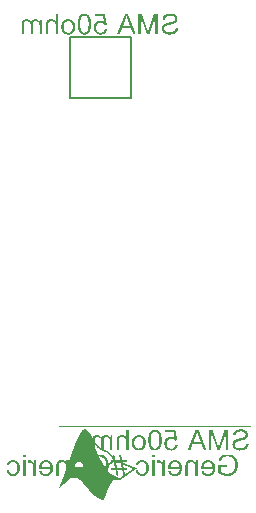
<source format=gbo>
G04 Filename: MyAnt.gbo*
G04 FileFunction: Legend,Bot*
G04 Part: Single*
G04 ProjectId: MyAnt,3C562D9BC1F7CBD279EDE99D0E60B229,1*
G04 GenerationSoftware: MathWorks,MATLAB,9.13.0.2049777 (R2022b)*
G04 CreationDate: 2022-11-11T10:44:33-0800*
%FSLAX16Y16*%
%MOIN*%
%ADD12C,0.008*%  G04 For silkscreen component boundaries*
%ADD15C,0.004*%  G04 Design info boundary*
D12*
%LPD*%
G01*
X0017654Y-0112268D02*
X0222504D01*
Y0092583D01*
X0017654D01*
Y-0112268D01*
G36*
X0378312Y0122848D02*
X0377828D01*
X0377344D01*
X0376860D01*
X0376376D01*
X0375892Y0123332D01*
X0375408D01*
X0374924D01*
X0374440D01*
X0373956D01*
X0373472D01*
X0372988D01*
X0372504D01*
X0372020D01*
X0371536D01*
X0371052D01*
X0370567D01*
Y0122848D01*
Y0122364D01*
Y0121880D01*
Y0121396D01*
X0370083Y0120912D01*
Y0120428D01*
Y0119944D01*
Y0119460D01*
X0369599Y0118976D01*
Y0118492D01*
Y0118008D01*
X0369115Y0117524D01*
Y0117040D01*
X0368631Y0116556D01*
Y0116072D01*
X0368147Y0115588D01*
X0367663Y0115104D01*
Y0114620D01*
X0367179Y0114136D01*
X0366695Y0113652D01*
X0366211Y0113168D01*
X0365727Y0112684D01*
X0365243D01*
X0364759Y0112200D01*
X0364275Y0111716D01*
X0363791Y0111231D01*
X0363307D01*
X0362823Y0110747D01*
X0362339Y0110263D01*
X0361855D01*
X0361371Y0109779D01*
X0360887D01*
X0360403D01*
X0359919Y0109295D01*
X0359435D01*
X0358951Y0108811D01*
X0358467D01*
X0357983D01*
X0357499Y0108327D01*
X0357014D01*
X0356530D01*
X0356046D01*
X0355562D01*
X0355078Y0107843D01*
X0354594D01*
X0354110D01*
X0353626D01*
X0353142D01*
X0352658D01*
X0352174D01*
X0351690D01*
X0351206D01*
X0350722D01*
X0350238D01*
X0349754D01*
X0349270D01*
X0348786D01*
X0348302D01*
X0347818D01*
X0347334D01*
X0346850D01*
X0346366D01*
X0345882D01*
X0345398D01*
X0344914D01*
X0344430Y0108327D01*
X0343946D01*
X0343461D01*
X0342977D01*
X0342493D01*
X0342009Y0108811D01*
X0341525D01*
X0341041D01*
X0340557Y0109295D01*
X0340073D01*
X0339589Y0109779D01*
X0339105D01*
X0338621D01*
X0338137Y0110263D01*
X0337653Y0110747D01*
X0337169D01*
X0336685Y0111231D01*
X0336201Y0111716D01*
X0335717Y0112200D01*
X0335233Y0112684D01*
X0334749Y0113168D01*
X0334265Y0113652D01*
X0333781Y0114136D01*
Y0114620D01*
X0333297Y0115104D01*
Y0115588D01*
X0332813Y0116072D01*
Y0116556D01*
X0332329Y0117040D01*
Y0117524D01*
Y0118008D01*
Y0118492D01*
Y0118976D01*
Y0119460D01*
Y0119944D01*
Y0120428D01*
Y0120912D01*
Y0121396D01*
Y0121880D01*
Y0122364D01*
X0332813Y0122848D01*
Y0123332D01*
Y0123816D01*
X0333297Y0124300D01*
Y0124784D01*
X0333781Y0125269D01*
X0334265Y0125753D01*
X0334749Y0126237D01*
X0335233Y0126721D01*
X0335717Y0127205D01*
X0336201Y0127689D01*
X0336685Y0128173D01*
X0337169D01*
X0337653Y0128657D01*
X0338137Y0129141D01*
X0338621D01*
X0339105Y0129625D01*
X0339589D01*
X0340073Y0130109D01*
X0340557D01*
X0341041D01*
X0341525Y0130593D01*
X0342009D01*
X0342493D01*
X0342977Y0131077D01*
X0343461D01*
X0343946D01*
X0344430Y0131561D01*
X0344914D01*
X0345398D01*
X0345882D01*
X0346366Y0132045D01*
X0346850D01*
X0347334D01*
X0347818D01*
X0348302Y0132529D01*
X0348786D01*
X0349270D01*
X0349754D01*
X0350238Y0133013D01*
X0350722D01*
X0351206D01*
X0351690D01*
X0352174Y0133497D01*
X0352658D01*
X0353142D01*
X0353626D01*
X0354110Y0133981D01*
X0354594D01*
X0355078D01*
X0355562D01*
X0356046Y0134465D01*
X0356530D01*
X0357014D01*
X0357499D01*
X0357983Y0134949D01*
X0358467D01*
X0358951D01*
X0359435Y0135433D01*
X0359919D01*
X0360403D01*
X0360887D01*
X0361371Y0135917D01*
X0361855D01*
X0362339D01*
X0362823Y0136401D01*
X0363307D01*
X0363791Y0136885D01*
X0364275D01*
X0364759D01*
X0365243Y0137369D01*
X0365727D01*
X0366211Y0137853D01*
X0366695D01*
X0367179Y0138338D01*
X0367663D01*
X0368147Y0138822D01*
X0368631Y0139306D01*
X0369115Y0139790D01*
X0369599D01*
X0370083Y0140274D01*
X0370567Y0140758D01*
X0371052Y0141242D01*
X0371536Y0141726D01*
X0372020Y0142210D01*
X0372504Y0142694D01*
X0372988Y0143178D01*
Y0143662D01*
X0373472Y0144146D01*
X0373956Y0144630D01*
Y0145114D01*
X0374440Y0145598D01*
Y0146082D01*
X0374924Y0146566D01*
Y0147050D01*
Y0147534D01*
X0375408Y0148018D01*
Y0148502D01*
Y0148986D01*
Y0149470D01*
X0375892Y0149954D01*
Y0150438D01*
Y0150922D01*
Y0151406D01*
Y0151891D01*
Y0152375D01*
Y0152859D01*
Y0153343D01*
Y0153827D01*
Y0154311D01*
Y0154795D01*
X0375408Y0155279D01*
Y0155763D01*
Y0156247D01*
Y0156731D01*
Y0157215D01*
X0374924Y0157699D01*
Y0158183D01*
X0374440Y0158667D01*
Y0159151D01*
Y0159635D01*
X0373956Y0160119D01*
Y0160603D01*
X0373472Y0161087D01*
X0372988Y0161571D01*
Y0162055D01*
X0372504Y0162539D01*
X0372020Y0163023D01*
Y0163507D01*
X0371536Y0163991D01*
X0371052Y0164475D01*
X0370567Y0164959D01*
X0370083Y0165444D01*
X0369599Y0165928D01*
X0369115D01*
X0368631Y0166412D01*
X0368147Y0166896D01*
X0367663D01*
X0367179Y0167380D01*
X0366695Y0167864D01*
X0366211D01*
X0365727Y0168348D01*
X0365243D01*
X0364759Y0168832D01*
X0364275D01*
X0363791D01*
X0363307Y0169316D01*
X0362823D01*
X0362339D01*
X0361855Y0169800D01*
X0361371D01*
X0360887D01*
X0360403Y0170284D01*
X0359919D01*
X0359435D01*
X0358951D01*
X0358467D01*
X0357983Y0170768D01*
X0357499D01*
X0357014D01*
X0356530D01*
X0356046D01*
X0355562D01*
X0355078D01*
X0354594D01*
X0354110D01*
X0353626D01*
X0353142D01*
X0352658D01*
X0352174D01*
X0351690D01*
X0351206D01*
X0350722D01*
X0350238D01*
X0349754D01*
X0349270D01*
X0348786D01*
X0348302D01*
X0347818D01*
X0347334D01*
X0346850D01*
X0346366D01*
X0345882D01*
X0345398D01*
X0344914Y0170284D01*
X0344430D01*
X0343946D01*
X0343461D01*
X0342977D01*
X0342493Y0169800D01*
X0342009D01*
X0341525D01*
X0341041Y0169316D01*
X0340557D01*
X0340073D01*
X0339589Y0168832D01*
X0339105D01*
X0338621D01*
X0338137Y0168348D01*
X0337653D01*
X0337169Y0167864D01*
X0336685D01*
X0336201Y0167380D01*
X0335717D01*
X0335233Y0166896D01*
X0334749Y0166412D01*
X0334265D01*
X0333781Y0165928D01*
X0333297Y0165444D01*
X0332813Y0164959D01*
X0332329Y0164475D01*
X0331845Y0163991D01*
X0331361Y0163507D01*
X0330877Y0163023D01*
X0330392Y0162539D01*
X0329908Y0162055D01*
Y0161571D01*
X0329424Y0161087D01*
Y0160603D01*
X0328940Y0160119D01*
Y0159635D01*
X0328456Y0159151D01*
Y0158667D01*
X0327972Y0158183D01*
Y0157699D01*
X0327488Y0157215D01*
Y0156731D01*
Y0156247D01*
X0327004Y0155763D01*
Y0155279D01*
Y0154795D01*
Y0154311D01*
Y0153827D01*
X0326520Y0153343D01*
Y0152859D01*
Y0152375D01*
Y0151891D01*
Y0151406D01*
X0327004D01*
X0327488D01*
X0327972D01*
X0328456Y0150922D01*
X0328940D01*
X0329424D01*
X0329908D01*
X0330392D01*
X0330877D01*
X0331361D01*
X0331845D01*
X0332329D01*
X0332813D01*
X0333297D01*
X0333781D01*
X0334265D01*
Y0151406D01*
Y0151891D01*
X0334749Y0152375D01*
Y0152859D01*
Y0153343D01*
Y0153827D01*
X0335233Y0154311D01*
Y0154795D01*
Y0155279D01*
X0335717Y0155763D01*
Y0156247D01*
X0336201Y0156731D01*
X0336685Y0157215D01*
Y0157699D01*
X0337169Y0158183D01*
X0337653Y0158667D01*
Y0159151D01*
X0338137Y0159635D01*
X0338621Y0160119D01*
X0339105Y0160603D01*
X0339589D01*
X0340073Y0161087D01*
X0340557Y0161571D01*
X0341041D01*
X0341525Y0162055D01*
X0342009D01*
X0342493Y0162539D01*
X0342977D01*
X0343461Y0163023D01*
X0343946D01*
X0344430D01*
X0344914D01*
X0345398Y0163507D01*
X0345882D01*
X0346366D01*
X0346850D01*
X0347334D01*
X0347818D01*
X0348302Y0163991D01*
X0348786D01*
X0349270D01*
X0349754D01*
X0350238D01*
X0350722D01*
X0351206D01*
X0351690D01*
X0352174D01*
X0352658D01*
X0353142D01*
X0353626D01*
X0354110D01*
X0354594D01*
X0355078D01*
X0355562Y0163507D01*
X0356046D01*
X0356530D01*
X0357014D01*
X0357499D01*
X0357983D01*
X0358467D01*
X0358951Y0163023D01*
X0359435D01*
X0359919D01*
X0360403Y0162539D01*
X0360887D01*
X0361371D01*
X0361855Y0162055D01*
X0362339D01*
X0362823Y0161571D01*
X0363307D01*
X0363791Y0161087D01*
X0364275Y0160603D01*
X0364759Y0160119D01*
X0365243Y0159635D01*
X0365727Y0159151D01*
X0366211Y0158667D01*
X0366695Y0158183D01*
Y0157699D01*
X0367179Y0157215D01*
Y0156731D01*
X0367663Y0156247D01*
Y0155763D01*
Y0155279D01*
Y0154795D01*
X0368147Y0154311D01*
Y0153827D01*
Y0153343D01*
Y0152859D01*
Y0152375D01*
Y0151891D01*
X0367663Y0151406D01*
Y0150922D01*
Y0150438D01*
Y0149954D01*
X0367179Y0149470D01*
Y0148986D01*
X0366695Y0148502D01*
Y0148018D01*
X0366211Y0147534D01*
X0365727Y0147050D01*
X0365243Y0146566D01*
X0364759Y0146082D01*
X0364275D01*
X0363791Y0145598D01*
X0363307Y0145114D01*
X0362823D01*
X0362339Y0144630D01*
X0361855D01*
X0361371D01*
X0360887Y0144146D01*
X0360403D01*
X0359919D01*
X0359435Y0143662D01*
X0358951D01*
X0358467Y0143178D01*
X0357983D01*
X0357499D01*
X0357014D01*
X0356530Y0142694D01*
X0356046D01*
X0355562D01*
X0355078D01*
X0354594Y0142210D01*
X0354110D01*
X0353626D01*
X0353142D01*
X0352658Y0141726D01*
X0352174D01*
X0351690D01*
X0351206D01*
X0350722Y0141242D01*
X0350238D01*
X0349754D01*
X0349270D01*
X0348786Y0140758D01*
X0348302D01*
X0347818D01*
X0347334D01*
X0346850Y0140274D01*
X0346366D01*
X0345882D01*
X0345398D01*
X0344914Y0139790D01*
X0344430D01*
X0343946D01*
X0343461D01*
X0342977Y0139306D01*
X0342493D01*
X0342009D01*
X0341525D01*
X0341041Y0138822D01*
X0340557D01*
X0340073D01*
X0339589Y0138338D01*
X0339105D01*
X0338621D01*
X0338137Y0137853D01*
X0337653D01*
X0337169D01*
X0336685Y0137369D01*
X0336201D01*
X0335717Y0136885D01*
X0335233D01*
X0334749Y0136401D01*
X0334265D01*
X0333781Y0135917D01*
X0333297D01*
X0332813Y0135433D01*
X0332329Y0134949D01*
X0331845D01*
X0331361Y0134465D01*
X0330877Y0133981D01*
X0330392D01*
X0329908Y0133497D01*
X0329424Y0133013D01*
X0328940Y0132529D01*
X0328456Y0132045D01*
X0327972Y0131561D01*
Y0131077D01*
X0327488Y0130593D01*
X0327004Y0130109D01*
Y0129625D01*
X0326520Y0129141D01*
X0326036Y0128657D01*
Y0128173D01*
X0325552Y0127689D01*
Y0127205D01*
Y0126721D01*
X0325068Y0126237D01*
Y0125753D01*
Y0125269D01*
X0324584Y0124784D01*
Y0124300D01*
Y0123816D01*
Y0123332D01*
Y0122848D01*
Y0122364D01*
Y0121880D01*
X0324100Y0121396D01*
Y0120912D01*
Y0120428D01*
Y0119944D01*
X0324584Y0119460D01*
Y0118976D01*
Y0118492D01*
Y0118008D01*
Y0117524D01*
Y0117040D01*
Y0116556D01*
X0325068Y0116072D01*
Y0115588D01*
Y0115104D01*
X0325552Y0114620D01*
Y0114136D01*
Y0113652D01*
X0326036Y0113168D01*
Y0112684D01*
X0326520Y0112200D01*
Y0111716D01*
X0327004Y0111231D01*
X0327488Y0110747D01*
Y0110263D01*
X0327972Y0109779D01*
X0328456Y0109295D01*
Y0108811D01*
X0328940Y0108327D01*
X0329424Y0107843D01*
X0329908Y0107359D01*
X0330392Y0106875D01*
X0330877Y0106391D01*
X0331361Y0105907D01*
X0331845D01*
X0332329Y0105423D01*
X0332813Y0104939D01*
X0333297Y0104455D01*
X0333781D01*
X0334265Y0103971D01*
X0334749D01*
X0335233Y0103487D01*
X0335717D01*
X0336201Y0103003D01*
X0336685D01*
X0337169Y0102519D01*
X0337653D01*
X0338137D01*
X0338621Y0102035D01*
X0339105D01*
X0339589D01*
X0340073Y0101551D01*
X0340557D01*
X0341041D01*
X0341525Y0101067D01*
X0342009D01*
X0342493D01*
X0342977D01*
X0343461D01*
X0343946Y0100583D01*
X0344430D01*
X0344914D01*
X0345398D01*
X0345882D01*
X0346366D01*
X0346850D01*
X0347334D01*
X0347818D01*
X0348302Y0100099D01*
X0348786D01*
X0349270D01*
X0349754D01*
X0350238D01*
X0350722D01*
X0351206Y0100583D01*
X0351690D01*
X0352174D01*
X0352658D01*
X0353142D01*
X0353626D01*
X0354110D01*
X0354594D01*
X0355078D01*
X0355562D01*
X0356046D01*
X0356530Y0101067D01*
X0357014D01*
X0357499D01*
X0357983D01*
X0358467D01*
X0358951D01*
X0359435Y0101551D01*
X0359919D01*
X0360403D01*
X0360887D01*
X0361371Y0102035D01*
X0361855D01*
X0362339D01*
X0362823D01*
X0363307Y0102519D01*
X0363791D01*
X0364275D01*
X0364759Y0103003D01*
X0365243D01*
X0365727Y0103487D01*
X0366211D01*
X0366695Y0103971D01*
X0367179D01*
X0367663Y0104455D01*
X0368147D01*
X0368631Y0104939D01*
X0369115Y0105423D01*
X0369599D01*
X0370083Y0105907D01*
X0370567Y0106391D01*
X0371052Y0106875D01*
X0371536Y0107359D01*
X0372020Y0107843D01*
X0372504Y0108327D01*
X0372988Y0108811D01*
X0373472Y0109295D01*
X0373956Y0109779D01*
Y0110263D01*
X0374440Y0110747D01*
X0374924Y0111231D01*
Y0111716D01*
X0375408Y0112200D01*
X0375892Y0112684D01*
Y0113168D01*
X0376376Y0113652D01*
Y0114136D01*
X0376860Y0114620D01*
Y0115104D01*
Y0115588D01*
X0377344Y0116072D01*
Y0116556D01*
Y0117040D01*
X0377828Y0117524D01*
Y0118008D01*
Y0118492D01*
Y0118976D01*
X0378312Y0119460D01*
Y0119944D01*
Y0120428D01*
Y0120912D01*
Y0121396D01*
Y0121880D01*
Y0122364D01*
Y0122848D01*
G37*
G36*
X0311031Y0169800D02*
X0310547D01*
X0310063D01*
X0309579D01*
X0309095D01*
X0308611D01*
X0308127D01*
X0307643D01*
X0307159D01*
X0306675D01*
X0306191D01*
X0305707D01*
X0305223D01*
X0304739D01*
X0304255D01*
X0303770D01*
X0303286D01*
X0302802D01*
X0302318D01*
X0301834D01*
X0301350D01*
X0300866D01*
X0300382D01*
X0299898D01*
X0299414D01*
X0298930D01*
X0298446D01*
X0297962D01*
Y0169316D01*
Y0168832D01*
X0297478Y0168348D01*
Y0167864D01*
Y0167380D01*
X0296994Y0166896D01*
Y0166412D01*
Y0165928D01*
X0296510Y0165444D01*
Y0164959D01*
Y0164475D01*
X0296026Y0163991D01*
Y0163507D01*
Y0163023D01*
X0295542Y0162539D01*
Y0162055D01*
Y0161571D01*
X0295058Y0161087D01*
Y0160603D01*
Y0160119D01*
X0294574Y0159635D01*
Y0159151D01*
Y0158667D01*
X0294090Y0158183D01*
Y0157699D01*
Y0157215D01*
X0293606Y0156731D01*
Y0156247D01*
Y0155763D01*
X0293122Y0155279D01*
Y0154795D01*
Y0154311D01*
X0292638Y0153827D01*
Y0153343D01*
Y0152859D01*
X0292154Y0152375D01*
Y0151891D01*
Y0151406D01*
X0291670Y0150922D01*
Y0150438D01*
Y0149954D01*
X0291186Y0149470D01*
Y0148986D01*
Y0148502D01*
X0290702Y0148018D01*
Y0147534D01*
Y0147050D01*
X0290217Y0146566D01*
Y0146082D01*
Y0145598D01*
X0289733Y0145114D01*
Y0144630D01*
Y0144146D01*
X0289249Y0143662D01*
Y0143178D01*
Y0142694D01*
X0288765Y0142210D01*
Y0141726D01*
Y0141242D01*
X0288281Y0140758D01*
Y0140274D01*
Y0139790D01*
X0287797Y0139306D01*
Y0138822D01*
Y0138338D01*
X0287313Y0137853D01*
Y0137369D01*
Y0136885D01*
X0286829Y0136401D01*
Y0135917D01*
Y0135433D01*
X0286345Y0134949D01*
Y0134465D01*
Y0133981D01*
X0285861Y0133497D01*
Y0133013D01*
Y0132529D01*
X0285377Y0132045D01*
Y0131561D01*
Y0131077D01*
X0284893Y0130593D01*
Y0130109D01*
Y0129625D01*
X0284409Y0129141D01*
Y0128657D01*
Y0128173D01*
X0283925Y0127689D01*
Y0127205D01*
Y0126721D01*
X0283441Y0126237D01*
Y0125753D01*
Y0125269D01*
X0282957Y0124784D01*
Y0124300D01*
Y0123816D01*
X0282473Y0123332D01*
Y0122848D01*
Y0122364D01*
X0281989Y0121880D01*
Y0121396D01*
Y0120912D01*
X0281505Y0120428D01*
Y0119944D01*
Y0119460D01*
X0281021Y0118976D01*
Y0118492D01*
Y0118008D01*
X0280537Y0117524D01*
Y0117040D01*
Y0116556D01*
X0280053Y0116072D01*
Y0115588D01*
Y0115104D01*
X0279569Y0114620D01*
Y0114136D01*
Y0113652D01*
X0279085Y0113168D01*
Y0112684D01*
Y0112200D01*
Y0111716D01*
X0278601Y0111231D01*
X0278117Y0110747D01*
X0277633Y0111231D01*
X0277149Y0111716D01*
Y0112200D01*
Y0112684D01*
X0276664Y0113168D01*
Y0113652D01*
Y0114136D01*
Y0114620D01*
X0276180Y0115104D01*
Y0115588D01*
X0275696Y0116072D01*
Y0116556D01*
Y0117040D01*
X0275212Y0117524D01*
Y0118008D01*
Y0118492D01*
X0274728Y0118976D01*
Y0119460D01*
Y0119944D01*
X0274244Y0120428D01*
Y0120912D01*
Y0121396D01*
X0273760Y0121880D01*
Y0122364D01*
Y0122848D01*
X0273276Y0123332D01*
Y0123816D01*
Y0124300D01*
X0272792Y0124784D01*
Y0125269D01*
Y0125753D01*
X0272308Y0126237D01*
Y0126721D01*
Y0127205D01*
X0271824Y0127689D01*
Y0128173D01*
Y0128657D01*
X0271340Y0129141D01*
Y0129625D01*
Y0130109D01*
X0270856Y0130593D01*
Y0131077D01*
Y0131561D01*
X0270372Y0132045D01*
Y0132529D01*
Y0133013D01*
X0269888Y0133497D01*
Y0133981D01*
Y0134465D01*
X0269404Y0134949D01*
Y0135433D01*
Y0135917D01*
X0268920Y0136401D01*
Y0136885D01*
X0268436Y0137369D01*
Y0137853D01*
Y0138338D01*
X0267952Y0138822D01*
Y0139306D01*
Y0139790D01*
X0267468Y0140274D01*
Y0140758D01*
Y0141242D01*
X0266984Y0141726D01*
Y0142210D01*
Y0142694D01*
X0266500Y0143178D01*
Y0143662D01*
Y0144146D01*
X0266016Y0144630D01*
Y0145114D01*
Y0145598D01*
X0265532Y0146082D01*
Y0146566D01*
Y0147050D01*
X0265048Y0147534D01*
Y0148018D01*
Y0148502D01*
X0264564Y0148986D01*
Y0149470D01*
Y0149954D01*
X0264080Y0150438D01*
Y0150922D01*
X0263595Y0151406D01*
Y0151891D01*
Y0152375D01*
X0263111Y0152859D01*
Y0153343D01*
Y0153827D01*
X0262627Y0154311D01*
Y0154795D01*
Y0155279D01*
X0262143Y0155763D01*
Y0156247D01*
Y0156731D01*
X0261659Y0157215D01*
Y0157699D01*
Y0158183D01*
X0261175Y0158667D01*
Y0159151D01*
Y0159635D01*
X0260691Y0160119D01*
Y0160603D01*
Y0161087D01*
X0260207Y0161571D01*
Y0162055D01*
Y0162539D01*
X0259723Y0163023D01*
Y0163507D01*
Y0163991D01*
X0259239Y0164475D01*
Y0164959D01*
X0258755Y0165444D01*
Y0165928D01*
Y0166412D01*
X0258271Y0166896D01*
Y0167380D01*
Y0167864D01*
X0257787Y0168348D01*
Y0168832D01*
Y0169316D01*
X0257303Y0169800D01*
X0256819D01*
X0256335D01*
X0255851D01*
X0255367D01*
X0254883D01*
X0254399D01*
X0253915D01*
X0253431D01*
X0252947D01*
X0252463D01*
X0251979D01*
X0251495D01*
X0251011D01*
X0250527D01*
X0250042D01*
X0249558D01*
X0249074D01*
X0248590D01*
X0248106D01*
X0247622D01*
X0247138D01*
X0246654D01*
X0246170D01*
Y0169316D01*
Y0168832D01*
Y0168348D01*
Y0167864D01*
Y0167380D01*
Y0166896D01*
Y0166412D01*
Y0165928D01*
Y0165444D01*
Y0164959D01*
Y0164475D01*
Y0163991D01*
Y0163507D01*
Y0163023D01*
Y0162539D01*
Y0162055D01*
Y0161571D01*
Y0161087D01*
Y0160603D01*
Y0160119D01*
Y0159635D01*
Y0159151D01*
Y0158667D01*
Y0158183D01*
Y0157699D01*
Y0157215D01*
Y0156731D01*
Y0156247D01*
Y0155763D01*
Y0155279D01*
Y0154795D01*
Y0154311D01*
Y0153827D01*
Y0153343D01*
Y0152859D01*
Y0152375D01*
Y0151891D01*
Y0151406D01*
Y0150922D01*
Y0150438D01*
Y0149954D01*
Y0149470D01*
Y0148986D01*
Y0148502D01*
Y0148018D01*
Y0147534D01*
Y0147050D01*
Y0146566D01*
Y0146082D01*
Y0145598D01*
Y0145114D01*
Y0144630D01*
Y0144146D01*
Y0143662D01*
Y0143178D01*
Y0142694D01*
Y0142210D01*
Y0141726D01*
Y0141242D01*
Y0140758D01*
Y0140274D01*
Y0139790D01*
Y0139306D01*
Y0138822D01*
Y0138338D01*
Y0137853D01*
Y0137369D01*
Y0136885D01*
Y0136401D01*
Y0135917D01*
Y0135433D01*
Y0134949D01*
Y0134465D01*
Y0133981D01*
Y0133497D01*
Y0133013D01*
Y0132529D01*
Y0132045D01*
Y0131561D01*
Y0131077D01*
Y0130593D01*
Y0130109D01*
Y0129625D01*
Y0129141D01*
Y0128657D01*
Y0128173D01*
Y0127689D01*
Y0127205D01*
Y0126721D01*
Y0126237D01*
Y0125753D01*
Y0125269D01*
Y0124784D01*
Y0124300D01*
Y0123816D01*
Y0123332D01*
Y0122848D01*
Y0122364D01*
Y0121880D01*
Y0121396D01*
Y0120912D01*
Y0120428D01*
Y0119944D01*
Y0119460D01*
Y0118976D01*
Y0118492D01*
Y0118008D01*
Y0117524D01*
Y0117040D01*
Y0116556D01*
Y0116072D01*
Y0115588D01*
Y0115104D01*
Y0114620D01*
Y0114136D01*
Y0113652D01*
Y0113168D01*
Y0112684D01*
Y0112200D01*
Y0111716D01*
Y0111231D01*
Y0110747D01*
Y0110263D01*
Y0109779D01*
Y0109295D01*
Y0108811D01*
Y0108327D01*
Y0107843D01*
Y0107359D01*
Y0106875D01*
Y0106391D01*
Y0105907D01*
Y0105423D01*
Y0104939D01*
Y0104455D01*
Y0103971D01*
Y0103487D01*
Y0103003D01*
Y0102519D01*
Y0102035D01*
Y0101551D01*
X0246654D01*
X0247138D01*
X0247622D01*
X0248106D01*
X0248590D01*
X0249074D01*
X0249558D01*
X0250042D01*
X0250527D01*
X0251011D01*
X0251495D01*
X0251979D01*
X0252463D01*
X0252947D01*
X0253431D01*
X0253915D01*
Y0102035D01*
Y0102519D01*
Y0103003D01*
Y0103487D01*
Y0103971D01*
Y0104455D01*
Y0104939D01*
Y0105423D01*
Y0105907D01*
Y0106391D01*
Y0106875D01*
Y0107359D01*
Y0107843D01*
Y0108327D01*
Y0108811D01*
Y0109295D01*
Y0109779D01*
Y0110263D01*
Y0110747D01*
Y0111231D01*
Y0111716D01*
Y0112200D01*
Y0112684D01*
Y0113168D01*
Y0113652D01*
Y0114136D01*
Y0114620D01*
Y0115104D01*
Y0115588D01*
Y0116072D01*
Y0116556D01*
Y0117040D01*
Y0117524D01*
Y0118008D01*
Y0118492D01*
Y0118976D01*
Y0119460D01*
Y0119944D01*
Y0120428D01*
Y0120912D01*
Y0121396D01*
Y0121880D01*
Y0122364D01*
Y0122848D01*
Y0123332D01*
Y0123816D01*
Y0124300D01*
Y0124784D01*
Y0125269D01*
Y0125753D01*
Y0126237D01*
Y0126721D01*
Y0127205D01*
Y0127689D01*
Y0128173D01*
Y0128657D01*
Y0129141D01*
Y0129625D01*
Y0130109D01*
Y0130593D01*
Y0131077D01*
Y0131561D01*
Y0132045D01*
Y0132529D01*
Y0133013D01*
Y0133497D01*
Y0133981D01*
Y0134465D01*
Y0134949D01*
Y0135433D01*
Y0135917D01*
Y0136401D01*
Y0136885D01*
Y0137369D01*
Y0137853D01*
Y0138338D01*
Y0138822D01*
Y0139306D01*
Y0139790D01*
Y0140274D01*
Y0140758D01*
Y0141242D01*
Y0141726D01*
Y0142210D01*
Y0142694D01*
Y0143178D01*
Y0143662D01*
Y0144146D01*
Y0144630D01*
Y0145114D01*
Y0145598D01*
Y0146082D01*
Y0146566D01*
Y0147050D01*
Y0147534D01*
Y0148018D01*
Y0148502D01*
Y0148986D01*
Y0149470D01*
Y0149954D01*
Y0150438D01*
Y0150922D01*
Y0151406D01*
Y0151891D01*
Y0152375D01*
Y0152859D01*
Y0153343D01*
Y0153827D01*
Y0154311D01*
Y0154795D01*
Y0155279D01*
Y0155763D01*
Y0156247D01*
Y0156731D01*
Y0157215D01*
Y0157699D01*
Y0158183D01*
Y0158667D01*
Y0159151D01*
X0254399Y0159635D01*
X0254883Y0159151D01*
Y0158667D01*
X0255367Y0158183D01*
Y0157699D01*
Y0157215D01*
X0255851Y0156731D01*
Y0156247D01*
Y0155763D01*
X0256335Y0155279D01*
Y0154795D01*
Y0154311D01*
X0256819Y0153827D01*
Y0153343D01*
Y0152859D01*
X0257303Y0152375D01*
Y0151891D01*
X0257787Y0151406D01*
Y0150922D01*
Y0150438D01*
X0258271Y0149954D01*
Y0149470D01*
Y0148986D01*
X0258755Y0148502D01*
Y0148018D01*
Y0147534D01*
X0259239Y0147050D01*
Y0146566D01*
Y0146082D01*
X0259723Y0145598D01*
Y0145114D01*
Y0144630D01*
X0260207Y0144146D01*
Y0143662D01*
Y0143178D01*
X0260691Y0142694D01*
Y0142210D01*
Y0141726D01*
X0261175Y0141242D01*
Y0140758D01*
X0261659Y0140274D01*
Y0139790D01*
Y0139306D01*
X0262143Y0138822D01*
Y0138338D01*
Y0137853D01*
X0262627Y0137369D01*
Y0136885D01*
Y0136401D01*
X0263111Y0135917D01*
Y0135433D01*
Y0134949D01*
X0263595Y0134465D01*
Y0133981D01*
Y0133497D01*
X0264080Y0133013D01*
Y0132529D01*
Y0132045D01*
X0264564Y0131561D01*
Y0131077D01*
Y0130593D01*
X0265048Y0130109D01*
Y0129625D01*
X0265532Y0129141D01*
Y0128657D01*
Y0128173D01*
X0266016Y0127689D01*
Y0127205D01*
Y0126721D01*
X0266500Y0126237D01*
Y0125753D01*
Y0125269D01*
X0266984Y0124784D01*
Y0124300D01*
Y0123816D01*
X0267468Y0123332D01*
Y0122848D01*
Y0122364D01*
X0267952Y0121880D01*
Y0121396D01*
Y0120912D01*
X0268436Y0120428D01*
Y0119944D01*
Y0119460D01*
X0268920Y0118976D01*
Y0118492D01*
Y0118008D01*
X0269404Y0117524D01*
Y0117040D01*
Y0116556D01*
X0269888Y0116072D01*
Y0115588D01*
Y0115104D01*
X0270372Y0114620D01*
Y0114136D01*
X0270856Y0113652D01*
Y0113168D01*
Y0112684D01*
X0271340Y0112200D01*
Y0111716D01*
Y0111231D01*
X0271824Y0110747D01*
Y0110263D01*
Y0109779D01*
X0272308Y0109295D01*
Y0108811D01*
Y0108327D01*
X0272792Y0107843D01*
Y0107359D01*
Y0106875D01*
X0273276Y0106391D01*
Y0105907D01*
Y0105423D01*
X0273760Y0104939D01*
Y0104455D01*
X0274244Y0103971D01*
Y0103487D01*
Y0103003D01*
X0274728Y0102519D01*
Y0102035D01*
Y0101551D01*
X0275212D01*
X0275696D01*
X0276180D01*
X0276664D01*
X0277149D01*
X0277633D01*
X0278117D01*
X0278601D01*
X0279085D01*
X0279569D01*
X0280053D01*
X0280537D01*
X0281021D01*
X0281505D01*
X0281989D01*
X0282473D01*
Y0102035D01*
Y0102519D01*
X0282957Y0103003D01*
Y0103487D01*
X0283441Y0103971D01*
Y0104455D01*
Y0104939D01*
Y0105423D01*
X0283925Y0105907D01*
Y0106391D01*
X0284409Y0106875D01*
Y0107359D01*
Y0107843D01*
X0284893Y0108327D01*
Y0108811D01*
Y0109295D01*
X0285377Y0109779D01*
Y0110263D01*
Y0110747D01*
X0285861Y0111231D01*
Y0111716D01*
Y0112200D01*
X0286345Y0112684D01*
Y0113168D01*
Y0113652D01*
X0286829Y0114136D01*
Y0114620D01*
Y0115104D01*
X0287313Y0115588D01*
Y0116072D01*
Y0116556D01*
X0287797Y0117040D01*
Y0117524D01*
Y0118008D01*
X0288281Y0118492D01*
Y0118976D01*
Y0119460D01*
X0288765Y0119944D01*
Y0120428D01*
Y0120912D01*
X0289249Y0121396D01*
Y0121880D01*
Y0122364D01*
X0289733Y0122848D01*
Y0123332D01*
Y0123816D01*
X0290217Y0124300D01*
Y0124784D01*
Y0125269D01*
X0290702Y0125753D01*
Y0126237D01*
Y0126721D01*
X0291186Y0127205D01*
Y0127689D01*
X0291670Y0128173D01*
Y0128657D01*
Y0129141D01*
X0292154Y0129625D01*
Y0130109D01*
Y0130593D01*
X0292638Y0131077D01*
Y0131561D01*
Y0132045D01*
X0293122Y0132529D01*
Y0133013D01*
Y0133497D01*
X0293606Y0133981D01*
Y0134465D01*
Y0134949D01*
X0294090Y0135433D01*
Y0135917D01*
Y0136401D01*
X0294574Y0136885D01*
Y0137369D01*
Y0137853D01*
X0295058Y0138338D01*
Y0138822D01*
Y0139306D01*
X0295542Y0139790D01*
Y0140274D01*
Y0140758D01*
X0296026Y0141242D01*
Y0141726D01*
Y0142210D01*
X0296510Y0142694D01*
Y0143178D01*
Y0143662D01*
X0296994Y0144146D01*
Y0144630D01*
Y0145114D01*
X0297478Y0145598D01*
Y0146082D01*
Y0146566D01*
X0297962Y0147050D01*
Y0147534D01*
Y0148018D01*
X0298446Y0148502D01*
Y0148986D01*
Y0149470D01*
X0298930Y0149954D01*
Y0150438D01*
Y0150922D01*
X0299414Y0151406D01*
Y0151891D01*
X0299898Y0152375D01*
Y0152859D01*
Y0153343D01*
X0300382Y0153827D01*
Y0154311D01*
Y0154795D01*
X0300866Y0155279D01*
Y0155763D01*
Y0156247D01*
X0301350Y0156731D01*
Y0157215D01*
Y0157699D01*
X0301834Y0158183D01*
Y0158667D01*
Y0159151D01*
X0302318Y0159635D01*
Y0160119D01*
X0302802Y0160603D01*
X0303286Y0160119D01*
Y0159635D01*
Y0159151D01*
Y0158667D01*
Y0158183D01*
Y0157699D01*
Y0157215D01*
Y0156731D01*
Y0156247D01*
Y0155763D01*
Y0155279D01*
Y0154795D01*
Y0154311D01*
Y0153827D01*
Y0153343D01*
Y0152859D01*
Y0152375D01*
Y0151891D01*
Y0151406D01*
Y0150922D01*
Y0150438D01*
Y0149954D01*
Y0149470D01*
Y0148986D01*
Y0148502D01*
Y0148018D01*
Y0147534D01*
Y0147050D01*
Y0146566D01*
Y0146082D01*
Y0145598D01*
Y0145114D01*
Y0144630D01*
Y0144146D01*
Y0143662D01*
Y0143178D01*
Y0142694D01*
Y0142210D01*
Y0141726D01*
Y0141242D01*
Y0140758D01*
Y0140274D01*
Y0139790D01*
Y0139306D01*
Y0138822D01*
Y0138338D01*
Y0137853D01*
Y0137369D01*
Y0136885D01*
Y0136401D01*
Y0135917D01*
Y0135433D01*
Y0134949D01*
Y0134465D01*
Y0133981D01*
Y0133497D01*
Y0133013D01*
Y0132529D01*
Y0132045D01*
Y0131561D01*
Y0131077D01*
Y0130593D01*
Y0130109D01*
Y0129625D01*
Y0129141D01*
Y0128657D01*
Y0128173D01*
Y0127689D01*
Y0127205D01*
Y0126721D01*
Y0126237D01*
Y0125753D01*
Y0125269D01*
Y0124784D01*
Y0124300D01*
Y0123816D01*
Y0123332D01*
Y0122848D01*
Y0122364D01*
Y0121880D01*
Y0121396D01*
Y0120912D01*
Y0120428D01*
Y0119944D01*
Y0119460D01*
Y0118976D01*
Y0118492D01*
Y0118008D01*
Y0117524D01*
Y0117040D01*
Y0116556D01*
Y0116072D01*
Y0115588D01*
Y0115104D01*
Y0114620D01*
Y0114136D01*
Y0113652D01*
Y0113168D01*
Y0112684D01*
Y0112200D01*
Y0111716D01*
Y0111231D01*
Y0110747D01*
Y0110263D01*
Y0109779D01*
Y0109295D01*
Y0108811D01*
Y0108327D01*
Y0107843D01*
Y0107359D01*
Y0106875D01*
Y0106391D01*
Y0105907D01*
Y0105423D01*
Y0104939D01*
Y0104455D01*
Y0103971D01*
Y0103487D01*
Y0103003D01*
Y0102519D01*
Y0102035D01*
Y0101551D01*
X0303770D01*
X0304255D01*
X0304739D01*
X0305223D01*
X0305707D01*
X0306191D01*
X0306675D01*
X0307159D01*
X0307643D01*
X0308127D01*
X0308611D01*
X0309095D01*
X0309579D01*
X0310063D01*
X0310547D01*
X0311031D01*
Y0102035D01*
Y0102519D01*
Y0103003D01*
Y0103487D01*
Y0103971D01*
Y0104455D01*
Y0104939D01*
Y0105423D01*
Y0105907D01*
Y0106391D01*
Y0106875D01*
Y0107359D01*
Y0107843D01*
Y0108327D01*
Y0108811D01*
Y0109295D01*
Y0109779D01*
Y0110263D01*
Y0110747D01*
Y0111231D01*
Y0111716D01*
Y0112200D01*
Y0112684D01*
Y0113168D01*
Y0113652D01*
Y0114136D01*
Y0114620D01*
Y0115104D01*
Y0115588D01*
Y0116072D01*
Y0116556D01*
Y0117040D01*
Y0117524D01*
Y0118008D01*
Y0118492D01*
Y0118976D01*
Y0119460D01*
Y0119944D01*
Y0120428D01*
Y0120912D01*
Y0121396D01*
Y0121880D01*
Y0122364D01*
Y0122848D01*
Y0123332D01*
Y0123816D01*
Y0124300D01*
Y0124784D01*
Y0125269D01*
Y0125753D01*
Y0126237D01*
Y0126721D01*
Y0127205D01*
Y0127689D01*
Y0128173D01*
Y0128657D01*
Y0129141D01*
Y0129625D01*
Y0130109D01*
Y0130593D01*
Y0131077D01*
Y0131561D01*
Y0132045D01*
Y0132529D01*
Y0133013D01*
Y0133497D01*
Y0133981D01*
Y0134465D01*
Y0134949D01*
Y0135433D01*
Y0135917D01*
Y0136401D01*
Y0136885D01*
Y0137369D01*
Y0137853D01*
Y0138338D01*
Y0138822D01*
Y0139306D01*
Y0139790D01*
Y0140274D01*
Y0140758D01*
Y0141242D01*
Y0141726D01*
Y0142210D01*
Y0142694D01*
Y0143178D01*
Y0143662D01*
Y0144146D01*
Y0144630D01*
Y0145114D01*
Y0145598D01*
Y0146082D01*
Y0146566D01*
Y0147050D01*
Y0147534D01*
Y0148018D01*
Y0148502D01*
Y0148986D01*
Y0149470D01*
Y0149954D01*
Y0150438D01*
Y0150922D01*
Y0151406D01*
Y0151891D01*
Y0152375D01*
Y0152859D01*
Y0153343D01*
Y0153827D01*
Y0154311D01*
Y0154795D01*
Y0155279D01*
Y0155763D01*
Y0156247D01*
Y0156731D01*
Y0157215D01*
Y0157699D01*
Y0158183D01*
Y0158667D01*
Y0159151D01*
Y0159635D01*
Y0160119D01*
Y0160603D01*
Y0161087D01*
Y0161571D01*
Y0162055D01*
Y0162539D01*
Y0163023D01*
Y0163507D01*
Y0163991D01*
Y0164475D01*
Y0164959D01*
Y0165444D01*
Y0165928D01*
Y0166412D01*
Y0166896D01*
Y0167380D01*
Y0167864D01*
Y0168348D01*
Y0168832D01*
Y0169316D01*
Y0169800D01*
G37*
G36*
X0237458Y0102035D02*
X0236973Y0102519D01*
Y0103003D01*
Y0103487D01*
X0236489Y0103971D01*
Y0104455D01*
Y0104939D01*
X0236005Y0105423D01*
Y0105907D01*
X0235521Y0106391D01*
Y0106875D01*
Y0107359D01*
X0235037Y0107843D01*
Y0108327D01*
X0234553Y0108811D01*
Y0109295D01*
Y0109779D01*
X0234069Y0110263D01*
Y0110747D01*
Y0111231D01*
X0233585Y0111716D01*
Y0112200D01*
X0233101Y0112684D01*
Y0113168D01*
Y0113652D01*
X0232617Y0114136D01*
Y0114620D01*
Y0115104D01*
X0232133Y0115588D01*
Y0116072D01*
X0231649Y0116556D01*
Y0117040D01*
Y0117524D01*
X0231165Y0118008D01*
Y0118492D01*
X0230681Y0118976D01*
Y0119460D01*
Y0119944D01*
X0230197Y0120428D01*
Y0120912D01*
Y0121396D01*
X0229713Y0121880D01*
Y0122364D01*
X0229229Y0122848D01*
Y0123332D01*
Y0123816D01*
X0228745Y0124300D01*
Y0124784D01*
X0228261Y0125269D01*
Y0125753D01*
Y0126237D01*
X0227777Y0126721D01*
Y0127205D01*
X0227293Y0127689D01*
Y0128173D01*
Y0128657D01*
X0226809Y0129141D01*
Y0129625D01*
Y0130109D01*
X0226325Y0130593D01*
Y0131077D01*
X0225841Y0131561D01*
Y0132045D01*
Y0132529D01*
X0225357Y0133013D01*
Y0133497D01*
Y0133981D01*
X0224873Y0134465D01*
Y0134949D01*
X0224389Y0135433D01*
Y0135917D01*
Y0136401D01*
X0223905Y0136885D01*
Y0137369D01*
X0223420Y0137853D01*
Y0138338D01*
Y0138822D01*
X0222936Y0139306D01*
Y0139790D01*
X0222452Y0140274D01*
Y0140758D01*
Y0141242D01*
X0221968Y0141726D01*
Y0142210D01*
Y0142694D01*
X0221484Y0143178D01*
Y0143662D01*
Y0144146D01*
X0221000Y0144630D01*
Y0145114D01*
X0220516Y0145598D01*
Y0146082D01*
Y0146566D01*
X0220032Y0147050D01*
Y0147534D01*
X0219548Y0148018D01*
Y0148502D01*
Y0148986D01*
X0219064Y0149470D01*
Y0149954D01*
Y0150438D01*
X0218580Y0150922D01*
Y0151406D01*
X0218096Y0151891D01*
Y0152375D01*
Y0152859D01*
X0217612Y0153343D01*
Y0153827D01*
X0217128Y0154311D01*
Y0154795D01*
Y0155279D01*
X0216644Y0155763D01*
Y0156247D01*
X0216160Y0156731D01*
Y0157215D01*
Y0157699D01*
X0215676Y0158183D01*
Y0158667D01*
Y0159151D01*
X0215192Y0159635D01*
Y0160119D01*
X0214708Y0160603D01*
Y0161087D01*
Y0161571D01*
X0214224Y0162055D01*
Y0162539D01*
X0213740Y0163023D01*
Y0163507D01*
Y0163991D01*
X0213256Y0164475D01*
Y0164959D01*
Y0165444D01*
X0212772Y0165928D01*
Y0166412D01*
X0212288Y0166896D01*
Y0167380D01*
Y0167864D01*
X0211804Y0168348D01*
Y0168832D01*
X0211320Y0169316D01*
Y0169800D01*
X0210836D01*
X0210351D01*
X0209867D01*
X0209383D01*
X0208899D01*
X0208415D01*
X0207931D01*
X0207447D01*
X0206963D01*
X0206479D01*
X0205995D01*
X0205511D01*
X0205027D01*
X0204543D01*
X0204059D01*
X0203575D01*
X0203091D01*
X0202607D01*
X0202123D01*
Y0169316D01*
X0201639Y0168832D01*
Y0168348D01*
X0201155Y0167864D01*
Y0167380D01*
Y0166896D01*
X0200671Y0166412D01*
Y0165928D01*
X0200187Y0165444D01*
Y0164959D01*
Y0164475D01*
X0199703Y0163991D01*
Y0163507D01*
X0199219Y0163023D01*
Y0162539D01*
X0198735Y0162055D01*
Y0161571D01*
Y0161087D01*
X0198251Y0160603D01*
Y0160119D01*
X0197767Y0159635D01*
Y0159151D01*
Y0158667D01*
X0197283Y0158183D01*
Y0157699D01*
X0196798Y0157215D01*
Y0156731D01*
Y0156247D01*
X0196314Y0155763D01*
Y0155279D01*
X0195830Y0154795D01*
Y0154311D01*
Y0153827D01*
X0195346Y0153343D01*
Y0152859D01*
X0194862Y0152375D01*
Y0151891D01*
X0194378Y0151406D01*
Y0150922D01*
Y0150438D01*
X0193894Y0149954D01*
Y0149470D01*
X0193410Y0148986D01*
Y0148502D01*
Y0148018D01*
X0192926Y0147534D01*
Y0147050D01*
X0192442Y0146566D01*
Y0146082D01*
Y0145598D01*
X0191958Y0145114D01*
Y0144630D01*
X0191474Y0144146D01*
Y0143662D01*
Y0143178D01*
X0190990Y0142694D01*
Y0142210D01*
X0190506Y0141726D01*
Y0141242D01*
Y0140758D01*
X0190022Y0140274D01*
Y0139790D01*
X0189538Y0139306D01*
Y0138822D01*
Y0138338D01*
X0189054Y0137853D01*
Y0137369D01*
X0188570Y0136885D01*
Y0136401D01*
X0188086Y0135917D01*
Y0135433D01*
Y0134949D01*
X0187602Y0134465D01*
Y0133981D01*
X0187118Y0133497D01*
Y0133013D01*
Y0132529D01*
X0186634Y0132045D01*
Y0131561D01*
X0186150Y0131077D01*
Y0130593D01*
Y0130109D01*
X0185666Y0129625D01*
Y0129141D01*
X0185182Y0128657D01*
Y0128173D01*
X0184698Y0127689D01*
Y0127205D01*
Y0126721D01*
X0184214Y0126237D01*
Y0125753D01*
X0183730Y0125269D01*
Y0124784D01*
Y0124300D01*
X0183245Y0123816D01*
Y0123332D01*
X0182761Y0122848D01*
Y0122364D01*
Y0121880D01*
X0182277Y0121396D01*
Y0120912D01*
X0181793Y0120428D01*
Y0119944D01*
X0181309Y0119460D01*
Y0118976D01*
Y0118492D01*
X0180825Y0118008D01*
Y0117524D01*
X0180341Y0117040D01*
Y0116556D01*
Y0116072D01*
X0179857Y0115588D01*
Y0115104D01*
X0179373Y0114620D01*
Y0114136D01*
Y0113652D01*
X0178889Y0113168D01*
Y0112684D01*
X0178405Y0112200D01*
Y0111716D01*
Y0111231D01*
X0177921Y0110747D01*
Y0110263D01*
X0177437Y0109779D01*
Y0109295D01*
X0176953Y0108811D01*
Y0108327D01*
Y0107843D01*
X0176469Y0107359D01*
Y0106875D01*
X0175985Y0106391D01*
Y0105907D01*
X0175501Y0105423D01*
Y0104939D01*
Y0104455D01*
X0175017Y0103971D01*
Y0103487D01*
X0174533Y0103003D01*
Y0102519D01*
Y0102035D01*
X0174049Y0101551D01*
X0174533D01*
X0175017D01*
X0175501D01*
X0175985D01*
X0176469D01*
X0176953D01*
X0177437D01*
X0177921D01*
X0178405D01*
X0178889D01*
X0179373D01*
X0179857D01*
X0180341D01*
X0180825D01*
X0181309D01*
X0181793D01*
X0182277D01*
X0182761D01*
X0183245D01*
X0183730D01*
Y0102035D01*
Y0102519D01*
X0184214Y0103003D01*
Y0103487D01*
X0184698Y0103971D01*
Y0104455D01*
Y0104939D01*
X0185182Y0105423D01*
Y0105907D01*
Y0106391D01*
X0185666Y0106875D01*
Y0107359D01*
X0186150Y0107843D01*
Y0108327D01*
Y0108811D01*
X0186634Y0109295D01*
Y0109779D01*
X0187118Y0110263D01*
Y0110747D01*
Y0111231D01*
X0187602Y0111716D01*
Y0112200D01*
Y0112684D01*
X0188086Y0113168D01*
Y0113652D01*
X0188570Y0114136D01*
Y0114620D01*
Y0115104D01*
X0189054Y0115588D01*
Y0116072D01*
X0189538Y0116556D01*
Y0117040D01*
Y0117524D01*
X0190022Y0118008D01*
Y0118492D01*
Y0118976D01*
X0190506Y0119460D01*
Y0119944D01*
X0190990Y0120428D01*
Y0120912D01*
Y0121396D01*
X0191474Y0121880D01*
X0191958Y0122364D01*
X0192442D01*
X0192926D01*
X0193410D01*
X0193894D01*
X0194378D01*
X0194862D01*
X0195346D01*
X0195830D01*
X0196314D01*
X0196798D01*
X0197283D01*
X0197767D01*
X0198251D01*
X0198735D01*
X0199219D01*
X0199703D01*
X0200187D01*
X0200671D01*
X0201155D01*
X0201639D01*
X0202123D01*
X0202607D01*
X0203091D01*
X0203575D01*
X0204059D01*
X0204543D01*
X0205027D01*
X0205511D01*
X0205995D01*
X0206479D01*
X0206963D01*
X0207447D01*
X0207931D01*
X0208415D01*
X0208899D01*
X0209383D01*
X0209867D01*
X0210351D01*
X0210836D01*
X0211320D01*
X0211804D01*
X0212288D01*
X0212772D01*
X0213256D01*
X0213740D01*
X0214224D01*
X0214708D01*
X0215192D01*
X0215676D01*
X0216160D01*
X0216644D01*
X0217128D01*
X0217612D01*
X0218096D01*
X0218580D01*
X0219064D01*
X0219548D01*
X0220032D01*
X0220516D01*
X0221000D01*
X0221484Y0121880D01*
X0221968Y0121396D01*
Y0120912D01*
Y0120428D01*
X0222452Y0119944D01*
Y0119460D01*
Y0118976D01*
X0222936Y0118492D01*
Y0118008D01*
Y0117524D01*
X0223420Y0117040D01*
Y0116556D01*
X0223905Y0116072D01*
Y0115588D01*
Y0115104D01*
X0224389Y0114620D01*
Y0114136D01*
Y0113652D01*
X0224873Y0113168D01*
Y0112684D01*
Y0112200D01*
X0225357Y0111716D01*
Y0111231D01*
X0225841Y0110747D01*
Y0110263D01*
Y0109779D01*
X0226325Y0109295D01*
Y0108811D01*
Y0108327D01*
X0226809Y0107843D01*
Y0107359D01*
Y0106875D01*
X0227293Y0106391D01*
Y0105907D01*
Y0105423D01*
X0227777Y0104939D01*
Y0104455D01*
X0228261Y0103971D01*
Y0103487D01*
Y0103003D01*
X0228745Y0102519D01*
Y0102035D01*
Y0101551D01*
X0229229D01*
X0229713D01*
X0230197D01*
X0230681D01*
X0231165D01*
X0231649D01*
X0232133D01*
X0232617D01*
X0233101D01*
X0233585D01*
X0234069D01*
X0234553D01*
X0235037D01*
X0235521D01*
X0236005D01*
X0236489D01*
X0236973D01*
X0237458D01*
Y0102035D01*
G37*
G36*
X0142102Y0118976D02*
X0141618D01*
X0141134D01*
X0140650D01*
X0140166D01*
X0139682D01*
X0139198D01*
X0138714D01*
X0138230D01*
X0137746D01*
X0137262D01*
X0136778D01*
X0136294Y0119460D01*
X0135810D01*
X0135326D01*
X0134842D01*
X0134358D01*
X0133874Y0118976D01*
Y0118492D01*
Y0118008D01*
Y0117524D01*
Y0117040D01*
X0133390Y0116556D01*
Y0116072D01*
Y0115588D01*
X0132906Y0115104D01*
Y0114620D01*
X0132422Y0114136D01*
Y0113652D01*
X0131938Y0113168D01*
Y0112684D01*
X0131454Y0112200D01*
X0130970Y0111716D01*
Y0111231D01*
X0130486Y0110747D01*
X0130001Y0110263D01*
X0129517Y0109779D01*
X0129033Y0109295D01*
X0128549Y0108811D01*
X0128065D01*
X0127581Y0108327D01*
X0127097Y0107843D01*
X0126613D01*
X0126129Y0107359D01*
X0125645D01*
X0125161D01*
X0124677Y0106875D01*
X0124193D01*
X0123709D01*
X0123225D01*
X0122741Y0106391D01*
X0122257D01*
X0121773D01*
X0121289D01*
X0120805D01*
X0120321D01*
X0119837D01*
X0119353D01*
X0118869D01*
X0118385D01*
X0117901D01*
X0117417Y0106875D01*
X0116933D01*
X0116448D01*
X0115964D01*
X0115480Y0107359D01*
X0114996D01*
X0114512D01*
X0114028Y0107843D01*
X0113544D01*
X0113060Y0108327D01*
X0112576Y0108811D01*
X0112092D01*
X0111608Y0109295D01*
X0111124Y0109779D01*
X0110640Y0110263D01*
X0110156Y0110747D01*
X0109672Y0111231D01*
X0109188Y0111716D01*
X0108704Y0112200D01*
X0108220Y0112684D01*
Y0113168D01*
X0107736Y0113652D01*
Y0114136D01*
X0107252Y0114620D01*
X0106768Y0115104D01*
Y0115588D01*
Y0116072D01*
X0106284Y0116556D01*
Y0117040D01*
Y0117524D01*
X0105800Y0118008D01*
Y0118492D01*
Y0118976D01*
Y0119460D01*
Y0119944D01*
X0105316Y0120428D01*
Y0120912D01*
Y0121396D01*
Y0121880D01*
Y0122364D01*
Y0122848D01*
Y0123332D01*
Y0123816D01*
Y0124300D01*
Y0124784D01*
Y0125269D01*
Y0125753D01*
Y0126237D01*
Y0126721D01*
Y0127205D01*
X0105800Y0127689D01*
Y0128173D01*
Y0128657D01*
Y0129141D01*
X0106284Y0129625D01*
Y0130109D01*
Y0130593D01*
X0106768Y0131077D01*
Y0131561D01*
Y0132045D01*
X0107252Y0132529D01*
Y0133013D01*
X0107736Y0133497D01*
X0108220Y0133981D01*
Y0134465D01*
X0108704Y0134949D01*
X0109188Y0135433D01*
X0109672Y0135917D01*
X0110156Y0136401D01*
X0110640Y0136885D01*
X0111124D01*
X0111608Y0137369D01*
X0112092Y0137853D01*
X0112576D01*
X0113060Y0138338D01*
X0113544D01*
X0114028Y0138822D01*
X0114512D01*
X0114996Y0139306D01*
X0115480D01*
X0115964D01*
X0116448D01*
X0116933Y0139790D01*
X0117417D01*
X0117901D01*
X0118385D01*
X0118869D01*
X0119353D01*
X0119837D01*
X0120321D01*
X0120805D01*
X0121289D01*
X0121773D01*
X0122257D01*
X0122741D01*
X0123225D01*
X0123709D01*
X0124193D01*
X0124677Y0139306D01*
X0125161D01*
X0125645D01*
X0126129Y0138822D01*
X0126613D01*
X0127097D01*
X0127581Y0138338D01*
X0128065D01*
X0128549Y0137853D01*
X0129033Y0137369D01*
X0129517D01*
X0130001Y0136885D01*
X0130486Y0136401D01*
X0130970Y0135917D01*
X0131454Y0135433D01*
X0131938Y0134949D01*
X0132422Y0134465D01*
X0132906Y0133981D01*
X0133390Y0133497D01*
X0133874D01*
X0134358D01*
X0134842D01*
X0135326D01*
X0135810D01*
X0136294D01*
X0136778D01*
X0137262Y0133981D01*
X0137746D01*
X0138230D01*
X0138714D01*
X0139198D01*
X0139682D01*
X0140166D01*
X0140650D01*
Y0134465D01*
Y0134949D01*
X0140166Y0135433D01*
Y0135917D01*
Y0136401D01*
Y0136885D01*
Y0137369D01*
Y0137853D01*
X0139682Y0138338D01*
Y0138822D01*
Y0139306D01*
Y0139790D01*
Y0140274D01*
X0139198Y0140758D01*
Y0141242D01*
Y0141726D01*
Y0142210D01*
Y0142694D01*
X0138714Y0143178D01*
Y0143662D01*
Y0144146D01*
Y0144630D01*
Y0145114D01*
Y0145598D01*
X0138230Y0146082D01*
Y0146566D01*
Y0147050D01*
Y0147534D01*
Y0148018D01*
X0137746Y0148502D01*
Y0148986D01*
Y0149470D01*
Y0149954D01*
Y0150438D01*
X0137262Y0150922D01*
Y0151406D01*
Y0151891D01*
Y0152375D01*
Y0152859D01*
X0136778Y0153343D01*
Y0153827D01*
Y0154311D01*
Y0154795D01*
Y0155279D01*
Y0155763D01*
X0136294Y0156247D01*
Y0156731D01*
Y0157215D01*
Y0157699D01*
Y0158183D01*
X0135810Y0158667D01*
Y0159151D01*
Y0159635D01*
Y0160119D01*
Y0160603D01*
X0135326Y0161087D01*
Y0161571D01*
Y0162055D01*
Y0162539D01*
Y0163023D01*
X0134842Y0163507D01*
Y0163991D01*
Y0164475D01*
Y0164959D01*
Y0165444D01*
Y0165928D01*
X0134358Y0166412D01*
Y0166896D01*
Y0167380D01*
Y0167864D01*
Y0168348D01*
X0133874Y0168832D01*
X0133390D01*
X0132906D01*
X0132422D01*
X0131938D01*
X0131454D01*
X0130970D01*
X0130486D01*
X0130001D01*
X0129517D01*
X0129033D01*
X0128549D01*
X0128065D01*
X0127581D01*
X0127097D01*
X0126613D01*
X0126129D01*
X0125645D01*
X0125161D01*
X0124677D01*
X0124193D01*
X0123709D01*
X0123225D01*
X0122741D01*
X0122257D01*
X0121773D01*
X0121289D01*
X0120805D01*
X0120321D01*
X0119837D01*
X0119353D01*
X0118869D01*
X0118385D01*
X0117901D01*
X0117417D01*
X0116933D01*
X0116448D01*
X0115964D01*
X0115480D01*
X0114996D01*
X0114512D01*
X0114028D01*
X0113544D01*
X0113060D01*
X0112576D01*
X0112092D01*
X0111608D01*
X0111124D01*
X0110640D01*
X0110156D01*
X0109672D01*
X0109188D01*
X0108704D01*
X0108220D01*
X0107736D01*
X0107252D01*
X0106768D01*
X0106284D01*
X0105800D01*
X0105316D01*
X0104832D01*
X0104348D01*
X0103864D01*
X0103379D01*
X0102895D01*
X0102411D01*
X0101927D01*
X0101443D01*
X0100959D01*
X0100475D01*
Y0168348D01*
Y0167864D01*
Y0167380D01*
Y0166896D01*
Y0166412D01*
Y0165928D01*
Y0165444D01*
Y0164959D01*
Y0164475D01*
Y0163991D01*
Y0163507D01*
Y0163023D01*
Y0162539D01*
Y0162055D01*
Y0161571D01*
X0100959D01*
X0101443D01*
X0101927D01*
X0102411D01*
X0102895D01*
X0103379D01*
X0103864D01*
X0104348D01*
X0104832D01*
X0105316D01*
X0105800D01*
X0106284D01*
X0106768D01*
X0107252D01*
X0107736D01*
X0108220D01*
X0108704D01*
X0109188D01*
X0109672D01*
X0110156D01*
X0110640D01*
X0111124D01*
X0111608D01*
X0112092D01*
X0112576D01*
X0113060D01*
X0113544D01*
X0114028D01*
X0114512D01*
X0114996D01*
X0115480D01*
X0115964D01*
X0116448D01*
X0116933D01*
X0117417D01*
X0117901D01*
X0118385D01*
X0118869D01*
X0119353D01*
X0119837D01*
X0120321D01*
X0120805D01*
X0121289D01*
X0121773D01*
X0122257D01*
X0122741D01*
X0123225D01*
X0123709D01*
X0124193D01*
X0124677D01*
X0125161D01*
X0125645D01*
X0126129D01*
X0126613D01*
X0127097D01*
X0127581D01*
X0128065Y0161087D01*
Y0160603D01*
X0128549Y0160119D01*
Y0159635D01*
Y0159151D01*
Y0158667D01*
Y0158183D01*
X0129033Y0157699D01*
Y0157215D01*
Y0156731D01*
Y0156247D01*
Y0155763D01*
X0129517Y0155279D01*
Y0154795D01*
Y0154311D01*
Y0153827D01*
Y0153343D01*
X0130001Y0152859D01*
Y0152375D01*
Y0151891D01*
Y0151406D01*
Y0150922D01*
X0130486Y0150438D01*
Y0149954D01*
Y0149470D01*
Y0148986D01*
Y0148502D01*
X0130970Y0148018D01*
Y0147534D01*
Y0147050D01*
Y0146566D01*
Y0146082D01*
X0131454Y0145598D01*
Y0145114D01*
Y0144630D01*
Y0144146D01*
Y0143662D01*
X0131938Y0143178D01*
Y0142694D01*
X0131454Y0142210D01*
X0130970D01*
X0130486Y0142694D01*
X0130001Y0143178D01*
X0129517D01*
X0129033Y0143662D01*
X0128549D01*
X0128065Y0144146D01*
X0127581D01*
X0127097Y0144630D01*
X0126613D01*
X0126129Y0145114D01*
X0125645D01*
X0125161D01*
X0124677Y0145598D01*
X0124193D01*
X0123709D01*
X0123225Y0146082D01*
X0122741D01*
X0122257D01*
X0121773D01*
X0121289D01*
X0120805Y0146566D01*
X0120321D01*
X0119837D01*
X0119353D01*
X0118869D01*
X0118385D01*
X0117901D01*
X0117417D01*
X0116933D01*
X0116448D01*
X0115964D01*
X0115480D01*
X0114996Y0146082D01*
X0114512D01*
X0114028D01*
X0113544D01*
X0113060D01*
X0112576Y0145598D01*
X0112092D01*
X0111608D01*
X0111124Y0145114D01*
X0110640D01*
X0110156D01*
X0109672Y0144630D01*
X0109188D01*
X0108704Y0144146D01*
X0108220D01*
X0107736Y0143662D01*
X0107252D01*
X0106768Y0143178D01*
X0106284Y0142694D01*
X0105800D01*
X0105316Y0142210D01*
X0104832Y0141726D01*
X0104348Y0141242D01*
X0103864Y0140758D01*
X0103379Y0140274D01*
X0102895Y0139790D01*
X0102411Y0139306D01*
X0101927Y0138822D01*
X0101443Y0138338D01*
X0100959Y0137853D01*
Y0137369D01*
X0100475Y0136885D01*
X0099991Y0136401D01*
Y0135917D01*
X0099507Y0135433D01*
Y0134949D01*
X0099023Y0134465D01*
Y0133981D01*
Y0133497D01*
X0098539Y0133013D01*
Y0132529D01*
Y0132045D01*
X0098055Y0131561D01*
Y0131077D01*
Y0130593D01*
X0097571Y0130109D01*
Y0129625D01*
Y0129141D01*
Y0128657D01*
Y0128173D01*
Y0127689D01*
Y0127205D01*
X0097087Y0126721D01*
Y0126237D01*
Y0125753D01*
Y0125269D01*
Y0124784D01*
Y0124300D01*
Y0123816D01*
Y0123332D01*
Y0122848D01*
Y0122364D01*
X0097571Y0121880D01*
Y0121396D01*
Y0120912D01*
Y0120428D01*
Y0119944D01*
Y0119460D01*
Y0118976D01*
X0098055Y0118492D01*
Y0118008D01*
Y0117524D01*
Y0117040D01*
X0098539Y0116556D01*
Y0116072D01*
Y0115588D01*
X0099023Y0115104D01*
Y0114620D01*
X0099507Y0114136D01*
Y0113652D01*
X0099991Y0113168D01*
Y0112684D01*
X0100475Y0112200D01*
Y0111716D01*
X0100959Y0111231D01*
Y0110747D01*
X0101443Y0110263D01*
X0101927Y0109779D01*
Y0109295D01*
X0102411Y0108811D01*
X0102895Y0108327D01*
X0103379Y0107843D01*
Y0107359D01*
X0103864Y0106875D01*
X0104348Y0106391D01*
X0104832Y0105907D01*
X0105316D01*
X0105800Y0105423D01*
X0106284Y0104939D01*
X0106768Y0104455D01*
X0107252Y0103971D01*
X0107736D01*
X0108220Y0103487D01*
X0108704D01*
X0109188Y0103003D01*
X0109672Y0102519D01*
X0110156D01*
X0110640D01*
X0111124Y0102035D01*
X0111608D01*
X0112092Y0101551D01*
X0112576D01*
X0113060D01*
X0113544Y0101067D01*
X0114028D01*
X0114512D01*
X0114996D01*
X0115480Y0100583D01*
X0115964D01*
X0116448D01*
X0116933D01*
X0117417D01*
X0117901D01*
X0118385D01*
X0118869D01*
X0119353D01*
X0119837Y0100099D01*
X0120321D01*
X0120805D01*
X0121289D01*
X0121773Y0100583D01*
X0122257D01*
X0122741D01*
X0123225D01*
X0123709D01*
X0124193D01*
X0124677D01*
X0125161D01*
X0125645Y0101067D01*
X0126129D01*
X0126613D01*
X0127097D01*
X0127581D01*
X0128065Y0101551D01*
X0128549D01*
X0129033D01*
X0129517Y0102035D01*
X0130001D01*
X0130486Y0102519D01*
X0130970D01*
X0131454Y0103003D01*
X0131938D01*
X0132422Y0103487D01*
X0132906D01*
X0133390Y0103971D01*
X0133874Y0104455D01*
X0134358D01*
X0134842Y0104939D01*
X0135326Y0105423D01*
X0135810Y0105907D01*
X0136294Y0106391D01*
X0136778Y0106875D01*
X0137262Y0107359D01*
X0137746Y0107843D01*
X0138230Y0108327D01*
Y0108811D01*
X0138714Y0109295D01*
X0139198Y0109779D01*
Y0110263D01*
X0139682Y0110747D01*
Y0111231D01*
X0140166Y0111716D01*
Y0112200D01*
X0140650Y0112684D01*
Y0113168D01*
X0141134Y0113652D01*
Y0114136D01*
Y0114620D01*
X0141618Y0115104D01*
Y0115588D01*
Y0116072D01*
Y0116556D01*
X0142102Y0117040D01*
Y0117524D01*
Y0118008D01*
Y0118492D01*
Y0118976D01*
G37*
G36*
X0088374Y0142210D02*
X0087890Y0142694D01*
Y0143178D01*
Y0143662D01*
Y0144146D01*
Y0144630D01*
Y0145114D01*
Y0145598D01*
Y0146082D01*
Y0146566D01*
X0087406Y0147050D01*
Y0147534D01*
Y0148018D01*
Y0148502D01*
Y0148986D01*
Y0149470D01*
X0086922Y0149954D01*
Y0150438D01*
Y0150922D01*
Y0151406D01*
X0086438Y0151891D01*
Y0152375D01*
Y0152859D01*
Y0153343D01*
X0085954Y0153827D01*
Y0154311D01*
Y0154795D01*
X0085470Y0155279D01*
Y0155763D01*
Y0156247D01*
X0084986Y0156731D01*
Y0157215D01*
X0084502Y0157699D01*
Y0158183D01*
Y0158667D01*
X0084018Y0159151D01*
X0083534Y0159635D01*
Y0160119D01*
X0083050Y0160603D01*
Y0161087D01*
X0082566Y0161571D01*
X0082082Y0162055D01*
Y0162539D01*
X0081598Y0163023D01*
X0081114Y0163507D01*
X0080630Y0163991D01*
X0080146Y0164475D01*
X0079662Y0164959D01*
X0079178Y0165444D01*
X0078694Y0165928D01*
X0078210Y0166412D01*
X0077726Y0166896D01*
X0077242D01*
X0076757Y0167380D01*
X0076273Y0167864D01*
X0075789D01*
X0075305Y0168348D01*
X0074821D01*
X0074337Y0168832D01*
X0073853D01*
X0073369D01*
X0072885Y0169316D01*
X0072401D01*
X0071917D01*
X0071433Y0169800D01*
X0070949D01*
X0070465D01*
X0069981D01*
X0069497D01*
X0069013D01*
X0068529Y0170284D01*
X0068045D01*
X0067561D01*
X0067077D01*
X0066593D01*
X0066109D01*
X0065625D01*
X0065141D01*
X0064657D01*
X0064173D01*
X0063689D01*
X0063204Y0169800D01*
X0062720D01*
X0062236D01*
X0061752D01*
X0061268D01*
X0060784Y0169316D01*
X0060300D01*
X0059816D01*
X0059332D01*
X0058848Y0168832D01*
X0058364D01*
X0057880Y0168348D01*
X0057396D01*
X0056912Y0167864D01*
X0056428D01*
X0055944Y0167380D01*
X0055460D01*
X0054976Y0166896D01*
X0054492Y0166412D01*
X0054008D01*
X0053524Y0165928D01*
X0053040Y0165444D01*
X0052556Y0164959D01*
X0052072Y0164475D01*
X0051588Y0163991D01*
X0051104Y0163507D01*
Y0163023D01*
X0050620Y0162539D01*
X0050136Y0162055D01*
X0049651Y0161571D01*
Y0161087D01*
X0049167Y0160603D01*
Y0160119D01*
X0048683Y0159635D01*
Y0159151D01*
X0048199Y0158667D01*
Y0158183D01*
X0047715Y0157699D01*
Y0157215D01*
X0047231Y0156731D01*
Y0156247D01*
Y0155763D01*
X0046747Y0155279D01*
Y0154795D01*
Y0154311D01*
X0046263Y0153827D01*
Y0153343D01*
Y0152859D01*
X0045779Y0152375D01*
Y0151891D01*
Y0151406D01*
Y0150922D01*
X0045295Y0150438D01*
Y0149954D01*
Y0149470D01*
Y0148986D01*
Y0148502D01*
X0044811Y0148018D01*
Y0147534D01*
Y0147050D01*
Y0146566D01*
Y0146082D01*
Y0145598D01*
Y0145114D01*
X0044327Y0144630D01*
Y0144146D01*
Y0143662D01*
Y0143178D01*
Y0142694D01*
Y0142210D01*
Y0141726D01*
Y0141242D01*
Y0140758D01*
Y0140274D01*
Y0139790D01*
Y0139306D01*
Y0138822D01*
Y0138338D01*
Y0137853D01*
Y0137369D01*
Y0136885D01*
Y0136401D01*
Y0135917D01*
Y0135433D01*
Y0134949D01*
Y0134465D01*
Y0133981D01*
Y0133497D01*
Y0133013D01*
Y0132529D01*
Y0132045D01*
Y0131561D01*
Y0131077D01*
Y0130593D01*
Y0130109D01*
Y0129625D01*
Y0129141D01*
Y0128657D01*
Y0128173D01*
Y0127689D01*
Y0127205D01*
Y0126721D01*
Y0126237D01*
X0044811Y0125753D01*
Y0125269D01*
Y0124784D01*
Y0124300D01*
Y0123816D01*
Y0123332D01*
Y0122848D01*
X0045295Y0122364D01*
Y0121880D01*
Y0121396D01*
Y0120912D01*
Y0120428D01*
Y0119944D01*
X0045779Y0119460D01*
Y0118976D01*
Y0118492D01*
Y0118008D01*
X0046263Y0117524D01*
Y0117040D01*
Y0116556D01*
X0046747Y0116072D01*
Y0115588D01*
Y0115104D01*
X0047231Y0114620D01*
Y0114136D01*
Y0113652D01*
X0047715Y0113168D01*
Y0112684D01*
X0048199Y0112200D01*
Y0111716D01*
X0048683Y0111231D01*
Y0110747D01*
X0049167Y0110263D01*
Y0109779D01*
X0049651Y0109295D01*
X0050136Y0108811D01*
Y0108327D01*
X0050620Y0107843D01*
X0051104Y0107359D01*
X0051588Y0106875D01*
Y0106391D01*
X0052072Y0105907D01*
X0052556Y0105423D01*
X0053040Y0104939D01*
X0053524Y0104455D01*
X0054008D01*
X0054492Y0103971D01*
X0054976Y0103487D01*
X0055460Y0103003D01*
X0055944D01*
X0056428Y0102519D01*
X0056912D01*
X0057396Y0102035D01*
X0057880D01*
X0058364Y0101551D01*
X0058848D01*
X0059332D01*
X0059816Y0101067D01*
X0060300D01*
X0060784D01*
X0061268D01*
X0061752Y0100583D01*
X0062236D01*
X0062720D01*
X0063204D01*
X0063689D01*
X0064173D01*
X0064657D01*
X0065141D01*
X0065625Y0100099D01*
X0066109D01*
X0066593D01*
X0067077D01*
X0067561Y0100583D01*
X0068045D01*
X0068529D01*
X0069013D01*
X0069497D01*
X0069981D01*
X0070465D01*
X0070949Y0101067D01*
X0071433D01*
X0071917D01*
X0072401D01*
X0072885Y0101551D01*
X0073369D01*
X0073853D01*
X0074337Y0102035D01*
X0074821D01*
X0075305Y0102519D01*
X0075789D01*
X0076273Y0103003D01*
X0076757D01*
X0077242Y0103487D01*
X0077726Y0103971D01*
X0078210D01*
X0078694Y0104455D01*
X0079178Y0104939D01*
X0079662Y0105423D01*
X0080146Y0105907D01*
X0080630Y0106391D01*
X0081114Y0106875D01*
X0081598Y0107359D01*
X0082082Y0107843D01*
Y0108327D01*
X0082566Y0108811D01*
X0083050Y0109295D01*
Y0109779D01*
X0083534Y0110263D01*
X0084018Y0110747D01*
Y0111231D01*
Y0111716D01*
X0084502Y0112200D01*
Y0112684D01*
X0084986Y0113168D01*
Y0113652D01*
X0085470Y0114136D01*
Y0114620D01*
Y0115104D01*
X0085954Y0115588D01*
Y0116072D01*
Y0116556D01*
X0086438Y0117040D01*
Y0117524D01*
Y0118008D01*
Y0118492D01*
X0086922Y0118976D01*
Y0119460D01*
Y0119944D01*
Y0120428D01*
X0087406Y0120912D01*
Y0121396D01*
Y0121880D01*
Y0122364D01*
Y0122848D01*
Y0123332D01*
X0087890Y0123816D01*
Y0124300D01*
Y0124784D01*
Y0125269D01*
Y0125753D01*
Y0126237D01*
Y0126721D01*
Y0127205D01*
Y0127689D01*
Y0128173D01*
X0088374Y0128657D01*
Y0129141D01*
Y0129625D01*
Y0130109D01*
Y0130593D01*
Y0131077D01*
Y0131561D01*
Y0132045D01*
Y0132529D01*
Y0133013D01*
Y0133497D01*
Y0133981D01*
Y0134465D01*
Y0134949D01*
Y0135433D01*
Y0135917D01*
Y0136401D01*
Y0136885D01*
Y0137369D01*
Y0137853D01*
Y0138338D01*
Y0138822D01*
Y0139306D01*
Y0139790D01*
Y0140274D01*
Y0140758D01*
Y0141242D01*
Y0141726D01*
Y0142210D01*
G37*
G36*
X0035130Y0132045D02*
X0034646Y0132529D01*
Y0133013D01*
Y0133497D01*
Y0133981D01*
Y0134465D01*
X0034162Y0134949D01*
Y0135433D01*
Y0135917D01*
Y0136401D01*
X0033678Y0136885D01*
Y0137369D01*
Y0137853D01*
X0033194Y0138338D01*
Y0138822D01*
X0032710Y0139306D01*
Y0139790D01*
X0032226Y0140274D01*
Y0140758D01*
X0031742Y0141242D01*
Y0141726D01*
X0031258Y0142210D01*
X0030774Y0142694D01*
Y0143178D01*
X0030290Y0143662D01*
X0029806Y0144146D01*
X0029322Y0144630D01*
Y0145114D01*
X0028838Y0145598D01*
X0028354Y0146082D01*
X0027870D01*
X0027386Y0146566D01*
X0026902Y0147050D01*
X0026418Y0147534D01*
X0025934Y0148018D01*
X0025450D01*
X0024966Y0148502D01*
X0024482Y0148986D01*
X0023998D01*
X0023514Y0149470D01*
X0023029D01*
X0022545Y0149954D01*
X0022061D01*
X0021577D01*
X0021093Y0150438D01*
X0020609D01*
X0020125Y0150922D01*
X0019641D01*
X0019157D01*
X0018673D01*
X0018189Y0151406D01*
X0017705D01*
X0017221D01*
X0016737D01*
X0016253D01*
X0015769Y0151891D01*
X0015285D01*
X0014801D01*
X0014317D01*
X0013833D01*
X0013349D01*
X0012865D01*
X0012381D01*
X0011897D01*
X0011413D01*
X0010929D01*
X0010445D01*
X0009960D01*
X0009476D01*
X0008992D01*
X0008508Y0151406D01*
X0008024D01*
X0007540D01*
X0007056D01*
X0006572D01*
X0006088D01*
X0005604Y0150922D01*
X0005120D01*
X0004636D01*
X0004152Y0150438D01*
X0003668D01*
X0003184D01*
X0002700Y0149954D01*
X0002216D01*
X0001732Y0149470D01*
X0001248D01*
X0000764Y0148986D01*
X0000280D01*
X-0000204Y0148502D01*
X-0000688D01*
X-0001172Y0148018D01*
X-0001656Y0147534D01*
X-0002140Y0147050D01*
X-0002624Y0146566D01*
X-0003108D01*
X-0003593Y0146082D01*
X-0004077Y0145598D01*
X-0004561Y0145114D01*
X-0005045Y0144630D01*
Y0144146D01*
X-0005529Y0143662D01*
X-0006013Y0143178D01*
X-0006497Y0142694D01*
X-0006981Y0142210D01*
Y0141726D01*
X-0007465Y0141242D01*
Y0140758D01*
X-0007949Y0140274D01*
Y0139790D01*
X-0008433Y0139306D01*
Y0138822D01*
X-0008917Y0138338D01*
Y0137853D01*
Y0137369D01*
X-0009401Y0136885D01*
Y0136401D01*
Y0135917D01*
X-0009885Y0135433D01*
Y0134949D01*
Y0134465D01*
Y0133981D01*
Y0133497D01*
X-0010369Y0133013D01*
Y0132529D01*
Y0132045D01*
Y0131561D01*
Y0131077D01*
Y0130593D01*
X-0010853Y0130109D01*
Y0129625D01*
Y0129141D01*
Y0128657D01*
Y0128173D01*
Y0127689D01*
Y0127205D01*
Y0126721D01*
Y0126237D01*
Y0125753D01*
Y0125269D01*
Y0124784D01*
Y0124300D01*
Y0123816D01*
Y0123332D01*
X-0010369Y0122848D01*
Y0122364D01*
Y0121880D01*
Y0121396D01*
Y0120912D01*
Y0120428D01*
Y0119944D01*
Y0119460D01*
X-0009885Y0118976D01*
Y0118492D01*
Y0118008D01*
Y0117524D01*
Y0117040D01*
X-0009401Y0116556D01*
Y0116072D01*
Y0115588D01*
Y0115104D01*
X-0008917Y0114620D01*
Y0114136D01*
Y0113652D01*
X-0008433Y0113168D01*
Y0112684D01*
X-0007949Y0112200D01*
Y0111716D01*
X-0007465Y0111231D01*
X-0006981Y0110747D01*
Y0110263D01*
X-0006497Y0109779D01*
Y0109295D01*
X-0006013Y0108811D01*
X-0005529Y0108327D01*
X-0005045Y0107843D01*
X-0004561Y0107359D01*
X-0004077Y0106875D01*
X-0003593Y0106391D01*
X-0003108Y0105907D01*
X-0002624Y0105423D01*
X-0002140Y0104939D01*
X-0001656Y0104455D01*
X-0001172D01*
X-0000688Y0103971D01*
X-0000204D01*
X0000280Y0103487D01*
X0000764D01*
X0001248Y0103003D01*
X0001732Y0102519D01*
X0002216D01*
X0002700D01*
X0003184Y0102035D01*
X0003668D01*
X0004152Y0101551D01*
X0004636D01*
X0005120D01*
X0005604D01*
X0006088Y0101067D01*
X0006572D01*
X0007056D01*
X0007540D01*
X0008024Y0100583D01*
X0008508D01*
X0008992D01*
X0009476D01*
X0009960D01*
X0010445D01*
X0010929D01*
X0011413D01*
X0011897D01*
X0012381D01*
X0012865D01*
X0013349D01*
X0013833D01*
X0014317D01*
X0014801D01*
X0015285D01*
X0015769D01*
X0016253D01*
X0016737D01*
X0017221Y0101067D01*
X0017705D01*
X0018189D01*
X0018673D01*
X0019157D01*
X0019641Y0101551D01*
X0020125D01*
X0020609D01*
X0021093Y0102035D01*
X0021577D01*
X0022061D01*
X0022545Y0102519D01*
X0023029D01*
X0023514Y0103003D01*
X0023998D01*
X0024482Y0103487D01*
X0024966Y0103971D01*
X0025450D01*
X0025934Y0104455D01*
X0026418Y0104939D01*
X0026902Y0105423D01*
X0027386D01*
X0027870Y0105907D01*
X0028354Y0106391D01*
X0028838Y0106875D01*
X0029322Y0107359D01*
X0029806Y0107843D01*
X0030290Y0108327D01*
Y0108811D01*
X0030774Y0109295D01*
X0031258Y0109779D01*
Y0110263D01*
X0031742Y0110747D01*
X0032226Y0111231D01*
Y0111716D01*
X0032710Y0112200D01*
Y0112684D01*
X0033194Y0113168D01*
Y0113652D01*
Y0114136D01*
X0033678Y0114620D01*
Y0115104D01*
Y0115588D01*
X0034162Y0116072D01*
Y0116556D01*
Y0117040D01*
Y0117524D01*
X0034646Y0118008D01*
Y0118492D01*
Y0118976D01*
Y0119460D01*
Y0119944D01*
X0035130Y0120428D01*
Y0120912D01*
Y0121396D01*
Y0121880D01*
Y0122364D01*
Y0122848D01*
Y0123332D01*
Y0123816D01*
Y0124300D01*
Y0124784D01*
Y0125269D01*
Y0125753D01*
Y0126237D01*
Y0126721D01*
Y0127205D01*
Y0127689D01*
Y0128173D01*
Y0128657D01*
Y0129141D01*
Y0129625D01*
Y0130109D01*
Y0130593D01*
Y0131077D01*
Y0131561D01*
Y0132045D01*
G37*
G36*
X-0021502Y0169800D02*
X-0021986D01*
X-0022470D01*
X-0022954D01*
X-0023438D01*
X-0023922D01*
X-0024406D01*
X-0024890D01*
X-0025374D01*
X-0025858D01*
X-0026342D01*
X-0026826D01*
X-0027310D01*
X-0027794D01*
X-0028278D01*
X-0028762D01*
X-0029246D01*
Y0169316D01*
Y0168832D01*
Y0168348D01*
Y0167864D01*
Y0167380D01*
Y0166896D01*
Y0166412D01*
Y0165928D01*
Y0165444D01*
Y0164959D01*
Y0164475D01*
Y0163991D01*
Y0163507D01*
Y0163023D01*
Y0162539D01*
Y0162055D01*
Y0161571D01*
Y0161087D01*
Y0160603D01*
Y0160119D01*
Y0159635D01*
Y0159151D01*
Y0158667D01*
Y0158183D01*
Y0157699D01*
Y0157215D01*
Y0156731D01*
Y0156247D01*
Y0155763D01*
Y0155279D01*
Y0154795D01*
Y0154311D01*
Y0153827D01*
Y0153343D01*
Y0152859D01*
Y0152375D01*
Y0151891D01*
Y0151406D01*
Y0150922D01*
Y0150438D01*
Y0149954D01*
Y0149470D01*
Y0148986D01*
Y0148502D01*
Y0148018D01*
Y0147534D01*
Y0147050D01*
Y0146566D01*
Y0146082D01*
Y0145598D01*
X-0029730Y0145114D01*
X-0030215Y0145598D01*
X-0030699Y0146082D01*
X-0031183Y0146566D01*
X-0031667Y0147050D01*
X-0032151D01*
X-0032635Y0147534D01*
X-0033119Y0148018D01*
X-0033603Y0148502D01*
X-0034087D01*
X-0034571Y0148986D01*
X-0035055Y0149470D01*
X-0035539D01*
X-0036023Y0149954D01*
X-0036507D01*
X-0036991Y0150438D01*
X-0037475D01*
X-0037959Y0150922D01*
X-0038443D01*
X-0038927D01*
X-0039411Y0151406D01*
X-0039895D01*
X-0040379D01*
X-0040863D01*
X-0041347D01*
X-0041831Y0151891D01*
X-0042315D01*
X-0042799D01*
X-0043283D01*
X-0043768D01*
X-0044252D01*
X-0044736D01*
X-0045220D01*
X-0045704D01*
X-0046188D01*
X-0046672D01*
X-0047156D01*
X-0047640D01*
X-0048124D01*
X-0048608Y0151406D01*
X-0049092D01*
X-0049576D01*
X-0050060D01*
X-0050544D01*
X-0051028Y0150922D01*
X-0051512D01*
X-0051996D01*
X-0052480Y0150438D01*
X-0052964D01*
X-0053448Y0149954D01*
X-0053932D01*
X-0054416Y0149470D01*
X-0054900D01*
X-0055384Y0148986D01*
X-0055868D01*
X-0056352Y0148502D01*
X-0056837Y0148018D01*
X-0057321Y0147534D01*
X-0057805Y0147050D01*
X-0058289Y0146566D01*
X-0058773Y0146082D01*
Y0145598D01*
X-0059257Y0145114D01*
Y0144630D01*
X-0059741Y0144146D01*
Y0143662D01*
X-0060225Y0143178D01*
Y0142694D01*
X-0060709Y0142210D01*
Y0141726D01*
Y0141242D01*
Y0140758D01*
X-0061193Y0140274D01*
Y0139790D01*
Y0139306D01*
Y0138822D01*
Y0138338D01*
Y0137853D01*
Y0137369D01*
X-0061677Y0136885D01*
Y0136401D01*
Y0135917D01*
Y0135433D01*
Y0134949D01*
Y0134465D01*
Y0133981D01*
Y0133497D01*
Y0133013D01*
Y0132529D01*
Y0132045D01*
Y0131561D01*
Y0131077D01*
Y0130593D01*
Y0130109D01*
Y0129625D01*
Y0129141D01*
Y0128657D01*
Y0128173D01*
Y0127689D01*
Y0127205D01*
Y0126721D01*
Y0126237D01*
Y0125753D01*
Y0125269D01*
Y0124784D01*
Y0124300D01*
Y0123816D01*
Y0123332D01*
Y0122848D01*
Y0122364D01*
Y0121880D01*
Y0121396D01*
Y0120912D01*
Y0120428D01*
Y0119944D01*
Y0119460D01*
Y0118976D01*
Y0118492D01*
Y0118008D01*
Y0117524D01*
Y0117040D01*
Y0116556D01*
Y0116072D01*
Y0115588D01*
Y0115104D01*
Y0114620D01*
Y0114136D01*
Y0113652D01*
Y0113168D01*
Y0112684D01*
Y0112200D01*
Y0111716D01*
Y0111231D01*
Y0110747D01*
Y0110263D01*
Y0109779D01*
Y0109295D01*
Y0108811D01*
Y0108327D01*
Y0107843D01*
Y0107359D01*
Y0106875D01*
Y0106391D01*
Y0105907D01*
Y0105423D01*
Y0104939D01*
Y0104455D01*
Y0103971D01*
Y0103487D01*
Y0103003D01*
Y0102519D01*
Y0102035D01*
Y0101551D01*
X-0061193D01*
X-0060709D01*
X-0060225D01*
X-0059741D01*
X-0059257D01*
X-0058773D01*
X-0058289D01*
X-0057805D01*
X-0057321D01*
X-0056837D01*
X-0056352D01*
X-0055868D01*
X-0055384D01*
X-0054900D01*
X-0054416D01*
X-0053932D01*
Y0102035D01*
Y0102519D01*
Y0103003D01*
Y0103487D01*
Y0103971D01*
Y0104455D01*
Y0104939D01*
Y0105423D01*
Y0105907D01*
Y0106391D01*
Y0106875D01*
Y0107359D01*
Y0107843D01*
Y0108327D01*
Y0108811D01*
Y0109295D01*
Y0109779D01*
Y0110263D01*
Y0110747D01*
Y0111231D01*
Y0111716D01*
Y0112200D01*
Y0112684D01*
Y0113168D01*
Y0113652D01*
Y0114136D01*
Y0114620D01*
Y0115104D01*
Y0115588D01*
Y0116072D01*
Y0116556D01*
Y0117040D01*
Y0117524D01*
Y0118008D01*
Y0118492D01*
Y0118976D01*
Y0119460D01*
Y0119944D01*
Y0120428D01*
Y0120912D01*
Y0121396D01*
Y0121880D01*
Y0122364D01*
Y0122848D01*
Y0123332D01*
Y0123816D01*
Y0124300D01*
Y0124784D01*
Y0125269D01*
Y0125753D01*
Y0126237D01*
Y0126721D01*
Y0127205D01*
Y0127689D01*
Y0128173D01*
Y0128657D01*
Y0129141D01*
Y0129625D01*
Y0130109D01*
Y0130593D01*
Y0131077D01*
Y0131561D01*
Y0132045D01*
Y0132529D01*
Y0133013D01*
Y0133497D01*
Y0133981D01*
Y0134465D01*
Y0134949D01*
Y0135433D01*
Y0135917D01*
Y0136401D01*
Y0136885D01*
X-0053448Y0137369D01*
Y0137853D01*
Y0138338D01*
Y0138822D01*
X-0052964Y0139306D01*
Y0139790D01*
X-0052480Y0140274D01*
Y0140758D01*
X-0051996Y0141242D01*
Y0141726D01*
X-0051512Y0142210D01*
X-0051028Y0142694D01*
X-0050544Y0143178D01*
X-0050060Y0143662D01*
X-0049576D01*
X-0049092Y0144146D01*
X-0048608Y0144630D01*
X-0048124D01*
X-0047640D01*
X-0047156Y0145114D01*
X-0046672D01*
X-0046188D01*
X-0045704D01*
X-0045220Y0145598D01*
X-0044736D01*
X-0044252D01*
X-0043768D01*
X-0043283D01*
X-0042799D01*
X-0042315D01*
X-0041831D01*
X-0041347D01*
X-0040863D01*
X-0040379Y0145114D01*
X-0039895D01*
X-0039411D01*
X-0038927D01*
X-0038443Y0144630D01*
X-0037959D01*
X-0037475D01*
X-0036991Y0144146D01*
X-0036507D01*
X-0036023Y0143662D01*
X-0035539D01*
X-0035055Y0143178D01*
X-0034571Y0142694D01*
X-0034087Y0142210D01*
X-0033603D01*
X-0033119Y0141726D01*
X-0032635Y0141242D01*
X-0032151Y0140758D01*
Y0140274D01*
X-0031667Y0139790D01*
X-0031183Y0139306D01*
Y0138822D01*
X-0030699Y0138338D01*
Y0137853D01*
X-0030215Y0137369D01*
Y0136885D01*
Y0136401D01*
X-0029730Y0135917D01*
Y0135433D01*
Y0134949D01*
Y0134465D01*
Y0133981D01*
Y0133497D01*
X-0029246Y0133013D01*
Y0132529D01*
Y0132045D01*
Y0131561D01*
Y0131077D01*
Y0130593D01*
Y0130109D01*
Y0129625D01*
Y0129141D01*
Y0128657D01*
Y0128173D01*
Y0127689D01*
Y0127205D01*
Y0126721D01*
Y0126237D01*
Y0125753D01*
Y0125269D01*
Y0124784D01*
Y0124300D01*
Y0123816D01*
Y0123332D01*
Y0122848D01*
Y0122364D01*
Y0121880D01*
Y0121396D01*
Y0120912D01*
Y0120428D01*
Y0119944D01*
Y0119460D01*
Y0118976D01*
Y0118492D01*
Y0118008D01*
Y0117524D01*
Y0117040D01*
Y0116556D01*
Y0116072D01*
Y0115588D01*
Y0115104D01*
Y0114620D01*
Y0114136D01*
Y0113652D01*
Y0113168D01*
Y0112684D01*
Y0112200D01*
Y0111716D01*
Y0111231D01*
Y0110747D01*
Y0110263D01*
Y0109779D01*
Y0109295D01*
Y0108811D01*
Y0108327D01*
Y0107843D01*
Y0107359D01*
Y0106875D01*
Y0106391D01*
Y0105907D01*
Y0105423D01*
Y0104939D01*
Y0104455D01*
Y0103971D01*
Y0103487D01*
Y0103003D01*
Y0102519D01*
Y0102035D01*
Y0101551D01*
X-0028762D01*
X-0028278D01*
X-0027794D01*
X-0027310D01*
X-0026826D01*
X-0026342D01*
X-0025858D01*
X-0025374D01*
X-0024890D01*
X-0024406D01*
X-0023922D01*
X-0023438D01*
X-0022954D01*
X-0022470D01*
X-0021986D01*
X-0021502D01*
Y0102035D01*
Y0102519D01*
Y0103003D01*
Y0103487D01*
Y0103971D01*
Y0104455D01*
Y0104939D01*
Y0105423D01*
Y0105907D01*
Y0106391D01*
Y0106875D01*
Y0107359D01*
Y0107843D01*
Y0108327D01*
Y0108811D01*
Y0109295D01*
Y0109779D01*
Y0110263D01*
Y0110747D01*
Y0111231D01*
Y0111716D01*
Y0112200D01*
Y0112684D01*
Y0113168D01*
Y0113652D01*
Y0114136D01*
Y0114620D01*
Y0115104D01*
Y0115588D01*
Y0116072D01*
Y0116556D01*
Y0117040D01*
Y0117524D01*
Y0118008D01*
Y0118492D01*
Y0118976D01*
Y0119460D01*
Y0119944D01*
Y0120428D01*
Y0120912D01*
Y0121396D01*
Y0121880D01*
Y0122364D01*
Y0122848D01*
Y0123332D01*
Y0123816D01*
Y0124300D01*
Y0124784D01*
Y0125269D01*
Y0125753D01*
Y0126237D01*
Y0126721D01*
Y0127205D01*
Y0127689D01*
Y0128173D01*
Y0128657D01*
Y0129141D01*
Y0129625D01*
Y0130109D01*
Y0130593D01*
Y0131077D01*
Y0131561D01*
Y0132045D01*
Y0132529D01*
Y0133013D01*
Y0133497D01*
Y0133981D01*
Y0134465D01*
Y0134949D01*
Y0135433D01*
Y0135917D01*
Y0136401D01*
Y0136885D01*
Y0137369D01*
Y0137853D01*
Y0138338D01*
Y0138822D01*
Y0139306D01*
Y0139790D01*
Y0140274D01*
Y0140758D01*
Y0141242D01*
Y0141726D01*
Y0142210D01*
Y0142694D01*
Y0143178D01*
Y0143662D01*
Y0144146D01*
Y0144630D01*
Y0145114D01*
Y0145598D01*
Y0146082D01*
Y0146566D01*
Y0147050D01*
Y0147534D01*
Y0148018D01*
Y0148502D01*
Y0148986D01*
Y0149470D01*
Y0149954D01*
Y0150438D01*
Y0150922D01*
Y0151406D01*
Y0151891D01*
Y0152375D01*
Y0152859D01*
Y0153343D01*
Y0153827D01*
Y0154311D01*
Y0154795D01*
Y0155279D01*
Y0155763D01*
Y0156247D01*
Y0156731D01*
Y0157215D01*
Y0157699D01*
Y0158183D01*
Y0158667D01*
Y0159151D01*
Y0159635D01*
Y0160119D01*
Y0160603D01*
Y0161087D01*
Y0161571D01*
Y0162055D01*
Y0162539D01*
Y0163023D01*
Y0163507D01*
Y0163991D01*
Y0164475D01*
Y0164959D01*
Y0165444D01*
Y0165928D01*
Y0166412D01*
Y0166896D01*
Y0167380D01*
Y0167864D01*
Y0168348D01*
Y0168832D01*
Y0169316D01*
Y0169800D01*
G37*
G36*
X-0075714Y0150922D02*
X-0076198D01*
X-0076682D01*
X-0077166D01*
X-0077650D01*
X-0078134D01*
X-0078618D01*
X-0079102D01*
X-0079586D01*
X-0080070D01*
X-0080554D01*
X-0081038D01*
X-0081522D01*
X-0082006D01*
Y0150438D01*
Y0149954D01*
Y0149470D01*
Y0148986D01*
Y0148502D01*
Y0148018D01*
Y0147534D01*
Y0147050D01*
Y0146566D01*
Y0146082D01*
Y0145598D01*
Y0145114D01*
Y0144630D01*
Y0144146D01*
X-0082490Y0143662D01*
X-0082974Y0144146D01*
X-0083458Y0144630D01*
X-0083943Y0145114D01*
X-0084427Y0145598D01*
X-0084911Y0146082D01*
Y0146566D01*
X-0085395Y0147050D01*
X-0085879Y0147534D01*
X-0086363D01*
X-0086847Y0148018D01*
X-0087331Y0148502D01*
X-0087815Y0148986D01*
X-0088299D01*
X-0088783Y0149470D01*
X-0089267Y0149954D01*
X-0089751D01*
X-0090235Y0150438D01*
X-0090719D01*
X-0091203D01*
X-0091687Y0150922D01*
X-0092171D01*
X-0092655D01*
X-0093139Y0151406D01*
X-0093623D01*
X-0094107D01*
X-0094591D01*
X-0095075Y0151891D01*
X-0095559D01*
X-0096043D01*
X-0096527D01*
X-0097012D01*
X-0097496D01*
X-0097980D01*
X-0098464D01*
X-0098948D01*
X-0099432D01*
X-0099916D01*
X-0100400D01*
X-0100884D01*
X-0101368D01*
X-0101852Y0151406D01*
X-0102336D01*
X-0102820D01*
X-0103304D01*
X-0103788Y0150922D01*
X-0104272D01*
X-0104756D01*
X-0105240Y0150438D01*
X-0105724D01*
X-0106208Y0149954D01*
X-0106692Y0149470D01*
X-0107176D01*
X-0107660Y0148986D01*
X-0108144Y0148502D01*
X-0108628Y0148018D01*
X-0109112Y0147534D01*
X-0109596Y0147050D01*
X-0110080Y0146566D01*
Y0146082D01*
X-0110565Y0145598D01*
X-0111049Y0145114D01*
Y0144630D01*
Y0144146D01*
X-0111533Y0143662D01*
X-0112017Y0143178D01*
X-0112501Y0143662D01*
X-0112985Y0144146D01*
X-0113469Y0144630D01*
X-0113953Y0145114D01*
X-0114437Y0145598D01*
Y0146082D01*
X-0114921Y0146566D01*
X-0115405Y0147050D01*
X-0115889Y0147534D01*
X-0116373Y0148018D01*
X-0116857D01*
X-0117341Y0148502D01*
X-0117825Y0148986D01*
X-0118309D01*
X-0118793Y0149470D01*
X-0119277Y0149954D01*
X-0119761D01*
X-0120245Y0150438D01*
X-0120729D01*
X-0121213Y0150922D01*
X-0121697D01*
X-0122181D01*
X-0122665Y0151406D01*
X-0123149D01*
X-0123634D01*
X-0124118D01*
X-0124602Y0151891D01*
X-0125086D01*
X-0125570D01*
X-0126054D01*
X-0126538D01*
X-0127022D01*
X-0127506D01*
X-0127990D01*
X-0128474D01*
X-0128958D01*
X-0129442D01*
X-0129926D01*
X-0130410D01*
X-0130894D01*
X-0131378Y0151406D01*
X-0131862D01*
X-0132346D01*
X-0132830D01*
X-0133314Y0150922D01*
X-0133798D01*
X-0134282D01*
X-0134766Y0150438D01*
X-0135250D01*
X-0135734Y0149954D01*
X-0136218D01*
X-0136702Y0149470D01*
X-0137187Y0148986D01*
X-0137671D01*
X-0138155Y0148502D01*
X-0138639Y0148018D01*
X-0139123Y0147534D01*
X-0139607Y0147050D01*
Y0146566D01*
X-0140091Y0146082D01*
X-0140575Y0145598D01*
Y0145114D01*
X-0141059Y0144630D01*
Y0144146D01*
Y0143662D01*
X-0141543Y0143178D01*
Y0142694D01*
Y0142210D01*
X-0142027Y0141726D01*
Y0141242D01*
Y0140758D01*
Y0140274D01*
X-0142511Y0139790D01*
Y0139306D01*
Y0138822D01*
Y0138338D01*
Y0137853D01*
Y0137369D01*
Y0136885D01*
Y0136401D01*
Y0135917D01*
Y0135433D01*
Y0134949D01*
Y0134465D01*
Y0133981D01*
Y0133497D01*
Y0133013D01*
Y0132529D01*
Y0132045D01*
Y0131561D01*
Y0131077D01*
Y0130593D01*
Y0130109D01*
Y0129625D01*
Y0129141D01*
Y0128657D01*
Y0128173D01*
Y0127689D01*
Y0127205D01*
Y0126721D01*
Y0126237D01*
Y0125753D01*
Y0125269D01*
Y0124784D01*
Y0124300D01*
Y0123816D01*
Y0123332D01*
Y0122848D01*
Y0122364D01*
Y0121880D01*
Y0121396D01*
Y0120912D01*
Y0120428D01*
Y0119944D01*
Y0119460D01*
Y0118976D01*
Y0118492D01*
Y0118008D01*
Y0117524D01*
Y0117040D01*
Y0116556D01*
Y0116072D01*
Y0115588D01*
Y0115104D01*
Y0114620D01*
Y0114136D01*
Y0113652D01*
Y0113168D01*
Y0112684D01*
Y0112200D01*
Y0111716D01*
Y0111231D01*
Y0110747D01*
Y0110263D01*
Y0109779D01*
Y0109295D01*
Y0108811D01*
Y0108327D01*
Y0107843D01*
Y0107359D01*
Y0106875D01*
Y0106391D01*
Y0105907D01*
Y0105423D01*
Y0104939D01*
Y0104455D01*
Y0103971D01*
Y0103487D01*
Y0103003D01*
Y0102519D01*
Y0102035D01*
Y0101551D01*
X-0142027D01*
X-0141543D01*
X-0141059D01*
X-0140575D01*
X-0140091D01*
X-0139607D01*
X-0139123D01*
X-0138639D01*
X-0138155D01*
X-0137671D01*
X-0137187D01*
X-0136702D01*
X-0136218D01*
X-0135734D01*
X-0135250D01*
Y0102035D01*
Y0102519D01*
Y0103003D01*
Y0103487D01*
Y0103971D01*
Y0104455D01*
Y0104939D01*
Y0105423D01*
Y0105907D01*
Y0106391D01*
Y0106875D01*
Y0107359D01*
Y0107843D01*
Y0108327D01*
Y0108811D01*
Y0109295D01*
Y0109779D01*
Y0110263D01*
Y0110747D01*
Y0111231D01*
Y0111716D01*
Y0112200D01*
Y0112684D01*
Y0113168D01*
Y0113652D01*
Y0114136D01*
Y0114620D01*
Y0115104D01*
Y0115588D01*
Y0116072D01*
Y0116556D01*
Y0117040D01*
Y0117524D01*
Y0118008D01*
Y0118492D01*
Y0118976D01*
Y0119460D01*
Y0119944D01*
Y0120428D01*
Y0120912D01*
Y0121396D01*
Y0121880D01*
Y0122364D01*
Y0122848D01*
Y0123332D01*
Y0123816D01*
Y0124300D01*
Y0124784D01*
Y0125269D01*
Y0125753D01*
Y0126237D01*
Y0126721D01*
Y0127205D01*
Y0127689D01*
Y0128173D01*
Y0128657D01*
Y0129141D01*
Y0129625D01*
Y0130109D01*
Y0130593D01*
Y0131077D01*
Y0131561D01*
Y0132045D01*
Y0132529D01*
Y0133013D01*
Y0133497D01*
Y0133981D01*
Y0134465D01*
Y0134949D01*
X-0134766Y0135433D01*
Y0135917D01*
Y0136401D01*
Y0136885D01*
Y0137369D01*
Y0137853D01*
Y0138338D01*
Y0138822D01*
X-0134282Y0139306D01*
Y0139790D01*
Y0140274D01*
X-0133798Y0140758D01*
Y0141242D01*
X-0133314Y0141726D01*
Y0142210D01*
X-0132830Y0142694D01*
X-0132346Y0143178D01*
X-0131862Y0143662D01*
X-0131378D01*
X-0130894Y0144146D01*
X-0130410Y0144630D01*
X-0129926D01*
X-0129442Y0145114D01*
X-0128958D01*
X-0128474D01*
X-0127990D01*
X-0127506Y0145598D01*
X-0127022D01*
X-0126538D01*
X-0126054D01*
X-0125570D01*
X-0125086D01*
X-0124602D01*
X-0124118D01*
X-0123634D01*
X-0123149Y0145114D01*
X-0122665D01*
X-0122181D01*
X-0121697D01*
X-0121213Y0144630D01*
X-0120729D01*
X-0120245D01*
X-0119761Y0144146D01*
X-0119277D01*
X-0118793Y0143662D01*
X-0118309Y0143178D01*
X-0117825D01*
X-0117341Y0142694D01*
X-0116857Y0142210D01*
X-0116373Y0141726D01*
X-0115889Y0141242D01*
X-0115405Y0140758D01*
Y0140274D01*
X-0114921Y0139790D01*
Y0139306D01*
X-0114437Y0138822D01*
Y0138338D01*
X-0113953Y0137853D01*
Y0137369D01*
Y0136885D01*
X-0113469Y0136401D01*
Y0135917D01*
Y0135433D01*
Y0134949D01*
X-0112985Y0134465D01*
Y0133981D01*
Y0133497D01*
Y0133013D01*
Y0132529D01*
Y0132045D01*
Y0131561D01*
Y0131077D01*
Y0130593D01*
Y0130109D01*
Y0129625D01*
Y0129141D01*
Y0128657D01*
Y0128173D01*
Y0127689D01*
Y0127205D01*
Y0126721D01*
Y0126237D01*
Y0125753D01*
Y0125269D01*
Y0124784D01*
Y0124300D01*
Y0123816D01*
Y0123332D01*
Y0122848D01*
Y0122364D01*
Y0121880D01*
Y0121396D01*
Y0120912D01*
Y0120428D01*
Y0119944D01*
Y0119460D01*
Y0118976D01*
Y0118492D01*
Y0118008D01*
Y0117524D01*
Y0117040D01*
Y0116556D01*
Y0116072D01*
Y0115588D01*
Y0115104D01*
Y0114620D01*
Y0114136D01*
Y0113652D01*
Y0113168D01*
Y0112684D01*
Y0112200D01*
Y0111716D01*
Y0111231D01*
Y0110747D01*
Y0110263D01*
Y0109779D01*
Y0109295D01*
Y0108811D01*
Y0108327D01*
Y0107843D01*
Y0107359D01*
Y0106875D01*
Y0106391D01*
Y0105907D01*
Y0105423D01*
Y0104939D01*
Y0104455D01*
Y0103971D01*
Y0103487D01*
Y0103003D01*
Y0102519D01*
Y0102035D01*
Y0101551D01*
X-0112501D01*
X-0112017D01*
X-0111533D01*
X-0111049D01*
X-0110565D01*
X-0110080D01*
X-0109596D01*
X-0109112D01*
X-0108628D01*
X-0108144D01*
X-0107660D01*
X-0107176D01*
X-0106692D01*
X-0106208D01*
X-0105724D01*
X-0105240D01*
Y0102035D01*
Y0102519D01*
Y0103003D01*
Y0103487D01*
Y0103971D01*
Y0104455D01*
Y0104939D01*
Y0105423D01*
Y0105907D01*
Y0106391D01*
Y0106875D01*
Y0107359D01*
Y0107843D01*
Y0108327D01*
Y0108811D01*
Y0109295D01*
Y0109779D01*
Y0110263D01*
Y0110747D01*
Y0111231D01*
Y0111716D01*
Y0112200D01*
Y0112684D01*
Y0113168D01*
Y0113652D01*
Y0114136D01*
Y0114620D01*
Y0115104D01*
Y0115588D01*
Y0116072D01*
Y0116556D01*
Y0117040D01*
Y0117524D01*
Y0118008D01*
Y0118492D01*
Y0118976D01*
Y0119460D01*
Y0119944D01*
Y0120428D01*
Y0120912D01*
Y0121396D01*
Y0121880D01*
Y0122364D01*
Y0122848D01*
Y0123332D01*
Y0123816D01*
Y0124300D01*
Y0124784D01*
Y0125269D01*
Y0125753D01*
Y0126237D01*
Y0126721D01*
Y0127205D01*
Y0127689D01*
Y0128173D01*
Y0128657D01*
Y0129141D01*
Y0129625D01*
Y0130109D01*
Y0130593D01*
Y0131077D01*
Y0131561D01*
Y0132045D01*
Y0132529D01*
Y0133013D01*
Y0133497D01*
Y0133981D01*
Y0134465D01*
Y0134949D01*
Y0135433D01*
Y0135917D01*
Y0136401D01*
Y0136885D01*
Y0137369D01*
Y0137853D01*
X-0104756Y0138338D01*
Y0138822D01*
Y0139306D01*
Y0139790D01*
X-0104272Y0140274D01*
Y0140758D01*
X-0103788Y0141242D01*
Y0141726D01*
X-0103304Y0142210D01*
Y0142694D01*
X-0102820Y0143178D01*
X-0102336Y0143662D01*
X-0101852D01*
X-0101368Y0144146D01*
X-0100884Y0144630D01*
X-0100400D01*
X-0099916Y0145114D01*
X-0099432D01*
X-0098948D01*
X-0098464D01*
X-0097980Y0145598D01*
X-0097496D01*
X-0097012D01*
X-0096527D01*
X-0096043D01*
X-0095559D01*
X-0095075D01*
X-0094591D01*
X-0094107D01*
X-0093623Y0145114D01*
X-0093139D01*
X-0092655D01*
X-0092171D01*
X-0091687Y0144630D01*
X-0091203D01*
X-0090719D01*
X-0090235Y0144146D01*
X-0089751D01*
X-0089267Y0143662D01*
X-0088783Y0143178D01*
X-0088299D01*
X-0087815Y0142694D01*
X-0087331Y0142210D01*
X-0086847Y0141726D01*
X-0086363Y0141242D01*
X-0085879Y0140758D01*
Y0140274D01*
X-0085395Y0139790D01*
X-0084911Y0139306D01*
Y0138822D01*
X-0084427Y0138338D01*
Y0137853D01*
Y0137369D01*
X-0083943Y0136885D01*
Y0136401D01*
Y0135917D01*
Y0135433D01*
X-0083458Y0134949D01*
Y0134465D01*
Y0133981D01*
Y0133497D01*
Y0133013D01*
Y0132529D01*
Y0132045D01*
Y0131561D01*
X-0082974Y0131077D01*
Y0130593D01*
Y0130109D01*
Y0129625D01*
Y0129141D01*
Y0128657D01*
Y0128173D01*
Y0127689D01*
Y0127205D01*
Y0126721D01*
Y0126237D01*
Y0125753D01*
Y0125269D01*
Y0124784D01*
Y0124300D01*
Y0123816D01*
Y0123332D01*
Y0122848D01*
Y0122364D01*
Y0121880D01*
Y0121396D01*
Y0120912D01*
Y0120428D01*
Y0119944D01*
Y0119460D01*
Y0118976D01*
Y0118492D01*
Y0118008D01*
Y0117524D01*
Y0117040D01*
Y0116556D01*
Y0116072D01*
Y0115588D01*
Y0115104D01*
Y0114620D01*
Y0114136D01*
Y0113652D01*
Y0113168D01*
Y0112684D01*
Y0112200D01*
Y0111716D01*
Y0111231D01*
Y0110747D01*
Y0110263D01*
Y0109779D01*
Y0109295D01*
Y0108811D01*
Y0108327D01*
Y0107843D01*
Y0107359D01*
Y0106875D01*
Y0106391D01*
Y0105907D01*
Y0105423D01*
Y0104939D01*
Y0104455D01*
Y0103971D01*
Y0103487D01*
Y0103003D01*
Y0102519D01*
Y0102035D01*
Y0101551D01*
X-0082490D01*
X-0082006D01*
X-0081522D01*
X-0081038D01*
X-0080554D01*
X-0080070D01*
X-0079586D01*
X-0079102D01*
X-0078618D01*
X-0078134D01*
X-0077650D01*
X-0077166D01*
X-0076682D01*
X-0076198D01*
X-0075714D01*
Y0102035D01*
Y0102519D01*
Y0103003D01*
Y0103487D01*
Y0103971D01*
Y0104455D01*
Y0104939D01*
Y0105423D01*
Y0105907D01*
Y0106391D01*
Y0106875D01*
Y0107359D01*
Y0107843D01*
Y0108327D01*
Y0108811D01*
Y0109295D01*
Y0109779D01*
Y0110263D01*
Y0110747D01*
Y0111231D01*
Y0111716D01*
Y0112200D01*
Y0112684D01*
Y0113168D01*
Y0113652D01*
Y0114136D01*
Y0114620D01*
Y0115104D01*
Y0115588D01*
Y0116072D01*
Y0116556D01*
Y0117040D01*
Y0117524D01*
Y0118008D01*
Y0118492D01*
Y0118976D01*
Y0119460D01*
Y0119944D01*
Y0120428D01*
Y0120912D01*
Y0121396D01*
Y0121880D01*
Y0122364D01*
Y0122848D01*
Y0123332D01*
Y0123816D01*
Y0124300D01*
Y0124784D01*
Y0125269D01*
Y0125753D01*
Y0126237D01*
Y0126721D01*
Y0127205D01*
Y0127689D01*
Y0128173D01*
Y0128657D01*
Y0129141D01*
Y0129625D01*
Y0130109D01*
Y0130593D01*
Y0131077D01*
Y0131561D01*
Y0132045D01*
Y0132529D01*
Y0133013D01*
Y0133497D01*
Y0133981D01*
Y0134465D01*
Y0134949D01*
Y0135433D01*
Y0135917D01*
Y0136401D01*
Y0136885D01*
Y0137369D01*
Y0137853D01*
Y0138338D01*
Y0138822D01*
Y0139306D01*
Y0139790D01*
Y0140274D01*
Y0140758D01*
Y0141242D01*
Y0141726D01*
Y0142210D01*
Y0142694D01*
Y0143178D01*
Y0143662D01*
Y0144146D01*
Y0144630D01*
Y0145114D01*
Y0145598D01*
Y0146082D01*
Y0146566D01*
Y0147050D01*
Y0147534D01*
Y0148018D01*
Y0148502D01*
Y0148986D01*
Y0149470D01*
Y0149954D01*
Y0150438D01*
Y0150922D01*
G37*
%LPC*%
G36*
X0218096Y0130593D02*
X0217612D01*
Y0131077D01*
Y0131561D01*
Y0132045D01*
X0217128D01*
Y0132529D01*
Y0133013D01*
Y0133497D01*
X0216644D01*
Y0133981D01*
Y0134465D01*
X0216160D01*
Y0134949D01*
Y0135433D01*
Y0135917D01*
X0215676D01*
Y0136401D01*
Y0136885D01*
X0215192D01*
Y0137369D01*
Y0137853D01*
Y0138338D01*
X0214708D01*
Y0138822D01*
Y0139306D01*
Y0139790D01*
X0214224D01*
Y0140274D01*
Y0140758D01*
Y0141242D01*
X0213740D01*
Y0141726D01*
Y0142210D01*
X0213256D01*
Y0142694D01*
Y0143178D01*
Y0143662D01*
X0212772D01*
Y0144146D01*
Y0144630D01*
Y0145114D01*
X0212288D01*
Y0145598D01*
Y0146082D01*
X0211804D01*
Y0146566D01*
Y0147050D01*
Y0147534D01*
X0211320D01*
Y0148018D01*
Y0148502D01*
Y0148986D01*
X0210836D01*
Y0149470D01*
Y0149954D01*
X0210351D01*
Y0150438D01*
Y0150922D01*
Y0151406D01*
X0209867D01*
Y0151891D01*
Y0152375D01*
Y0152859D01*
X0209383D01*
Y0153343D01*
Y0153827D01*
Y0154311D01*
X0208899D01*
Y0154795D01*
Y0155279D01*
Y0155763D01*
Y0156247D01*
X0208415D01*
Y0156731D01*
Y0157215D01*
Y0157699D01*
X0207931D01*
Y0158183D01*
Y0158667D01*
Y0159151D01*
Y0159635D01*
X0207447D01*
Y0160119D01*
Y0160603D01*
Y0161087D01*
Y0161571D01*
X0206963D01*
Y0162055D01*
Y0162539D01*
Y0163023D01*
Y0162539D01*
Y0162055D01*
X0206479D01*
Y0161571D01*
Y0161087D01*
Y0160603D01*
X0205995D01*
Y0160119D01*
Y0159635D01*
Y0159151D01*
X0205511D01*
Y0158667D01*
Y0158183D01*
Y0157699D01*
X0205027D01*
Y0157215D01*
Y0156731D01*
Y0156247D01*
X0204543D01*
Y0155763D01*
Y0155279D01*
Y0154795D01*
X0204059D01*
Y0154311D01*
Y0153827D01*
Y0153343D01*
X0203575D01*
Y0152859D01*
Y0152375D01*
Y0151891D01*
X0203091D01*
Y0151406D01*
Y0150922D01*
X0202607D01*
Y0150438D01*
Y0149954D01*
Y0149470D01*
X0202123D01*
Y0148986D01*
Y0148502D01*
Y0148018D01*
X0201639D01*
Y0147534D01*
Y0147050D01*
X0201155D01*
Y0146566D01*
Y0146082D01*
Y0145598D01*
X0200671D01*
Y0145114D01*
Y0144630D01*
Y0144146D01*
X0200187D01*
Y0143662D01*
Y0143178D01*
X0199703D01*
Y0142694D01*
Y0142210D01*
Y0141726D01*
X0199219D01*
Y0141242D01*
Y0140758D01*
Y0140274D01*
X0198735D01*
Y0139790D01*
Y0139306D01*
X0198251D01*
Y0138822D01*
Y0138338D01*
Y0137853D01*
X0197767D01*
Y0137369D01*
Y0136885D01*
X0197283D01*
Y0136401D01*
Y0135917D01*
Y0135433D01*
X0196798D01*
Y0134949D01*
Y0134465D01*
Y0133981D01*
X0196314D01*
Y0133497D01*
Y0133013D01*
Y0132529D01*
X0195830D01*
Y0132045D01*
Y0131561D01*
X0195346D01*
Y0131077D01*
Y0130593D01*
Y0130109D01*
X0194862D01*
Y0129625D01*
X0195346D01*
X0195830D01*
X0196314D01*
X0196798D01*
X0197283D01*
X0197767D01*
X0198251D01*
X0198735D01*
X0199219D01*
X0199703D01*
X0200187D01*
X0200671D01*
X0201155D01*
X0201639D01*
X0202123D01*
X0202607D01*
X0203091D01*
X0203575D01*
X0204059D01*
X0204543D01*
X0205027D01*
X0205511D01*
X0205995D01*
X0206479D01*
X0206963D01*
X0207447D01*
X0207931D01*
X0208415D01*
X0208899D01*
X0209383D01*
X0209867D01*
X0210351D01*
X0210836D01*
X0211320D01*
X0211804D01*
X0212288D01*
X0212772D01*
X0213256D01*
X0213740D01*
X0214224D01*
X0214708D01*
X0215192D01*
X0215676D01*
X0216160D01*
X0216644D01*
X0217128D01*
X0217612D01*
X0218096D01*
Y0130109D01*
Y0130593D01*
G37*
G36*
X0080146Y0141726D02*
X0079662D01*
Y0142210D01*
Y0142694D01*
Y0143178D01*
Y0143662D01*
Y0144146D01*
Y0144630D01*
Y0145114D01*
Y0145598D01*
Y0146082D01*
Y0146566D01*
X0079178D01*
Y0147050D01*
Y0147534D01*
Y0148018D01*
Y0148502D01*
Y0148986D01*
Y0149470D01*
Y0149954D01*
X0078694D01*
Y0150438D01*
Y0150922D01*
Y0151406D01*
Y0151891D01*
X0078210D01*
Y0152375D01*
Y0152859D01*
Y0153343D01*
Y0153827D01*
X0077726D01*
Y0154311D01*
Y0154795D01*
Y0155279D01*
X0077242D01*
Y0155763D01*
Y0156247D01*
X0076757D01*
Y0156731D01*
Y0157215D01*
X0076273D01*
Y0157699D01*
Y0158183D01*
X0075789D01*
Y0158667D01*
X0075305D01*
Y0159151D01*
Y0159635D01*
X0074821D01*
Y0160119D01*
X0074337D01*
Y0160603D01*
X0073853D01*
Y0161087D01*
X0073369D01*
X0072885D01*
Y0161571D01*
X0072401D01*
Y0162055D01*
X0071917D01*
X0071433D01*
Y0162539D01*
X0070949D01*
X0070465D01*
Y0163023D01*
X0069981D01*
X0069497D01*
X0069013D01*
Y0163507D01*
X0068529D01*
X0068045D01*
X0067561D01*
X0067077D01*
X0066593D01*
X0066109D01*
X0065625D01*
X0065141D01*
X0064657D01*
X0064173D01*
X0063689D01*
Y0163023D01*
X0063204D01*
X0062720D01*
X0062236D01*
Y0162539D01*
X0061752D01*
X0061268D01*
Y0162055D01*
X0060784D01*
X0060300D01*
Y0161571D01*
X0059816D01*
Y0161087D01*
X0059332D01*
X0058848D01*
Y0160603D01*
X0058364D01*
Y0160119D01*
X0057880D01*
Y0159635D01*
X0057396D01*
Y0159151D01*
Y0158667D01*
X0056912D01*
Y0158183D01*
X0056428D01*
Y0157699D01*
X0055944D01*
Y0157215D01*
Y0156731D01*
X0055460D01*
Y0156247D01*
Y0155763D01*
X0054976D01*
Y0155279D01*
Y0154795D01*
Y0154311D01*
X0054492D01*
Y0153827D01*
Y0153343D01*
X0054008D01*
Y0152859D01*
Y0152375D01*
Y0151891D01*
Y0151406D01*
X0053524D01*
Y0150922D01*
Y0150438D01*
Y0149954D01*
Y0149470D01*
Y0148986D01*
Y0148502D01*
X0053040D01*
Y0148018D01*
Y0147534D01*
Y0147050D01*
Y0146566D01*
Y0146082D01*
Y0145598D01*
Y0145114D01*
Y0144630D01*
Y0144146D01*
X0052556D01*
Y0143662D01*
Y0143178D01*
Y0142694D01*
Y0142210D01*
Y0141726D01*
Y0141242D01*
Y0140758D01*
Y0140274D01*
Y0139790D01*
Y0139306D01*
Y0138822D01*
Y0138338D01*
Y0137853D01*
Y0137369D01*
Y0136885D01*
Y0136401D01*
Y0135917D01*
Y0135433D01*
Y0134949D01*
Y0134465D01*
Y0133981D01*
Y0133497D01*
Y0133013D01*
Y0132529D01*
Y0132045D01*
Y0131561D01*
Y0131077D01*
Y0130593D01*
Y0130109D01*
Y0129625D01*
Y0129141D01*
Y0128657D01*
Y0128173D01*
Y0127689D01*
Y0127205D01*
Y0126721D01*
Y0126237D01*
X0053040D01*
Y0125753D01*
Y0125269D01*
Y0124784D01*
Y0124300D01*
Y0123816D01*
Y0123332D01*
Y0122848D01*
Y0122364D01*
Y0121880D01*
X0053524D01*
Y0121396D01*
Y0120912D01*
Y0120428D01*
Y0119944D01*
Y0119460D01*
X0054008D01*
Y0118976D01*
Y0118492D01*
Y0118008D01*
Y0117524D01*
X0054492D01*
Y0117040D01*
Y0116556D01*
Y0116072D01*
X0054976D01*
Y0115588D01*
Y0115104D01*
Y0114620D01*
X0055460D01*
Y0114136D01*
Y0113652D01*
X0055944D01*
Y0113168D01*
X0056428D01*
Y0112684D01*
Y0112200D01*
X0056912D01*
Y0111716D01*
X0057396D01*
Y0111231D01*
X0057880D01*
Y0110747D01*
Y0110263D01*
X0058364D01*
X0058848D01*
Y0109779D01*
X0059332D01*
Y0109295D01*
X0059816D01*
Y0108811D01*
X0060300D01*
Y0108327D01*
X0060784D01*
X0061268D01*
Y0107843D01*
X0061752D01*
X0062236D01*
Y0107359D01*
X0062720D01*
X0063204D01*
X0063689D01*
Y0106875D01*
X0064173D01*
X0064657D01*
X0065141D01*
X0065625D01*
X0066109D01*
X0066593D01*
X0067077D01*
X0067561D01*
X0068045D01*
X0068529D01*
Y0107359D01*
X0069013D01*
X0069497D01*
X0069981D01*
Y0107843D01*
X0070465D01*
X0070949D01*
X0071433D01*
Y0108327D01*
X0071917D01*
Y0108811D01*
X0072401D01*
X0072885D01*
Y0109295D01*
X0073369D01*
Y0109779D01*
X0073853D01*
Y0110263D01*
X0074337D01*
Y0110747D01*
X0074821D01*
Y0111231D01*
X0075305D01*
Y0111716D01*
X0075789D01*
Y0112200D01*
Y0112684D01*
X0076273D01*
Y0113168D01*
X0076757D01*
Y0113652D01*
Y0114136D01*
X0077242D01*
Y0114620D01*
Y0115104D01*
X0077726D01*
Y0115588D01*
Y0116072D01*
Y0116556D01*
X0078210D01*
Y0117040D01*
Y0117524D01*
Y0118008D01*
Y0118492D01*
X0078694D01*
Y0118976D01*
Y0119460D01*
Y0119944D01*
Y0120428D01*
X0079178D01*
Y0120912D01*
Y0121396D01*
Y0121880D01*
Y0122364D01*
Y0122848D01*
Y0123332D01*
X0079662D01*
Y0123816D01*
Y0124300D01*
Y0124784D01*
Y0125269D01*
Y0125753D01*
Y0126237D01*
Y0126721D01*
Y0127205D01*
Y0127689D01*
Y0128173D01*
Y0128657D01*
Y0129141D01*
X0080146D01*
Y0129625D01*
Y0130109D01*
Y0130593D01*
Y0131077D01*
Y0131561D01*
Y0132045D01*
Y0132529D01*
Y0133013D01*
Y0133497D01*
Y0133981D01*
Y0134465D01*
Y0134949D01*
Y0135433D01*
Y0135917D01*
Y0136401D01*
Y0136885D01*
Y0137369D01*
Y0137853D01*
Y0138338D01*
Y0138822D01*
Y0139306D01*
Y0139790D01*
Y0140274D01*
Y0140758D01*
Y0141242D01*
Y0141726D01*
G37*
G36*
X0026902Y0131561D02*
X0026418D01*
Y0132045D01*
Y0132529D01*
Y0133013D01*
Y0133497D01*
Y0133981D01*
X0025934D01*
Y0134465D01*
Y0134949D01*
Y0135433D01*
X0025450D01*
Y0135917D01*
Y0136401D01*
Y0136885D01*
X0024966D01*
Y0137369D01*
Y0137853D01*
X0024482D01*
Y0138338D01*
Y0138822D01*
X0023998D01*
Y0139306D01*
X0023514D01*
Y0139790D01*
X0023029D01*
Y0140274D01*
Y0140758D01*
X0022545D01*
Y0141242D01*
X0022061D01*
Y0141726D01*
X0021577D01*
Y0142210D01*
X0021093D01*
X0020609D01*
Y0142694D01*
X0020125D01*
Y0143178D01*
X0019641D01*
X0019157D01*
Y0143662D01*
X0018673D01*
Y0144146D01*
X0018189D01*
X0017705D01*
Y0144630D01*
X0017221D01*
X0016737D01*
X0016253D01*
X0015769D01*
Y0145114D01*
X0015285D01*
X0014801D01*
X0014317D01*
X0013833D01*
X0013349D01*
X0012865D01*
X0012381D01*
X0011897D01*
X0011413D01*
X0010929D01*
X0010445D01*
X0009960D01*
X0009476D01*
X0008992D01*
X0008508D01*
Y0144630D01*
X0008024D01*
X0007540D01*
X0007056D01*
Y0144146D01*
X0006572D01*
X0006088D01*
Y0143662D01*
X0005604D01*
X0005120D01*
Y0143178D01*
X0004636D01*
Y0142694D01*
X0004152D01*
X0003668D01*
Y0142210D01*
X0003184D01*
Y0141726D01*
X0002700D01*
Y0141242D01*
X0002216D01*
Y0140758D01*
X0001732D01*
Y0140274D01*
X0001248D01*
Y0139790D01*
X0000764D01*
Y0139306D01*
Y0138822D01*
X0000280D01*
Y0138338D01*
Y0137853D01*
X-0000204D01*
Y0137369D01*
Y0136885D01*
X-0000688D01*
Y0136401D01*
Y0135917D01*
X-0001172D01*
Y0135433D01*
Y0134949D01*
Y0134465D01*
X-0001656D01*
Y0133981D01*
Y0133497D01*
Y0133013D01*
Y0132529D01*
X-0002140D01*
Y0132045D01*
Y0131561D01*
Y0131077D01*
Y0130593D01*
Y0130109D01*
Y0129625D01*
Y0129141D01*
Y0128657D01*
Y0128173D01*
X-0002624D01*
Y0127689D01*
Y0127205D01*
Y0126721D01*
Y0126237D01*
Y0125753D01*
Y0125269D01*
Y0124784D01*
X-0002140D01*
Y0124300D01*
Y0123816D01*
Y0123332D01*
Y0122848D01*
Y0122364D01*
Y0121880D01*
Y0121396D01*
Y0120912D01*
Y0120428D01*
Y0119944D01*
X-0001656D01*
Y0119460D01*
Y0118976D01*
Y0118492D01*
Y0118008D01*
X-0001172D01*
Y0117524D01*
Y0117040D01*
Y0116556D01*
Y0116072D01*
X-0000688D01*
Y0115588D01*
Y0115104D01*
X-0000204D01*
Y0114620D01*
Y0114136D01*
X0000280D01*
Y0113652D01*
X0000764D01*
Y0113168D01*
Y0112684D01*
X0001248D01*
Y0112200D01*
X0001732D01*
Y0111716D01*
X0002216D01*
Y0111231D01*
X0002700D01*
Y0110747D01*
X0003184D01*
Y0110263D01*
X0003668D01*
Y0109779D01*
X0004152D01*
Y0109295D01*
X0004636D01*
Y0108811D01*
X0005120D01*
X0005604D01*
Y0108327D01*
X0006088D01*
X0006572D01*
Y0107843D01*
X0007056D01*
X0007540D01*
X0008024D01*
Y0107359D01*
X0008508D01*
X0008992D01*
X0009476D01*
X0009960D01*
Y0106875D01*
X0010445D01*
X0010929D01*
X0011413D01*
X0011897D01*
X0012381D01*
X0012865D01*
X0013349D01*
X0013833D01*
X0014317D01*
Y0107359D01*
X0014801D01*
X0015285D01*
X0015769D01*
X0016253D01*
X0016737D01*
Y0107843D01*
X0017221D01*
X0017705D01*
Y0108327D01*
X0018189D01*
X0018673D01*
Y0108811D01*
X0019157D01*
X0019641D01*
Y0109295D01*
X0020125D01*
X0020609D01*
Y0109779D01*
X0021093D01*
Y0110263D01*
X0021577D01*
Y0110747D01*
X0022061D01*
Y0111231D01*
X0022545D01*
Y0111716D01*
X0023029D01*
Y0112200D01*
X0023514D01*
Y0112684D01*
Y0113168D01*
X0023998D01*
Y0113652D01*
X0024482D01*
Y0114136D01*
Y0114620D01*
X0024966D01*
Y0115104D01*
Y0115588D01*
X0025450D01*
Y0116072D01*
Y0116556D01*
Y0117040D01*
X0025934D01*
Y0117524D01*
Y0118008D01*
Y0118492D01*
X0026418D01*
Y0118976D01*
Y0119460D01*
Y0119944D01*
Y0120428D01*
Y0120912D01*
X0026902D01*
Y0121396D01*
Y0121880D01*
Y0122364D01*
Y0122848D01*
Y0123332D01*
Y0123816D01*
Y0124300D01*
Y0124784D01*
Y0125269D01*
Y0125753D01*
Y0126237D01*
Y0126721D01*
Y0127205D01*
Y0127689D01*
Y0128173D01*
Y0128657D01*
Y0129141D01*
Y0129625D01*
Y0130109D01*
Y0130593D01*
Y0131077D01*
Y0131561D01*
G37*
D15*
%LPD*%
X-0019685Y-1202787D02*
X0618110D01*
G36*
X0241117Y-1345335D02*
X0240603D01*
X0240089Y-1344820D01*
X0239574D01*
X0239060D01*
X0238545Y-1344306D01*
X0238031D01*
X0237517Y-1343792D01*
X0237002D01*
X0236488Y-1343277D01*
X0235973D01*
X0235459D01*
X0234945Y-1342763D01*
X0234430D01*
X0233916Y-1342248D01*
X0233401D01*
X0232887D01*
X0232373Y-1341734D01*
X0231858D01*
X0231344Y-1341220D01*
X0230829D01*
X0230315D01*
X0229801Y-1340705D01*
X0229286D01*
X0228772Y-1340191D01*
X0228257D01*
X0227743Y-1339676D01*
X0227229D01*
X0226714D01*
X0226200Y-1339162D01*
X0225685D01*
X0225171Y-1338647D01*
X0224657D01*
X0224142D01*
X0223628Y-1338133D01*
X0223113D01*
X0222599Y-1337619D01*
X0222085D01*
X0221570Y-1337104D01*
X0221056D01*
X0220541D01*
X0220027Y-1336590D01*
X0219512D01*
X0218998Y-1336075D01*
X0218484D01*
X0217969D01*
X0217455Y-1335561D01*
X0216940D01*
X0216426Y-1335047D01*
X0215912D01*
X0215397D01*
X0214883Y-1334532D01*
X0214368D01*
X0213854Y-1334018D01*
X0213340D01*
X0212825D01*
X0212311Y-1333503D01*
X0211796D01*
X0211282Y-1332989D01*
X0210768D01*
X0210253Y-1332475D01*
X0209739D01*
X0209224D01*
X0208710Y-1331960D01*
X0208196D01*
X0207681Y-1331446D01*
X0207167D01*
X0206652D01*
X0206138Y-1330931D01*
X0205624D01*
X0205109Y-1330417D01*
X0204595D01*
X0204080Y-1329903D01*
X0203566D01*
X0203052D01*
X0202537Y-1329388D01*
X0202023D01*
X0201508D01*
X0200994Y-1328874D01*
X0200480D01*
X0199965Y-1328359D01*
X0199451D01*
X0198936Y-1327845D01*
X0198422D01*
X0197908Y-1327331D01*
X0197393D01*
X0196879D01*
X0196364Y-1326816D01*
X0195850D01*
X0195336Y-1326302D01*
X0194821D01*
X0194307D01*
X0193792Y-1325787D01*
X0193278D01*
X0192764Y-1325273D01*
X0192249D01*
X0191735Y-1324759D01*
X0191220D01*
X0190706D01*
X0190192Y-1324244D01*
X0189677D01*
X0189163Y-1323730D01*
X0188648D01*
X0188134D01*
X0187619Y-1323215D01*
X0187105D01*
X0186591Y-1322701D01*
X0186076D01*
X0185562D01*
X0185047Y-1322187D01*
X0184533D01*
X0184019Y-1321672D01*
X0183504D01*
X0182990D01*
X0182475Y-1321158D01*
X0181961D01*
X0181447Y-1320643D01*
X0180932D01*
X0180418Y-1320129D01*
X0179903D01*
X0179389Y-1319615D01*
X0178875D01*
X0178360D01*
X0177846Y-1319100D01*
X0177331D01*
X0176817D01*
X0176303Y-1318586D01*
X0175788D01*
X0175274Y-1318071D01*
X0174759D01*
X0174245Y-1317557D01*
X0173731D01*
X0173216D01*
X0172702Y-1317043D01*
X0172187D01*
X0171673Y-1316528D01*
X0171159D01*
X0170644D01*
X0170130Y-1316014D01*
X0169615D01*
X0169101Y-1315499D01*
Y-1314985D01*
X0168587Y-1314471D01*
X0168072Y-1313956D01*
X0167558Y-1313442D01*
X0167043Y-1312927D01*
Y-1312413D01*
X0166529Y-1311899D01*
X0166015Y-1311384D01*
X0165500Y-1310870D01*
Y-1310355D01*
X0164986Y-1309841D01*
X0164471Y-1309326D01*
X0163957Y-1308812D01*
X0163443Y-1308298D01*
Y-1307783D01*
X0162928Y-1307269D01*
X0162414Y-1306754D01*
X0161899Y-1306240D01*
X0161385Y-1305726D01*
Y-1305211D01*
X0160871Y-1304697D01*
X0160356Y-1304182D01*
X0159842Y-1303668D01*
X0159327Y-1303154D01*
X0158813Y-1302639D01*
Y-1302125D01*
X0158298Y-1301610D01*
X0157784Y-1301096D01*
X0157270Y-1300582D01*
X0156755Y-1300067D01*
X0156241Y-1299553D01*
X0155726Y-1299038D01*
X0155212Y-1298524D01*
X0154698Y-1298010D01*
Y-1297495D01*
X0154183Y-1296981D01*
X0153669Y-1296466D01*
X0153154Y-1295952D01*
X0152640Y-1295438D01*
X0152126Y-1294923D01*
X0151611Y-1294409D01*
X0151097Y-1293894D01*
X0150582Y-1293380D01*
X0150068Y-1292866D01*
X0149554Y-1292351D01*
X0149039Y-1291837D01*
X0148525Y-1291322D01*
X0148010D01*
X0147496Y-1290808D01*
X0146982Y-1290294D01*
X0146467Y-1289779D01*
X0145953Y-1289265D01*
X0145438D01*
X0144924Y-1288750D01*
X0144410Y-1288236D01*
X0143895Y-1287722D01*
X0143381D01*
X0142866Y-1287207D01*
X0142352D01*
X0141838Y-1286693D01*
X0141323D01*
X0140809Y-1286178D01*
X0140294D01*
X0139780Y-1285664D01*
X0139266D01*
X0138751Y-1285150D01*
X0138237D01*
X0137722D01*
X0137208D01*
X0136694Y-1284635D01*
X0136179D01*
X0135665D01*
X0135150Y-1284121D01*
X0134636D01*
X0134122D01*
X0133607Y-1283606D01*
X0133093D01*
X0132578D01*
X0132064Y-1283092D01*
X0131550D01*
X0131035Y-1282578D01*
X0130521D01*
X0130006D01*
X0129492Y-1282063D01*
X0128978D01*
X0128463Y-1281549D01*
X0127949D01*
X0127434Y-1281034D01*
X0126920D01*
X0126405Y-1280520D01*
X0125891D01*
X0125377Y-1280006D01*
X0124862Y-1279491D01*
X0124348D01*
X0123833Y-1278977D01*
X0123319D01*
X0122805Y-1278462D01*
X0122290Y-1277948D01*
X0121776D01*
X0121261Y-1277433D01*
X0120747Y-1276919D01*
X0120233Y-1276405D01*
X0119718D01*
X0119204Y-1275890D01*
X0118689Y-1275376D01*
X0118175Y-1274861D01*
X0117661Y-1274347D01*
X0117146Y-1273833D01*
X0116632D01*
X0116117Y-1273318D01*
X0115603Y-1272804D01*
X0115089Y-1272289D01*
X0114574Y-1271775D01*
X0114060Y-1271261D01*
X0113545Y-1270746D01*
X0113031Y-1270232D01*
X0112517Y-1269717D01*
X0112002Y-1269203D01*
X0111488Y-1268689D01*
X0110973Y-1268174D01*
X0110459Y-1267660D01*
X0109945Y-1267145D01*
X0109430Y-1266631D01*
Y-1266117D01*
X0108916Y-1265602D01*
X0108401Y-1265088D01*
X0107887Y-1264573D01*
X0107373Y-1264059D01*
X0106858Y-1263545D01*
X0106344Y-1263030D01*
Y-1262516D01*
X0105829Y-1262001D01*
X0105315Y-1261487D01*
X0104801Y-1260973D01*
Y-1260458D01*
X0104286Y-1259944D01*
X0103772Y-1259429D01*
X0103257Y-1258915D01*
Y-1258401D01*
X0102743Y-1257886D01*
X0102229Y-1257372D01*
Y-1256857D01*
X0101714Y-1256343D01*
X0101200Y-1255829D01*
Y-1255314D01*
X0100685Y-1254800D01*
X0100171Y-1254285D01*
X0099657Y-1253771D01*
Y-1253257D01*
X0099142Y-1252742D01*
X0098628Y-1252228D01*
Y-1251713D01*
X0098113Y-1251199D01*
X0097599Y-1250685D01*
Y-1250170D01*
X0097085Y-1249656D01*
Y-1249141D01*
X0096570Y-1248627D01*
X0096056Y-1248113D01*
Y-1247598D01*
X0095541Y-1247084D01*
Y-1246569D01*
X0095027Y-1246055D01*
X0094512Y-1245540D01*
Y-1245026D01*
X0093998Y-1244512D01*
X0093484Y-1243997D01*
Y-1243483D01*
X0092969Y-1242968D01*
Y-1242454D01*
X0092455Y-1241940D01*
X0091940Y-1241425D01*
Y-1240911D01*
X0091426Y-1240396D01*
Y-1239882D01*
X0090912Y-1239368D01*
X0090397Y-1238853D01*
Y-1238339D01*
X0089883Y-1237824D01*
Y-1237310D01*
X0089368Y-1236796D01*
X0088854Y-1236281D01*
Y-1235767D01*
X0088340Y-1235252D01*
Y-1234738D01*
X0087825Y-1234224D01*
X0087311Y-1233709D01*
Y-1233195D01*
X0086796Y-1232680D01*
Y-1232166D01*
X0086282Y-1231652D01*
X0085768Y-1231137D01*
Y-1230623D01*
X0085253Y-1230108D01*
X0084739Y-1229594D01*
Y-1229080D01*
X0084224Y-1228565D01*
X0083710Y-1228051D01*
Y-1227536D01*
X0083196Y-1227022D01*
X0082681Y-1226508D01*
Y-1225993D01*
X0082167Y-1225479D01*
X0081652Y-1224964D01*
X0081138Y-1224450D01*
Y-1223936D01*
X0080624Y-1223421D01*
X0080109Y-1222907D01*
X0079595Y-1222392D01*
X0079080Y-1221878D01*
Y-1221364D01*
X0078566Y-1220849D01*
X0078052Y-1220335D01*
X0077537Y-1219820D01*
X0077023Y-1219306D01*
X0076508Y-1218792D01*
X0075994Y-1218277D01*
X0075480Y-1217763D01*
X0074965D01*
X0074451Y-1217248D01*
X0073936Y-1216734D01*
X0073422D01*
X0072908Y-1216220D01*
X0072393Y-1215705D01*
X0071879D01*
X0071364Y-1215191D01*
X0070850D01*
X0070336Y-1214676D01*
X0069821D01*
X0069307D01*
X0068792Y-1214162D01*
X0068278D01*
X0067764D01*
X0067249D01*
X0066735D01*
X0066220D01*
X0065706Y-1214676D01*
X0065192D01*
X0064677Y-1215191D01*
X0064163D01*
X0063648Y-1215705D01*
X0063134D01*
X0062619Y-1216220D01*
X0062105D01*
X0061591Y-1216734D01*
X0061076Y-1217248D01*
X0060562Y-1217763D01*
X0060047Y-1218277D01*
X0059533Y-1218792D01*
X0059019Y-1219306D01*
X0058504Y-1219820D01*
X0057990Y-1220335D01*
X0057475Y-1220849D01*
Y-1221364D01*
X0056961Y-1221878D01*
X0056447Y-1222392D01*
X0055932Y-1222907D01*
Y-1223421D01*
X0055418Y-1223936D01*
X0054903Y-1224450D01*
Y-1224964D01*
X0054389Y-1225479D01*
X0053875Y-1225993D01*
Y-1226508D01*
X0053360Y-1227022D01*
X0052846Y-1227536D01*
Y-1228051D01*
X0052331Y-1228565D01*
Y-1229080D01*
X0051817Y-1229594D01*
X0051303Y-1230108D01*
Y-1230623D01*
X0050788Y-1231137D01*
Y-1231652D01*
X0050274Y-1232166D01*
Y-1232680D01*
X0049759Y-1233195D01*
X0049245Y-1233709D01*
Y-1234224D01*
X0048731Y-1234738D01*
Y-1235252D01*
X0048216Y-1235767D01*
Y-1236281D01*
X0047702Y-1236796D01*
Y-1237310D01*
X0047187Y-1237824D01*
Y-1238339D01*
X0046673Y-1238853D01*
Y-1239368D01*
X0046159Y-1239882D01*
Y-1240396D01*
X0045644Y-1240911D01*
Y-1241425D01*
X0045130Y-1241940D01*
Y-1242454D01*
X0044615Y-1242968D01*
Y-1243483D01*
Y-1243997D01*
X0044101Y-1244512D01*
Y-1245026D01*
X0043587Y-1245540D01*
Y-1246055D01*
X0043072Y-1246569D01*
Y-1247084D01*
X0042558Y-1247598D01*
Y-1248113D01*
X0042043Y-1248627D01*
Y-1249141D01*
Y-1249656D01*
X0041529Y-1250170D01*
Y-1250685D01*
X0041015Y-1251199D01*
Y-1251713D01*
X0040500Y-1252228D01*
Y-1252742D01*
X0039986Y-1253257D01*
Y-1253771D01*
Y-1254285D01*
X0039471Y-1254800D01*
Y-1255314D01*
X0038957Y-1255829D01*
Y-1256343D01*
Y-1256857D01*
X0038443Y-1257372D01*
Y-1257886D01*
X0037928Y-1258401D01*
Y-1258915D01*
X0037414Y-1259429D01*
Y-1259944D01*
Y-1260458D01*
X0036899Y-1260973D01*
Y-1261487D01*
X0036385Y-1262001D01*
Y-1262516D01*
Y-1263030D01*
X0035871Y-1263545D01*
Y-1264059D01*
X0035356Y-1264573D01*
Y-1265088D01*
Y-1265602D01*
X0034842Y-1266117D01*
Y-1266631D01*
Y-1267145D01*
X0034327Y-1267660D01*
Y-1268174D01*
X0033813Y-1268689D01*
Y-1269203D01*
Y-1269717D01*
X0033298Y-1270232D01*
Y-1270746D01*
X0032784Y-1271261D01*
Y-1271775D01*
Y-1272289D01*
X0032270Y-1272804D01*
Y-1273318D01*
X0031755Y-1273833D01*
Y-1274347D01*
Y-1274861D01*
X0031241Y-1275376D01*
Y-1275890D01*
Y-1276405D01*
X0030726Y-1276919D01*
Y-1277433D01*
X0030212Y-1277948D01*
Y-1278462D01*
Y-1278977D01*
X0029698Y-1279491D01*
Y-1280006D01*
Y-1280520D01*
X0029183Y-1281034D01*
Y-1281549D01*
X0028669Y-1282063D01*
Y-1282578D01*
Y-1283092D01*
X0028154Y-1283606D01*
Y-1284121D01*
Y-1284635D01*
X0027640Y-1285150D01*
Y-1285664D01*
X0027126Y-1286178D01*
Y-1286693D01*
Y-1287207D01*
X0026611Y-1287722D01*
Y-1288236D01*
Y-1288750D01*
X0026097Y-1289265D01*
Y-1289779D01*
X0025582Y-1290294D01*
Y-1290808D01*
Y-1291322D01*
X0025068Y-1291837D01*
Y-1292351D01*
Y-1292866D01*
X0024554Y-1293380D01*
Y-1293894D01*
Y-1294409D01*
X0024039Y-1294923D01*
Y-1295438D01*
Y-1295952D01*
X0023525Y-1296466D01*
Y-1296981D01*
X0023010Y-1297495D01*
Y-1298010D01*
Y-1298524D01*
X0022496Y-1299038D01*
Y-1299553D01*
Y-1300067D01*
X0021982Y-1300582D01*
Y-1301096D01*
Y-1301610D01*
X0021467Y-1302125D01*
Y-1302639D01*
X0020953Y-1303154D01*
Y-1303668D01*
Y-1304182D01*
X0020438Y-1304697D01*
Y-1305211D01*
Y-1305726D01*
X0019924Y-1306240D01*
Y-1306754D01*
Y-1307269D01*
X0019410Y-1307783D01*
Y-1308298D01*
Y-1308812D01*
X0018895Y-1309326D01*
Y-1309841D01*
X0018381Y-1310355D01*
Y-1310870D01*
Y-1311384D01*
X0017866Y-1311899D01*
Y-1312413D01*
Y-1312927D01*
X0017352Y-1313442D01*
Y-1313956D01*
Y-1314471D01*
X0016838Y-1314985D01*
Y-1315499D01*
Y-1316014D01*
X0016323Y-1316528D01*
Y-1317043D01*
Y-1317557D01*
X0015809Y-1318071D01*
Y-1318586D01*
X0015294Y-1319100D01*
Y-1319615D01*
Y-1320129D01*
X0014780Y-1320643D01*
Y-1321158D01*
Y-1321672D01*
X0014266Y-1322187D01*
Y-1322701D01*
Y-1323215D01*
X0013751Y-1323730D01*
Y-1324244D01*
Y-1324759D01*
X0013237Y-1325273D01*
Y-1325787D01*
Y-1326302D01*
X0012722Y-1326816D01*
Y-1327331D01*
X0012208Y-1327845D01*
Y-1328359D01*
Y-1328874D01*
X0011694Y-1329388D01*
Y-1329903D01*
Y-1330417D01*
X0011179Y-1330931D01*
Y-1331446D01*
Y-1331960D01*
X0010665Y-1332475D01*
Y-1332989D01*
Y-1333503D01*
X0010150Y-1334018D01*
Y-1334532D01*
Y-1335047D01*
X0009636Y-1335561D01*
Y-1336075D01*
X0009122Y-1336590D01*
Y-1337104D01*
Y-1337619D01*
X0008607Y-1338133D01*
Y-1338647D01*
Y-1339162D01*
X0008093Y-1339676D01*
Y-1340191D01*
Y-1340705D01*
X0007578Y-1341220D01*
Y-1341734D01*
Y-1342248D01*
X0007064Y-1342763D01*
Y-1343277D01*
Y-1343792D01*
X0006550Y-1344306D01*
Y-1344820D01*
X0006035Y-1345335D01*
Y-1345849D01*
Y-1346364D01*
X0005521Y-1346878D01*
Y-1347392D01*
Y-1347907D01*
X0005006Y-1348421D01*
Y-1348936D01*
Y-1349450D01*
X0004492Y-1349964D01*
Y-1350479D01*
Y-1350993D01*
X0003978Y-1351508D01*
Y-1352022D01*
X0003463Y-1352536D01*
Y-1353051D01*
Y-1353565D01*
X0002949Y-1354080D01*
Y-1354594D01*
Y-1355108D01*
X0002434Y-1355623D01*
Y-1356137D01*
Y-1356652D01*
X0001920Y-1357166D01*
Y-1357680D01*
X0001405Y-1358195D01*
Y-1358709D01*
Y-1359224D01*
X0000891Y-1359738D01*
Y-1360252D01*
Y-1360767D01*
X0000377Y-1361281D01*
Y-1361796D01*
Y-1362310D01*
X-0000138Y-1362824D01*
Y-1363339D01*
X-0000652Y-1363853D01*
Y-1364368D01*
Y-1364882D01*
X-0001167Y-1365396D01*
Y-1365911D01*
Y-1366425D01*
X-0001681Y-1366940D01*
Y-1367454D01*
Y-1367968D01*
X-0002195Y-1368483D01*
Y-1368997D01*
X-0002710Y-1369512D01*
Y-1370026D01*
Y-1370540D01*
X-0003224Y-1371055D01*
Y-1371569D01*
Y-1372084D01*
X-0003739Y-1372598D01*
Y-1373113D01*
X-0004253Y-1373627D01*
Y-1374141D01*
Y-1374656D01*
X-0004767Y-1375170D01*
Y-1375685D01*
Y-1376199D01*
X-0005282Y-1376713D01*
Y-1377228D01*
X-0005796Y-1377742D01*
Y-1378257D01*
Y-1378771D01*
X-0006311Y-1379285D01*
Y-1379800D01*
X-0006825Y-1380314D01*
Y-1380829D01*
Y-1381343D01*
X-0007339Y-1381857D01*
Y-1382372D01*
Y-1382886D01*
X-0007854Y-1383401D01*
Y-1383915D01*
X-0008368Y-1384429D01*
Y-1384944D01*
Y-1385458D01*
X-0008883Y-1385973D01*
Y-1386487D01*
X-0009397Y-1387001D01*
Y-1387516D01*
Y-1388030D01*
X-0009911Y-1388545D01*
Y-1389059D01*
X-0010426Y-1389573D01*
Y-1390088D01*
Y-1390602D01*
X-0010940Y-1391117D01*
Y-1391631D01*
X-0011455Y-1392145D01*
Y-1392660D01*
Y-1393174D01*
X-0011969Y-1393689D01*
Y-1394203D01*
X-0012483Y-1394717D01*
Y-1395232D01*
Y-1395746D01*
X-0012998Y-1396261D01*
Y-1396775D01*
X-0013512Y-1397289D01*
Y-1397804D01*
Y-1398318D01*
X-0014027Y-1398833D01*
Y-1399347D01*
X-0014541Y-1399861D01*
Y-1400376D01*
X-0015055Y-1400890D01*
Y-1401405D01*
Y-1401919D01*
X-0015570Y-1402433D01*
Y-1402948D01*
X-0016084Y-1403462D01*
Y-1403977D01*
X-0016599Y-1404491D01*
Y-1405006D01*
Y-1405520D01*
X-0017113Y-1406034D01*
Y-1406549D01*
X-0017627Y-1407063D01*
Y-1407578D01*
X-0018142Y-1408092D01*
Y-1408606D01*
Y-1409121D01*
X-0018656Y-1409635D01*
Y-1410150D01*
X-0019171Y-1410664D01*
Y-1411178D01*
X-0019685Y-1411693D01*
X-0019171Y-1411178D01*
X-0018656Y-1410664D01*
X-0018142D01*
X-0017627Y-1410150D01*
X-0017113Y-1409635D01*
X-0016599Y-1409121D01*
X-0016084D01*
X-0015570Y-1408606D01*
X-0015055Y-1408092D01*
X-0014541D01*
X-0014027Y-1407578D01*
X-0013512Y-1407063D01*
X-0012998Y-1406549D01*
X-0012483D01*
X-0011969Y-1406034D01*
X-0011455Y-1405520D01*
X-0010940Y-1405006D01*
X-0010426D01*
X-0009911Y-1404491D01*
X-0009397Y-1403977D01*
X-0008883Y-1403462D01*
X-0008368Y-1402948D01*
X-0007854Y-1402433D01*
X-0007339D01*
X-0006825Y-1401919D01*
X-0006311Y-1401405D01*
X-0005796Y-1400890D01*
X-0005282Y-1400376D01*
X-0004767Y-1399861D01*
X-0004253Y-1399347D01*
X-0003739Y-1398833D01*
X-0003224D01*
Y-1398318D01*
X-0002710Y-1397804D01*
X-0002195D01*
X-0001681Y-1397289D01*
X-0001167Y-1396775D01*
X-0000652Y-1396261D01*
X-0000138Y-1395746D01*
X0000377Y-1395232D01*
X0000891Y-1394717D01*
X0001405Y-1394203D01*
X0001920Y-1393689D01*
X0002434Y-1393174D01*
X0002949Y-1392660D01*
X0003463Y-1392145D01*
X0003978Y-1391631D01*
X0004492Y-1391117D01*
X0005006Y-1390602D01*
X0005521Y-1390088D01*
X0006035Y-1389573D01*
X0006550Y-1389059D01*
X0007064Y-1388545D01*
X0007578Y-1388030D01*
X0008093Y-1387516D01*
X0008607Y-1387001D01*
X0009122Y-1386487D01*
X0009636Y-1385973D01*
X0010150D01*
X0010665Y-1385458D01*
X0011179Y-1384944D01*
X0011694Y-1384429D01*
X0012208Y-1383915D01*
X0012722Y-1383401D01*
X0013237Y-1382886D01*
X0013751D01*
X0014266Y-1382372D01*
X0014780Y-1381857D01*
X0015294D01*
X0015809Y-1381343D01*
X0016323Y-1380829D01*
X0016838D01*
X0017352Y-1380314D01*
X0017866Y-1379800D01*
X0018381D01*
X0018895Y-1379285D01*
X0019410D01*
X0019924Y-1378771D01*
X0020438D01*
X0020953Y-1378257D01*
X0021467D01*
X0021982D01*
X0022496Y-1377742D01*
X0023010D01*
X0023525D01*
X0024039Y-1377228D01*
X0024554D01*
X0025068D01*
X0025582D01*
X0026097Y-1376713D01*
X0026611D01*
X0027126D01*
X0027640D01*
X0028154D01*
X0028669D01*
X0029183D01*
X0029698D01*
X0030212D01*
X0030726Y-1376199D01*
X0031241D01*
X0031755D01*
X0032270D01*
X0032784D01*
X0033298D01*
X0033813Y-1376713D01*
X0034327D01*
X0034842D01*
X0035356D01*
X0035871D01*
X0036385D01*
X0036899D01*
X0037414D01*
X0037928D01*
X0038443D01*
X0038957Y-1377228D01*
X0039471D01*
X0039986D01*
X0040500D01*
X0041015D01*
X0041529Y-1377742D01*
X0042043D01*
X0042558D01*
X0043072Y-1378257D01*
X0043587D01*
X0044101Y-1378771D01*
X0044615D01*
X0045130D01*
X0045644Y-1379285D01*
X0046159Y-1379800D01*
X0046673D01*
X0047187Y-1380314D01*
X0047702D01*
X0048216Y-1380829D01*
X0048731Y-1381343D01*
X0049245Y-1381857D01*
X0049759D01*
X0050274Y-1382372D01*
X0050788Y-1382886D01*
X0051303Y-1383401D01*
X0051817D01*
X0052331Y-1383915D01*
X0052846Y-1384429D01*
X0053360Y-1384944D01*
X0053875Y-1385458D01*
X0054389Y-1385973D01*
X0054903Y-1386487D01*
X0055418Y-1387001D01*
X0055932Y-1387516D01*
X0056447Y-1388030D01*
X0056961Y-1388545D01*
X0057475Y-1389059D01*
X0057990Y-1389573D01*
X0058504Y-1390088D01*
X0059019Y-1390602D01*
X0059533Y-1391117D01*
X0060047Y-1391631D01*
X0060562Y-1392145D01*
X0061076Y-1392660D01*
Y-1393174D01*
X0061591Y-1393689D01*
X0062105Y-1394203D01*
X0062619Y-1394717D01*
X0063134Y-1395232D01*
X0063648Y-1395746D01*
X0064163Y-1396261D01*
X0064677Y-1396775D01*
Y-1397289D01*
X0065192Y-1397804D01*
X0065706Y-1398318D01*
X0066220Y-1398833D01*
X0066735Y-1399347D01*
X0067249Y-1399861D01*
X0067764Y-1400376D01*
Y-1400890D01*
X0068278Y-1401405D01*
X0068792Y-1401919D01*
X0069307Y-1402433D01*
X0069821Y-1402948D01*
X0070336Y-1403462D01*
Y-1403977D01*
X0070850Y-1404491D01*
X0071364Y-1405006D01*
X0071879Y-1405520D01*
X0072393Y-1406034D01*
X0072908Y-1406549D01*
Y-1407063D01*
X0073422Y-1407578D01*
X0073936Y-1408092D01*
X0074451Y-1408606D01*
X0074965Y-1409121D01*
X0075480Y-1409635D01*
Y-1410150D01*
X0075994Y-1410664D01*
X0076508Y-1411178D01*
X0077023Y-1411693D01*
X0077537Y-1412207D01*
X0078052Y-1412722D01*
Y-1413236D01*
X0078566Y-1413750D01*
X0079080Y-1414265D01*
X0079595Y-1414779D01*
X0080109Y-1415294D01*
X0080624Y-1415808D01*
Y-1416322D01*
X0081138Y-1416837D01*
X0081652Y-1417351D01*
X0082167Y-1417866D01*
X0082681Y-1418380D01*
X0083196Y-1418894D01*
X0083710Y-1419409D01*
X0084224Y-1419923D01*
Y-1420438D01*
X0084739Y-1420952D01*
X0085253Y-1421466D01*
X0085768Y-1421981D01*
X0086282Y-1422495D01*
X0086796Y-1423010D01*
X0087311Y-1423524D01*
X0087825Y-1424038D01*
X0088340Y-1424553D01*
X0088854Y-1425067D01*
X0089368Y-1425582D01*
X0089883Y-1426096D01*
Y-1426610D01*
X0090397Y-1427125D01*
X0090912Y-1427639D01*
X0091426Y-1428154D01*
X0091940Y-1428668D01*
X0092455Y-1429182D01*
X0092969Y-1429697D01*
X0093484Y-1430211D01*
X0093998Y-1430726D01*
X0094512Y-1431240D01*
X0095027Y-1431754D01*
X0095541D01*
X0096056Y-1432269D01*
X0096570Y-1432783D01*
X0097085Y-1433298D01*
X0097599Y-1433812D01*
X0098113Y-1434326D01*
X0098628Y-1434841D01*
X0099142Y-1435355D01*
X0099657Y-1435870D01*
X0100171Y-1436384D01*
X0100685D01*
X0101200Y-1436899D01*
X0101714Y-1437413D01*
X0102229Y-1437927D01*
X0102743Y-1438442D01*
X0103257D01*
X0103772Y-1438956D01*
X0104286Y-1439471D01*
X0104801Y-1439985D01*
X0105315D01*
X0105829Y-1440499D01*
X0106344Y-1441014D01*
X0106858Y-1441528D01*
X0107373D01*
X0107887Y-1442043D01*
X0108401Y-1442557D01*
X0108916D01*
X0109430Y-1443071D01*
X0109945Y-1443586D01*
X0110459D01*
X0110973Y-1444100D01*
X0111488Y-1444615D01*
X0112002D01*
X0112517Y-1445129D01*
X0113031D01*
X0113545Y-1445643D01*
X0114060D01*
X0114574Y-1446158D01*
X0115089D01*
X0115603Y-1446672D01*
X0116117D01*
X0116632Y-1447187D01*
X0117146D01*
X0117661Y-1447701D01*
X0118175D01*
X0118689Y-1448215D01*
X0119204D01*
X0119718Y-1448730D01*
X0120233D01*
X0120747D01*
X0121261Y-1449244D01*
X0121776D01*
X0122290D01*
X0122805Y-1449759D01*
X0123319D01*
X0123833D01*
X0124348Y-1450273D01*
X0124862D01*
X0125377D01*
X0125891D01*
X0126405Y-1450787D01*
X0126920D01*
X0127434D01*
X0127949D01*
X0128463Y-1451302D01*
X0128978D01*
X0129492D01*
X0130006D01*
X0130521D01*
X0131035D01*
Y-1450787D01*
Y-1450273D01*
X0131550Y-1449759D01*
Y-1449244D01*
X0132064Y-1448730D01*
Y-1448215D01*
Y-1447701D01*
X0132578Y-1447187D01*
Y-1446672D01*
Y-1446158D01*
X0133093Y-1445643D01*
Y-1445129D01*
Y-1444615D01*
X0133607Y-1444100D01*
Y-1443586D01*
X0134122Y-1443071D01*
Y-1442557D01*
Y-1442043D01*
X0134636Y-1441528D01*
Y-1441014D01*
Y-1440499D01*
X0135150Y-1439985D01*
Y-1439471D01*
X0135665Y-1438956D01*
Y-1438442D01*
Y-1437927D01*
X0136179Y-1437413D01*
Y-1436899D01*
Y-1436384D01*
X0136694Y-1435870D01*
Y-1435355D01*
Y-1434841D01*
X0137208Y-1434326D01*
Y-1433812D01*
X0137722Y-1433298D01*
Y-1432783D01*
Y-1432269D01*
X0138237Y-1431754D01*
Y-1431240D01*
Y-1430726D01*
X0138751Y-1430211D01*
Y-1429697D01*
X0139266Y-1429182D01*
Y-1428668D01*
Y-1428154D01*
X0139780Y-1427639D01*
Y-1427125D01*
Y-1426610D01*
X0140294Y-1426096D01*
Y-1425582D01*
X0140809Y-1425067D01*
Y-1424553D01*
Y-1424038D01*
X0141323Y-1423524D01*
Y-1423010D01*
X0141838Y-1422495D01*
Y-1421981D01*
Y-1421466D01*
X0142352Y-1420952D01*
Y-1420438D01*
X0142866Y-1419923D01*
Y-1419409D01*
Y-1418894D01*
X0143381Y-1418380D01*
Y-1417866D01*
X0143895Y-1417351D01*
Y-1416837D01*
Y-1416322D01*
X0144410Y-1415808D01*
Y-1415294D01*
X0144924Y-1414779D01*
Y-1414265D01*
Y-1413750D01*
X0145438Y-1413236D01*
Y-1412722D01*
X0145953Y-1412207D01*
Y-1411693D01*
X0146467Y-1411178D01*
Y-1410664D01*
X0146982Y-1410150D01*
Y-1409635D01*
Y-1409121D01*
X0147496Y-1408606D01*
Y-1408092D01*
X0148010Y-1407578D01*
Y-1407063D01*
X0148525Y-1406549D01*
Y-1406034D01*
X0149039Y-1405520D01*
Y-1405006D01*
Y-1404491D01*
X0149554Y-1403977D01*
X0150068Y-1403462D01*
Y-1402948D01*
Y-1402433D01*
X0150582Y-1401919D01*
X0151097Y-1401405D01*
Y-1400890D01*
X0151611Y-1400376D01*
Y-1399861D01*
X0152126Y-1399347D01*
Y-1398833D01*
X0152640Y-1398318D01*
Y-1397804D01*
X0153154Y-1397289D01*
X0153669Y-1396775D01*
Y-1396261D01*
X0154183Y-1395746D01*
Y-1395232D01*
X0154698Y-1394717D01*
X0155212Y-1394203D01*
Y-1393689D01*
X0155726Y-1393174D01*
X0156241Y-1392660D01*
X0156755Y-1392145D01*
Y-1391631D01*
X0157270Y-1391117D01*
X0157784Y-1390602D01*
X0158298Y-1390088D01*
X0158813Y-1389573D01*
X0159327Y-1389059D01*
X0159842Y-1388545D01*
X0160356Y-1388030D01*
X0160871Y-1387516D01*
X0161385Y-1387001D01*
X0161899Y-1386487D01*
X0162414Y-1385973D01*
X0162928Y-1385458D01*
X0163443D01*
X0163957Y-1384944D01*
X0164471D01*
X0164986Y-1384429D01*
X0165500Y-1383915D01*
X0166015D01*
X0166529Y-1383401D01*
X0167043D01*
X0167558D01*
X0168072D01*
X0168587Y-1382886D01*
X0169101D01*
X0169615D01*
X0170130D01*
X0170644D01*
X0171159D01*
X0171673D01*
X0172187D01*
X0172702D01*
X0173216D01*
X0173731D01*
X0174245D01*
X0174759D01*
X0175274D01*
X0175788D01*
X0176303D01*
X0176817Y-1383401D01*
X0177331D01*
X0177846D01*
X0178360D01*
X0178875D01*
X0179389Y-1383915D01*
X0179903D01*
X0180418Y-1384429D01*
X0180932D01*
X0181447D01*
X0181961Y-1384944D01*
X0182475D01*
X0182990Y-1385458D01*
X0183504D01*
X0184019D01*
X0184533Y-1384944D01*
X0185047Y-1384429D01*
X0185562Y-1383915D01*
X0186076D01*
X0186591Y-1383401D01*
X0187105Y-1382886D01*
X0187619D01*
X0188134Y-1382372D01*
X0188648Y-1381857D01*
X0189163D01*
X0189677Y-1381343D01*
X0190192Y-1380829D01*
X0190706Y-1380314D01*
X0191220D01*
X0191735Y-1379800D01*
X0192249Y-1379285D01*
X0192764D01*
X0193278Y-1378771D01*
X0193792Y-1378257D01*
X0194307Y-1377742D01*
X0194821D01*
X0195336Y-1377228D01*
X0195850Y-1376713D01*
X0196364D01*
X0196879Y-1376199D01*
X0197393Y-1375685D01*
X0197908D01*
X0198422Y-1375170D01*
X0198936Y-1374656D01*
X0199451Y-1374141D01*
X0199965D01*
X0200480Y-1373627D01*
X0200994Y-1373113D01*
X0201508D01*
X0202023Y-1372598D01*
X0202537Y-1372084D01*
X0203052D01*
X0203566Y-1371569D01*
X0204080Y-1371055D01*
X0204595Y-1370540D01*
X0205109D01*
X0205624Y-1370026D01*
X0206138Y-1369512D01*
X0206652D01*
X0207167Y-1368997D01*
X0207681Y-1368483D01*
X0208196D01*
X0208710Y-1367968D01*
X0209224Y-1367454D01*
X0209739Y-1366940D01*
X0210253D01*
X0210768Y-1366425D01*
X0211282Y-1365911D01*
X0211796D01*
X0212311Y-1365396D01*
X0212825Y-1364882D01*
X0213340Y-1364368D01*
X0213854D01*
X0214368Y-1363853D01*
X0214883Y-1363339D01*
X0215397D01*
X0215912Y-1362824D01*
X0216426Y-1362310D01*
X0216940D01*
X0217455Y-1361796D01*
X0217969Y-1361281D01*
X0218484Y-1360767D01*
X0218998D01*
X0219512Y-1360252D01*
X0220027Y-1359738D01*
X0220541D01*
X0221056Y-1359224D01*
X0221570Y-1358709D01*
X0222085Y-1358195D01*
X0222599D01*
X0223113Y-1357680D01*
X0223628Y-1357166D01*
X0224142D01*
X0224657Y-1356652D01*
X0225171Y-1356137D01*
X0225685D01*
X0226200Y-1355623D01*
X0226714Y-1355108D01*
X0227229Y-1354594D01*
X0227743D01*
X0228257Y-1354080D01*
X0228772Y-1353565D01*
X0229286D01*
X0229801Y-1353051D01*
X0230315Y-1352536D01*
X0230829D01*
X0231344Y-1352022D01*
X0231858Y-1351508D01*
X0232373Y-1350993D01*
X0232887D01*
X0233401Y-1350479D01*
X0233916Y-1349964D01*
X0234430D01*
X0234945Y-1349450D01*
X0235459Y-1348936D01*
X0235973Y-1348421D01*
X0236488D01*
X0237002Y-1347907D01*
X0237517Y-1347392D01*
X0238031D01*
X0238545Y-1346878D01*
X0239060Y-1346364D01*
X0239574D01*
X0240089Y-1345849D01*
X0240603Y-1345335D01*
X0241117D01*
G37*
%LPC*%
G36*
X0228772Y-1346364D02*
X0228257D01*
X0227743D01*
X0227229D01*
Y-1345849D01*
X0226714D01*
X0226200D01*
Y-1345335D01*
X0225685D01*
X0225171D01*
Y-1344820D01*
X0224657D01*
X0224142D01*
X0223628D01*
Y-1344306D01*
X0223113D01*
X0222599D01*
Y-1343792D01*
X0222085D01*
X0221570D01*
Y-1343277D01*
X0221056D01*
X0220541D01*
X0220027D01*
Y-1342763D01*
X0219512D01*
X0218998D01*
Y-1342248D01*
X0218484D01*
X0217969D01*
X0217455D01*
Y-1341734D01*
X0216940D01*
X0216426D01*
Y-1341220D01*
X0215912D01*
X0215397D01*
X0214883D01*
Y-1340705D01*
X0214368D01*
X0213854D01*
Y-1340191D01*
X0213340D01*
X0212825D01*
Y-1339676D01*
X0212311D01*
X0211796D01*
X0211282D01*
Y-1339162D01*
X0210768D01*
X0210253D01*
Y-1338647D01*
X0209739D01*
X0209224D01*
Y-1338133D01*
X0208710D01*
X0208196D01*
X0207681D01*
Y-1337619D01*
X0207167D01*
X0206652D01*
Y-1337104D01*
X0206138D01*
X0205624D01*
X0205109D01*
Y-1336590D01*
X0204595D01*
X0204080D01*
Y-1336075D01*
X0203566D01*
X0203052D01*
X0202537D01*
Y-1335561D01*
X0202023D01*
X0201508D01*
Y-1335047D01*
X0200994D01*
X0200480D01*
Y-1334532D01*
X0199965D01*
X0199451D01*
X0198936D01*
Y-1334018D01*
X0198422D01*
X0197908D01*
Y-1333503D01*
X0197393D01*
X0196879D01*
X0196364D01*
Y-1332989D01*
X0195850D01*
X0195336D01*
Y-1332475D01*
X0194821D01*
X0194307D01*
X0193792D01*
Y-1331960D01*
X0193278D01*
X0192764D01*
Y-1331446D01*
X0192249D01*
X0191735D01*
Y-1330931D01*
X0191220D01*
X0190706D01*
X0190192D01*
Y-1330417D01*
X0189677D01*
X0189163D01*
Y-1329903D01*
X0188648D01*
X0188134D01*
X0187619D01*
Y-1329388D01*
X0187105D01*
X0186591D01*
Y-1328874D01*
X0186076D01*
X0185562D01*
X0185047D01*
Y-1328359D01*
X0184533D01*
X0184019D01*
Y-1327845D01*
X0183504D01*
X0182990D01*
Y-1327331D01*
X0182475D01*
X0181961D01*
X0181447D01*
Y-1326816D01*
X0180932D01*
X0180418D01*
Y-1326302D01*
X0179903D01*
X0179389D01*
X0178875D01*
Y-1325787D01*
X0178360D01*
X0177846D01*
Y-1325273D01*
X0177331D01*
X0176817D01*
Y-1324759D01*
X0176303D01*
X0175788D01*
X0175274D01*
Y-1324244D01*
X0174759D01*
X0174245D01*
Y-1323730D01*
X0173731D01*
X0173216D01*
X0172702D01*
Y-1323215D01*
X0172187D01*
X0171673D01*
Y-1322701D01*
X0171159D01*
X0170644D01*
X0170130D01*
Y-1322187D01*
X0169615D01*
X0169101D01*
Y-1321672D01*
X0168587D01*
X0168072D01*
Y-1321158D01*
X0167558D01*
X0167043D01*
Y-1321672D01*
X0166529D01*
Y-1322187D01*
X0166015D01*
X0165500D01*
Y-1322701D01*
X0164986D01*
Y-1323215D01*
X0164471D01*
X0163957D01*
Y-1323730D01*
X0163443D01*
Y-1324244D01*
X0162928D01*
Y-1324759D01*
X0162414D01*
X0161899D01*
Y-1325273D01*
X0161385D01*
Y-1325787D01*
X0160871D01*
Y-1326302D01*
X0160356D01*
X0159842D01*
Y-1326816D01*
X0159327D01*
Y-1327331D01*
X0158813D01*
Y-1327845D01*
X0158298D01*
X0157784D01*
Y-1328359D01*
X0157270D01*
Y-1328874D01*
X0156755D01*
Y-1329388D01*
X0156241D01*
X0155726D01*
Y-1329903D01*
X0155212D01*
Y-1330417D01*
X0154698D01*
Y-1330931D01*
X0154183D01*
X0153669D01*
Y-1331446D01*
X0153154D01*
Y-1331960D01*
X0152640D01*
Y-1332475D01*
X0152126D01*
X0151611D01*
Y-1332989D01*
X0151097D01*
Y-1333503D01*
X0150582D01*
Y-1334018D01*
X0150068D01*
X0149554D01*
Y-1334532D01*
X0149039D01*
Y-1335047D01*
X0148525D01*
Y-1335561D01*
X0148010D01*
X0147496D01*
Y-1336075D01*
X0146982D01*
Y-1336590D01*
X0146467D01*
Y-1337104D01*
X0145953D01*
X0145438D01*
Y-1337619D01*
X0144924D01*
Y-1338133D01*
X0144410D01*
Y-1338647D01*
X0143895D01*
Y-1339162D01*
X0143381D01*
X0142866D01*
Y-1339676D01*
X0142352D01*
Y-1340191D01*
X0141838D01*
Y-1340705D01*
X0141323D01*
X0140809D01*
Y-1341220D01*
X0140294D01*
Y-1341734D01*
X0139780D01*
Y-1342248D01*
X0139266D01*
X0138751D01*
Y-1342763D01*
X0138237D01*
Y-1343277D01*
X0137722D01*
Y-1343792D01*
X0137208D01*
Y-1344306D01*
X0137722D01*
Y-1344820D01*
Y-1345335D01*
X0138237D01*
Y-1345849D01*
X0138751D01*
Y-1346364D01*
X0139266D01*
Y-1346878D01*
Y-1347392D01*
X0139780D01*
Y-1347907D01*
X0140294D01*
Y-1348421D01*
X0140809D01*
Y-1348936D01*
Y-1349450D01*
X0141323D01*
Y-1349964D01*
X0141838D01*
Y-1350479D01*
X0142352D01*
Y-1350993D01*
X0142866D01*
Y-1351508D01*
Y-1352022D01*
X0143381D01*
Y-1352536D01*
X0143895D01*
Y-1353051D01*
X0144410D01*
Y-1353565D01*
X0144924D01*
Y-1354080D01*
Y-1354594D01*
X0145438D01*
Y-1355108D01*
X0145953D01*
Y-1355623D01*
X0146467D01*
Y-1356137D01*
X0146982D01*
Y-1356652D01*
X0147496D01*
Y-1357166D01*
X0148010D01*
Y-1357680D01*
X0148525D01*
Y-1358195D01*
Y-1358709D01*
X0149039D01*
Y-1359224D01*
X0149554D01*
Y-1359738D01*
X0150068D01*
Y-1360252D01*
X0150582D01*
Y-1360767D01*
X0151097D01*
Y-1361281D01*
X0151611D01*
Y-1361796D01*
X0152126D01*
Y-1362310D01*
X0152640D01*
Y-1362824D01*
X0153154D01*
Y-1363339D01*
X0153669D01*
Y-1363853D01*
X0154183D01*
Y-1364368D01*
X0154698D01*
X0155212D01*
Y-1364882D01*
X0155726D01*
X0156241D01*
Y-1365396D01*
X0156755D01*
X0157270D01*
Y-1365911D01*
X0157784D01*
X0158298D01*
Y-1366425D01*
X0158813D01*
X0159327D01*
Y-1366940D01*
X0159842D01*
X0160356D01*
Y-1367454D01*
X0160871D01*
X0161385D01*
Y-1367968D01*
X0161899D01*
X0162414D01*
Y-1368483D01*
X0162928D01*
X0163443D01*
Y-1368997D01*
X0163957D01*
X0164471D01*
Y-1369512D01*
X0164986D01*
X0165500D01*
Y-1370026D01*
X0166015D01*
X0166529D01*
Y-1370540D01*
X0167043D01*
X0167558D01*
Y-1371055D01*
X0168072D01*
X0168587D01*
Y-1371569D01*
X0169101D01*
X0169615D01*
Y-1372084D01*
X0170130D01*
X0170644D01*
Y-1372598D01*
X0171159D01*
Y-1373113D01*
X0171673D01*
X0172187D01*
Y-1373627D01*
X0172702D01*
X0173216D01*
X0173731D01*
Y-1374141D01*
X0174245D01*
X0174759D01*
Y-1374656D01*
X0175274D01*
Y-1375170D01*
X0175788D01*
X0176303D01*
Y-1375685D01*
X0176817D01*
X0177331D01*
Y-1376199D01*
X0177846D01*
X0178360D01*
Y-1376713D01*
X0178875D01*
X0179389D01*
Y-1377228D01*
X0179903D01*
X0180418D01*
Y-1377742D01*
X0180932D01*
X0181447D01*
Y-1378257D01*
X0181961D01*
X0182475D01*
Y-1378771D01*
X0182990D01*
X0183504D01*
Y-1378257D01*
X0184019D01*
Y-1377742D01*
X0184533D01*
X0185047D01*
Y-1377228D01*
X0185562D01*
Y-1376713D01*
X0186076D01*
Y-1376199D01*
X0186591D01*
X0187105D01*
Y-1375685D01*
X0187619D01*
Y-1375170D01*
X0188134D01*
X0188648D01*
Y-1374656D01*
X0189163D01*
Y-1374141D01*
X0189677D01*
X0190192D01*
Y-1373627D01*
X0190706D01*
Y-1373113D01*
X0191220D01*
Y-1372598D01*
X0191735D01*
X0192249D01*
Y-1372084D01*
X0192764D01*
Y-1371569D01*
X0193278D01*
X0193792D01*
Y-1371055D01*
X0194307D01*
Y-1370540D01*
X0194821D01*
X0195336D01*
Y-1370026D01*
X0195850D01*
Y-1369512D01*
X0196364D01*
Y-1368997D01*
X0196879D01*
X0197393D01*
Y-1368483D01*
X0197908D01*
Y-1367968D01*
X0198422D01*
X0198936D01*
Y-1367454D01*
X0199451D01*
Y-1366940D01*
X0199965D01*
Y-1366425D01*
X0200480D01*
X0200994D01*
Y-1365911D01*
X0201508D01*
Y-1365396D01*
X0202023D01*
X0202537D01*
Y-1364882D01*
X0203052D01*
Y-1364368D01*
X0203566D01*
X0204080D01*
Y-1363853D01*
X0204595D01*
Y-1363339D01*
X0205109D01*
Y-1362824D01*
X0205624D01*
X0206138D01*
Y-1362310D01*
X0206652D01*
Y-1361796D01*
X0207167D01*
X0207681D01*
Y-1361281D01*
X0208196D01*
Y-1360767D01*
X0208710D01*
X0209224D01*
Y-1360252D01*
X0209739D01*
Y-1359738D01*
X0210253D01*
Y-1359224D01*
X0210768D01*
X0211282D01*
Y-1358709D01*
X0211796D01*
Y-1358195D01*
X0212311D01*
X0212825D01*
Y-1357680D01*
X0213340D01*
Y-1357166D01*
X0213854D01*
Y-1356652D01*
X0214368D01*
X0214883D01*
Y-1356137D01*
X0215397D01*
Y-1355623D01*
X0215912D01*
X0216426D01*
Y-1355108D01*
X0216940D01*
Y-1354594D01*
X0217455D01*
Y-1354080D01*
X0217969D01*
X0218484D01*
Y-1353565D01*
X0218998D01*
Y-1353051D01*
X0219512D01*
X0220027D01*
Y-1352536D01*
X0220541D01*
Y-1352022D01*
X0221056D01*
X0221570D01*
Y-1351508D01*
X0222085D01*
Y-1350993D01*
X0222599D01*
Y-1350479D01*
X0223113D01*
X0223628D01*
Y-1349964D01*
X0224142D01*
Y-1349450D01*
X0224657D01*
X0225171D01*
Y-1348936D01*
X0225685D01*
Y-1348421D01*
X0226200D01*
X0226714D01*
Y-1347907D01*
X0227229D01*
Y-1347392D01*
X0227743D01*
X0228257D01*
Y-1346878D01*
Y-1346364D01*
X0228772D01*
G37*
G36*
X0162414Y-1316014D02*
X0161899D01*
Y-1315499D01*
X0161385D01*
Y-1314985D01*
Y-1314471D01*
X0160871D01*
Y-1313956D01*
X0160356D01*
Y-1313442D01*
X0159842D01*
Y-1312927D01*
Y-1312413D01*
X0159327D01*
Y-1311899D01*
X0158813D01*
Y-1311384D01*
X0158298D01*
Y-1310870D01*
X0157784D01*
Y-1310355D01*
Y-1309841D01*
X0157270D01*
Y-1309326D01*
X0156755D01*
Y-1308812D01*
X0156241D01*
Y-1308298D01*
X0155726D01*
Y-1307783D01*
X0155212D01*
Y-1307269D01*
Y-1306754D01*
X0154698D01*
Y-1306240D01*
X0154183D01*
Y-1305726D01*
X0153669D01*
Y-1305211D01*
X0153154D01*
Y-1304697D01*
X0152640D01*
Y-1304182D01*
X0152126D01*
Y-1303668D01*
X0151611D01*
Y-1303154D01*
Y-1302639D01*
X0151097D01*
Y-1302125D01*
X0150582D01*
Y-1301610D01*
X0150068D01*
Y-1301096D01*
X0149554D01*
Y-1300582D01*
X0149039D01*
Y-1300067D01*
X0148525D01*
Y-1299553D01*
X0148010D01*
Y-1299038D01*
X0147496D01*
Y-1298524D01*
X0146982D01*
Y-1298010D01*
X0146467D01*
Y-1297495D01*
X0145953D01*
Y-1296981D01*
X0145438D01*
Y-1296466D01*
X0144924D01*
Y-1295952D01*
X0144410D01*
Y-1295438D01*
X0143895D01*
Y-1294923D01*
X0143381D01*
Y-1294409D01*
X0142866D01*
X0142352D01*
Y-1293894D01*
X0141838D01*
Y-1293380D01*
X0141323D01*
Y-1292866D01*
X0140809D01*
X0140294D01*
Y-1292351D01*
X0139780D01*
Y-1291837D01*
X0139266D01*
X0138751D01*
Y-1291322D01*
X0138237D01*
X0137722D01*
Y-1290808D01*
X0137208D01*
X0136694D01*
X0136179D01*
Y-1290294D01*
X0135665D01*
X0135150D01*
X0134636D01*
X0134122D01*
Y-1289779D01*
X0133607D01*
X0133093D01*
X0132578D01*
X0132064D01*
Y-1289265D01*
X0131550D01*
X0131035D01*
Y-1288750D01*
X0130521D01*
X0130006D01*
X0129492D01*
Y-1288236D01*
X0128978D01*
X0128463D01*
Y-1287722D01*
X0127949D01*
X0127434D01*
X0126920D01*
Y-1287207D01*
X0126405D01*
X0125891D01*
Y-1286693D01*
X0125377D01*
X0124862D01*
Y-1286178D01*
X0124348D01*
X0123833D01*
Y-1285664D01*
X0123319D01*
X0122805D01*
Y-1285150D01*
X0122290D01*
Y-1284635D01*
X0121776D01*
X0121261D01*
Y-1284121D01*
X0120747D01*
X0120233D01*
Y-1283606D01*
X0119718D01*
Y-1283092D01*
X0119204D01*
X0118689D01*
Y-1282578D01*
X0118175D01*
Y-1282063D01*
X0117661D01*
X0117146D01*
Y-1281549D01*
X0116632D01*
Y-1281034D01*
X0116117D01*
Y-1280520D01*
X0115603D01*
Y-1280006D01*
X0115089D01*
X0114574D01*
Y-1279491D01*
X0114060D01*
Y-1278977D01*
X0113545D01*
Y-1278462D01*
X0113031D01*
Y-1277948D01*
X0112517D01*
Y-1277433D01*
X0112002D01*
X0111488D01*
Y-1276919D01*
X0110973D01*
Y-1276405D01*
X0110459D01*
Y-1275890D01*
X0109945D01*
Y-1275376D01*
X0109430D01*
Y-1274861D01*
X0108916D01*
Y-1274347D01*
X0108401D01*
Y-1273833D01*
X0107887D01*
Y-1273318D01*
X0107373D01*
Y-1272804D01*
X0106858D01*
Y-1272289D01*
X0106344D01*
Y-1271775D01*
X0105829D01*
Y-1271261D01*
Y-1270746D01*
X0105315D01*
Y-1270232D01*
X0104801D01*
Y-1269717D01*
X0104286D01*
Y-1269203D01*
X0103772D01*
Y-1268689D01*
X0103257D01*
Y-1268174D01*
X0102743D01*
Y-1267660D01*
Y-1267145D01*
X0102229D01*
Y-1266631D01*
X0101714D01*
Y-1266117D01*
X0101200D01*
Y-1265602D01*
X0100685D01*
Y-1265088D01*
Y-1264573D01*
X0100171D01*
Y-1264059D01*
X0099657D01*
Y-1263545D01*
X0099142D01*
Y-1263030D01*
Y-1262516D01*
X0098628D01*
Y-1262001D01*
X0098113D01*
Y-1261487D01*
Y-1260973D01*
X0097599D01*
Y-1260458D01*
X0097085D01*
Y-1259944D01*
X0096570D01*
Y-1259429D01*
Y-1258915D01*
X0096056D01*
Y-1258401D01*
X0095541D01*
Y-1257886D01*
Y-1257372D01*
X0095027D01*
Y-1256857D01*
X0094512D01*
Y-1256343D01*
Y-1255829D01*
X0093998D01*
Y-1255314D01*
X0093484D01*
Y-1254800D01*
Y-1254285D01*
X0092969D01*
Y-1253771D01*
Y-1253257D01*
X0092455D01*
Y-1253771D01*
Y-1254285D01*
X0092969D01*
Y-1254800D01*
Y-1255314D01*
X0093484D01*
Y-1255829D01*
Y-1256343D01*
Y-1256857D01*
X0093998D01*
Y-1257372D01*
Y-1257886D01*
X0094512D01*
Y-1258401D01*
Y-1258915D01*
Y-1259429D01*
X0095027D01*
Y-1259944D01*
Y-1260458D01*
X0095541D01*
Y-1260973D01*
Y-1261487D01*
Y-1262001D01*
X0096056D01*
Y-1262516D01*
Y-1263030D01*
Y-1263545D01*
X0096570D01*
Y-1264059D01*
Y-1264573D01*
X0097085D01*
Y-1265088D01*
Y-1265602D01*
Y-1266117D01*
X0097599D01*
Y-1266631D01*
Y-1267145D01*
X0098113D01*
Y-1267660D01*
Y-1268174D01*
Y-1268689D01*
X0098628D01*
Y-1269203D01*
Y-1269717D01*
X0099142D01*
Y-1270232D01*
Y-1270746D01*
Y-1271261D01*
X0099657D01*
Y-1271775D01*
Y-1272289D01*
X0100171D01*
Y-1272804D01*
Y-1273318D01*
X0100685D01*
Y-1273833D01*
Y-1274347D01*
Y-1274861D01*
X0101200D01*
Y-1275376D01*
Y-1275890D01*
X0101714D01*
Y-1276405D01*
Y-1276919D01*
Y-1277433D01*
X0102229D01*
Y-1277948D01*
Y-1278462D01*
X0102743D01*
Y-1278977D01*
Y-1279491D01*
Y-1280006D01*
X0103257D01*
Y-1280520D01*
Y-1281034D01*
X0103772D01*
Y-1281549D01*
Y-1282063D01*
X0104286D01*
Y-1282578D01*
Y-1283092D01*
Y-1283606D01*
X0104801D01*
Y-1284121D01*
Y-1284635D01*
X0105315D01*
Y-1285150D01*
Y-1285664D01*
Y-1286178D01*
X0105829D01*
Y-1286693D01*
Y-1287207D01*
X0106344D01*
Y-1287722D01*
Y-1288236D01*
X0106858D01*
Y-1288750D01*
Y-1289265D01*
X0107373D01*
Y-1289779D01*
Y-1290294D01*
Y-1290808D01*
X0107887D01*
Y-1291322D01*
Y-1291837D01*
X0108401D01*
Y-1292351D01*
Y-1292866D01*
X0108916D01*
Y-1293380D01*
Y-1293894D01*
X0109430D01*
Y-1294409D01*
Y-1294923D01*
Y-1295438D01*
X0109945D01*
Y-1295952D01*
Y-1296466D01*
X0110459D01*
Y-1296981D01*
Y-1297495D01*
X0110973D01*
Y-1298010D01*
Y-1298524D01*
X0111488D01*
Y-1299038D01*
Y-1299553D01*
X0112002D01*
Y-1300067D01*
Y-1300582D01*
Y-1301096D01*
X0112517D01*
Y-1301610D01*
Y-1302125D01*
X0113031D01*
Y-1302639D01*
Y-1303154D01*
X0113545D01*
Y-1303668D01*
Y-1304182D01*
X0114060D01*
Y-1304697D01*
Y-1305211D01*
X0114574D01*
Y-1305726D01*
Y-1306240D01*
X0115089D01*
Y-1306754D01*
Y-1307269D01*
X0115603D01*
Y-1307783D01*
Y-1308298D01*
X0116117D01*
Y-1308812D01*
Y-1309326D01*
X0116632D01*
Y-1309841D01*
Y-1310355D01*
X0117146D01*
Y-1310870D01*
Y-1311384D01*
X0117661D01*
Y-1311899D01*
Y-1312413D01*
X0118175D01*
Y-1312927D01*
Y-1313442D01*
X0118689D01*
Y-1313956D01*
Y-1314471D01*
X0119204D01*
Y-1314985D01*
Y-1315499D01*
X0119718D01*
Y-1316014D01*
X0120233D01*
Y-1316528D01*
Y-1317043D01*
X0120747D01*
Y-1317557D01*
Y-1318071D01*
X0121261D01*
Y-1318586D01*
Y-1319100D01*
X0121776D01*
Y-1319615D01*
Y-1320129D01*
X0122290D01*
Y-1320643D01*
Y-1321158D01*
X0122805D01*
Y-1321672D01*
X0123319D01*
Y-1322187D01*
Y-1322701D01*
X0123833D01*
Y-1323215D01*
Y-1323730D01*
X0124348D01*
Y-1324244D01*
Y-1324759D01*
X0124862D01*
Y-1325273D01*
X0125377D01*
Y-1325787D01*
Y-1326302D01*
X0125891D01*
Y-1326816D01*
Y-1327331D01*
X0126405D01*
Y-1327845D01*
X0126920D01*
Y-1328359D01*
Y-1328874D01*
X0127434D01*
Y-1329388D01*
Y-1329903D01*
X0127949D01*
Y-1330417D01*
X0128463D01*
Y-1330931D01*
Y-1331446D01*
X0128978D01*
Y-1331960D01*
Y-1332475D01*
X0129492D01*
Y-1332989D01*
X0130006D01*
Y-1333503D01*
Y-1334018D01*
X0130521D01*
Y-1334532D01*
X0131035D01*
Y-1335047D01*
Y-1335561D01*
X0131550D01*
Y-1336075D01*
X0132064D01*
Y-1336590D01*
Y-1337104D01*
X0132578D01*
Y-1337619D01*
X0133093D01*
Y-1338133D01*
X0133607D01*
X0134122D01*
Y-1337619D01*
X0134636D01*
Y-1337104D01*
X0135150D01*
X0135665D01*
Y-1336590D01*
X0136179D01*
Y-1336075D01*
X0136694D01*
Y-1335561D01*
X0137208D01*
X0137722D01*
Y-1335047D01*
X0138237D01*
Y-1334532D01*
X0138751D01*
Y-1334018D01*
X0139266D01*
X0139780D01*
Y-1333503D01*
X0140294D01*
Y-1332989D01*
X0140809D01*
Y-1332475D01*
X0141323D01*
X0141838D01*
Y-1331960D01*
X0142352D01*
Y-1331446D01*
X0142866D01*
Y-1330931D01*
X0143381D01*
X0143895D01*
Y-1330417D01*
X0144410D01*
Y-1329903D01*
X0144924D01*
Y-1329388D01*
X0145438D01*
X0145953D01*
Y-1328874D01*
X0146467D01*
Y-1328359D01*
X0146982D01*
Y-1327845D01*
X0147496D01*
X0148010D01*
Y-1327331D01*
X0148525D01*
Y-1326816D01*
X0149039D01*
Y-1326302D01*
X0149554D01*
X0150068D01*
Y-1325787D01*
X0150582D01*
Y-1325273D01*
X0151097D01*
Y-1324759D01*
X0151611D01*
X0152126D01*
Y-1324244D01*
X0152640D01*
Y-1323730D01*
X0153154D01*
Y-1323215D01*
X0153669D01*
X0154183D01*
Y-1322701D01*
X0154698D01*
Y-1322187D01*
X0155212D01*
Y-1321672D01*
X0155726D01*
X0156241D01*
Y-1321158D01*
X0156755D01*
Y-1320643D01*
X0157270D01*
Y-1320129D01*
X0157784D01*
X0158298D01*
Y-1319615D01*
X0158813D01*
Y-1319100D01*
X0159327D01*
Y-1318586D01*
X0159842D01*
X0160356D01*
Y-1318071D01*
X0160871D01*
Y-1317557D01*
X0161385D01*
Y-1317043D01*
X0161899D01*
Y-1316528D01*
X0162414D01*
Y-1316014D01*
G37*
%LPD*%
G36*
X0613754Y-1263325D02*
X0613270D01*
X0612786D01*
X0612302D01*
X0611818D01*
X0611334Y-1262841D01*
X0610850D01*
X0610366D01*
X0609882D01*
X0609398D01*
X0608914D01*
X0608430D01*
X0607945D01*
X0607461D01*
X0606977D01*
X0606493D01*
X0606009D01*
Y-1263325D01*
Y-1263809D01*
Y-1264293D01*
Y-1264777D01*
X0605525Y-1265261D01*
Y-1265745D01*
Y-1266229D01*
Y-1266713D01*
X0605041Y-1267197D01*
Y-1267681D01*
Y-1268165D01*
X0604557Y-1268649D01*
Y-1269133D01*
X0604073Y-1269617D01*
Y-1270101D01*
X0603589Y-1270585D01*
X0603105Y-1271069D01*
Y-1271554D01*
X0602621Y-1272038D01*
X0602137Y-1272522D01*
X0601653Y-1273006D01*
X0601169Y-1273490D01*
X0600685D01*
X0600201Y-1273974D01*
X0599717Y-1274458D01*
X0599233Y-1274942D01*
X0598749D01*
X0598265Y-1275426D01*
X0597781Y-1275910D01*
X0597297D01*
X0596813Y-1276394D01*
X0596329D01*
X0595845D01*
X0595361Y-1276878D01*
X0594876D01*
X0594392Y-1277362D01*
X0593908D01*
X0593424D01*
X0592940Y-1277846D01*
X0592456D01*
X0591972D01*
X0591488D01*
X0591004D01*
X0590520Y-1278330D01*
X0590036D01*
X0589552D01*
X0589068D01*
X0588584D01*
X0588100D01*
X0587616D01*
X0587132D01*
X0586648D01*
X0586164D01*
X0585680D01*
X0585196D01*
X0584712D01*
X0584228D01*
X0583744D01*
X0583260D01*
X0582776D01*
X0582292D01*
X0581808D01*
X0581323D01*
X0580839D01*
X0580355D01*
X0579871Y-1277846D01*
X0579387D01*
X0578903D01*
X0578419D01*
X0577935D01*
X0577451Y-1277362D01*
X0576967D01*
X0576483D01*
X0575999Y-1276878D01*
X0575515D01*
X0575031Y-1276394D01*
X0574547D01*
X0574063D01*
X0573579Y-1275910D01*
X0573095Y-1275426D01*
X0572611D01*
X0572127Y-1274942D01*
X0571643Y-1274458D01*
X0571159Y-1273974D01*
X0570675Y-1273490D01*
X0570191Y-1273006D01*
X0569707Y-1272522D01*
X0569223Y-1272038D01*
Y-1271554D01*
X0568739Y-1271069D01*
Y-1270585D01*
X0568255Y-1270101D01*
Y-1269617D01*
X0567770Y-1269133D01*
Y-1268649D01*
Y-1268165D01*
Y-1267681D01*
Y-1267197D01*
Y-1266713D01*
Y-1266229D01*
Y-1265745D01*
Y-1265261D01*
Y-1264777D01*
Y-1264293D01*
Y-1263809D01*
X0568255Y-1263325D01*
Y-1262841D01*
Y-1262357D01*
X0568739Y-1261873D01*
Y-1261389D01*
X0569223Y-1260905D01*
X0569707Y-1260421D01*
X0570191Y-1259937D01*
X0570675Y-1259453D01*
X0571159Y-1258969D01*
X0571643Y-1258485D01*
X0572127Y-1258000D01*
X0572611D01*
X0573095Y-1257516D01*
X0573579Y-1257032D01*
X0574063D01*
X0574547Y-1256548D01*
X0575031D01*
X0575515Y-1256064D01*
X0575999D01*
X0576483D01*
X0576967Y-1255580D01*
X0577451D01*
X0577935D01*
X0578419Y-1255096D01*
X0578903D01*
X0579387D01*
X0579871Y-1254612D01*
X0580355D01*
X0580839D01*
X0581323D01*
X0581808Y-1254128D01*
X0582292D01*
X0582776D01*
X0583260D01*
X0583744Y-1253644D01*
X0584228D01*
X0584712D01*
X0585196D01*
X0585680Y-1253160D01*
X0586164D01*
X0586648D01*
X0587132D01*
X0587616Y-1252676D01*
X0588100D01*
X0588584D01*
X0589068D01*
X0589552Y-1252192D01*
X0590036D01*
X0590520D01*
X0591004D01*
X0591488Y-1251708D01*
X0591972D01*
X0592456D01*
X0592940D01*
X0593424Y-1251224D01*
X0593908D01*
X0594392D01*
X0594876Y-1250740D01*
X0595361D01*
X0595845D01*
X0596329D01*
X0596813Y-1250256D01*
X0597297D01*
X0597781D01*
X0598265Y-1249772D01*
X0598749D01*
X0599233Y-1249288D01*
X0599717D01*
X0600201D01*
X0600685Y-1248804D01*
X0601169D01*
X0601653Y-1248320D01*
X0602137D01*
X0602621Y-1247836D01*
X0603105D01*
X0603589Y-1247352D01*
X0604073Y-1246868D01*
X0604557Y-1246384D01*
X0605041D01*
X0605525Y-1245900D01*
X0606009Y-1245416D01*
X0606493Y-1244932D01*
X0606977Y-1244447D01*
X0607461Y-1243963D01*
X0607945Y-1243479D01*
X0608430Y-1242995D01*
Y-1242511D01*
X0608914Y-1242027D01*
X0609398Y-1241543D01*
Y-1241059D01*
X0609882Y-1240575D01*
Y-1240091D01*
X0610366Y-1239607D01*
Y-1239123D01*
Y-1238639D01*
X0610850Y-1238155D01*
Y-1237671D01*
Y-1237187D01*
Y-1236703D01*
X0611334Y-1236219D01*
Y-1235735D01*
Y-1235251D01*
Y-1234767D01*
Y-1234283D01*
Y-1233799D01*
Y-1233315D01*
Y-1232831D01*
Y-1232347D01*
Y-1231863D01*
Y-1231378D01*
X0610850Y-1230894D01*
Y-1230410D01*
Y-1229926D01*
Y-1229442D01*
Y-1228958D01*
X0610366Y-1228474D01*
Y-1227990D01*
X0609882Y-1227506D01*
Y-1227022D01*
Y-1226538D01*
X0609398Y-1226054D01*
Y-1225570D01*
X0608914Y-1225086D01*
X0608430Y-1224602D01*
Y-1224118D01*
X0607945Y-1223634D01*
X0607461Y-1223150D01*
Y-1222666D01*
X0606977Y-1222182D01*
X0606493Y-1221698D01*
X0606009Y-1221214D01*
X0605525Y-1220730D01*
X0605041Y-1220246D01*
X0604557D01*
X0604073Y-1219762D01*
X0603589Y-1219278D01*
X0603105D01*
X0602621Y-1218794D01*
X0602137Y-1218310D01*
X0601653D01*
X0601169Y-1217825D01*
X0600685D01*
X0600201Y-1217341D01*
X0599717D01*
X0599233D01*
X0598749Y-1216857D01*
X0598265D01*
X0597781D01*
X0597297Y-1216373D01*
X0596813D01*
X0596329D01*
X0595845Y-1215889D01*
X0595361D01*
X0594876D01*
X0594392D01*
X0593908D01*
X0593424Y-1215405D01*
X0592940D01*
X0592456D01*
X0591972D01*
X0591488D01*
X0591004D01*
X0590520D01*
X0590036D01*
X0589552D01*
X0589068D01*
X0588584D01*
X0588100D01*
X0587616D01*
X0587132D01*
X0586648D01*
X0586164D01*
X0585680D01*
X0585196D01*
X0584712D01*
X0584228D01*
X0583744D01*
X0583260D01*
X0582776D01*
X0582292D01*
X0581808D01*
X0581323D01*
X0580839D01*
X0580355Y-1215889D01*
X0579871D01*
X0579387D01*
X0578903D01*
X0578419D01*
X0577935Y-1216373D01*
X0577451D01*
X0576967D01*
X0576483Y-1216857D01*
X0575999D01*
X0575515D01*
X0575031Y-1217341D01*
X0574547D01*
X0574063D01*
X0573579Y-1217825D01*
X0573095D01*
X0572611Y-1218310D01*
X0572127D01*
X0571643Y-1218794D01*
X0571159D01*
X0570675Y-1219278D01*
X0570191Y-1219762D01*
X0569707D01*
X0569223Y-1220246D01*
X0568739Y-1220730D01*
X0568255Y-1221214D01*
X0567770Y-1221698D01*
X0567286Y-1222182D01*
X0566802Y-1222666D01*
X0566318Y-1223150D01*
X0565834Y-1223634D01*
X0565350Y-1224118D01*
Y-1224602D01*
X0564866Y-1225086D01*
Y-1225570D01*
X0564382Y-1226054D01*
Y-1226538D01*
X0563898Y-1227022D01*
Y-1227506D01*
X0563414Y-1227990D01*
Y-1228474D01*
X0562930Y-1228958D01*
Y-1229442D01*
Y-1229926D01*
X0562446Y-1230410D01*
Y-1230894D01*
Y-1231378D01*
Y-1231863D01*
Y-1232347D01*
X0561962Y-1232831D01*
Y-1233315D01*
Y-1233799D01*
Y-1234283D01*
Y-1234767D01*
X0562446D01*
X0562930D01*
X0563414D01*
X0563898Y-1235251D01*
X0564382D01*
X0564866D01*
X0565350D01*
X0565834D01*
X0566318D01*
X0566802D01*
X0567286D01*
X0567770D01*
X0568255D01*
X0568739D01*
X0569223D01*
X0569707D01*
Y-1234767D01*
Y-1234283D01*
X0570191Y-1233799D01*
Y-1233315D01*
Y-1232831D01*
Y-1232347D01*
X0570675Y-1231863D01*
Y-1231378D01*
Y-1230894D01*
X0571159Y-1230410D01*
Y-1229926D01*
X0571643Y-1229442D01*
X0572127Y-1228958D01*
Y-1228474D01*
X0572611Y-1227990D01*
X0573095Y-1227506D01*
Y-1227022D01*
X0573579Y-1226538D01*
X0574063Y-1226054D01*
X0574547Y-1225570D01*
X0575031D01*
X0575515Y-1225086D01*
X0575999Y-1224602D01*
X0576483D01*
X0576967Y-1224118D01*
X0577451D01*
X0577935Y-1223634D01*
X0578419D01*
X0578903Y-1223150D01*
X0579387D01*
X0579871D01*
X0580355D01*
X0580839Y-1222666D01*
X0581323D01*
X0581808D01*
X0582292D01*
X0582776D01*
X0583260D01*
X0583744Y-1222182D01*
X0584228D01*
X0584712D01*
X0585196D01*
X0585680D01*
X0586164D01*
X0586648D01*
X0587132D01*
X0587616D01*
X0588100D01*
X0588584D01*
X0589068D01*
X0589552D01*
X0590036D01*
X0590520D01*
X0591004Y-1222666D01*
X0591488D01*
X0591972D01*
X0592456D01*
X0592940D01*
X0593424D01*
X0593908D01*
X0594392Y-1223150D01*
X0594876D01*
X0595361D01*
X0595845Y-1223634D01*
X0596329D01*
X0596813D01*
X0597297Y-1224118D01*
X0597781D01*
X0598265Y-1224602D01*
X0598749D01*
X0599233Y-1225086D01*
X0599717Y-1225570D01*
X0600201Y-1226054D01*
X0600685Y-1226538D01*
X0601169Y-1227022D01*
X0601653Y-1227506D01*
X0602137Y-1227990D01*
Y-1228474D01*
X0602621Y-1228958D01*
Y-1229442D01*
X0603105Y-1229926D01*
Y-1230410D01*
Y-1230894D01*
Y-1231378D01*
X0603589Y-1231863D01*
Y-1232347D01*
Y-1232831D01*
Y-1233315D01*
Y-1233799D01*
Y-1234283D01*
X0603105Y-1234767D01*
Y-1235251D01*
Y-1235735D01*
Y-1236219D01*
X0602621Y-1236703D01*
Y-1237187D01*
X0602137Y-1237671D01*
Y-1238155D01*
X0601653Y-1238639D01*
X0601169Y-1239123D01*
X0600685Y-1239607D01*
X0600201Y-1240091D01*
X0599717D01*
X0599233Y-1240575D01*
X0598749Y-1241059D01*
X0598265D01*
X0597781Y-1241543D01*
X0597297D01*
X0596813D01*
X0596329Y-1242027D01*
X0595845D01*
X0595361D01*
X0594876Y-1242511D01*
X0594392D01*
X0593908Y-1242995D01*
X0593424D01*
X0592940D01*
X0592456D01*
X0591972Y-1243479D01*
X0591488D01*
X0591004D01*
X0590520D01*
X0590036Y-1243963D01*
X0589552D01*
X0589068D01*
X0588584D01*
X0588100Y-1244447D01*
X0587616D01*
X0587132D01*
X0586648D01*
X0586164Y-1244932D01*
X0585680D01*
X0585196D01*
X0584712D01*
X0584228Y-1245416D01*
X0583744D01*
X0583260D01*
X0582776D01*
X0582292Y-1245900D01*
X0581808D01*
X0581323D01*
X0580839D01*
X0580355Y-1246384D01*
X0579871D01*
X0579387D01*
X0578903D01*
X0578419Y-1246868D01*
X0577935D01*
X0577451D01*
X0576967D01*
X0576483Y-1247352D01*
X0575999D01*
X0575515D01*
X0575031Y-1247836D01*
X0574547D01*
X0574063D01*
X0573579Y-1248320D01*
X0573095D01*
X0572611D01*
X0572127Y-1248804D01*
X0571643D01*
X0571159Y-1249288D01*
X0570675D01*
X0570191Y-1249772D01*
X0569707D01*
X0569223Y-1250256D01*
X0568739D01*
X0568255Y-1250740D01*
X0567770Y-1251224D01*
X0567286D01*
X0566802Y-1251708D01*
X0566318Y-1252192D01*
X0565834D01*
X0565350Y-1252676D01*
X0564866Y-1253160D01*
X0564382Y-1253644D01*
X0563898Y-1254128D01*
X0563414Y-1254612D01*
Y-1255096D01*
X0562930Y-1255580D01*
X0562446Y-1256064D01*
Y-1256548D01*
X0561962Y-1257032D01*
X0561478Y-1257516D01*
Y-1258000D01*
X0560994Y-1258485D01*
Y-1258969D01*
Y-1259453D01*
X0560510Y-1259937D01*
Y-1260421D01*
Y-1260905D01*
X0560026Y-1261389D01*
Y-1261873D01*
Y-1262357D01*
Y-1262841D01*
Y-1263325D01*
Y-1263809D01*
Y-1264293D01*
X0559542Y-1264777D01*
Y-1265261D01*
Y-1265745D01*
Y-1266229D01*
X0560026Y-1266713D01*
Y-1267197D01*
Y-1267681D01*
Y-1268165D01*
Y-1268649D01*
Y-1269133D01*
Y-1269617D01*
X0560510Y-1270101D01*
Y-1270585D01*
Y-1271069D01*
X0560994Y-1271554D01*
Y-1272038D01*
Y-1272522D01*
X0561478Y-1273006D01*
Y-1273490D01*
X0561962Y-1273974D01*
Y-1274458D01*
X0562446Y-1274942D01*
X0562930Y-1275426D01*
Y-1275910D01*
X0563414Y-1276394D01*
X0563898Y-1276878D01*
Y-1277362D01*
X0564382Y-1277846D01*
X0564866Y-1278330D01*
X0565350Y-1278814D01*
X0565834Y-1279298D01*
X0566318Y-1279782D01*
X0566802Y-1280266D01*
X0567286D01*
X0567770Y-1280750D01*
X0568255Y-1281234D01*
X0568739Y-1281718D01*
X0569223D01*
X0569707Y-1282202D01*
X0570191D01*
X0570675Y-1282686D01*
X0571159D01*
X0571643Y-1283170D01*
X0572127D01*
X0572611Y-1283654D01*
X0573095D01*
X0573579D01*
X0574063Y-1284138D01*
X0574547D01*
X0575031D01*
X0575515Y-1284622D01*
X0575999D01*
X0576483D01*
X0576967Y-1285107D01*
X0577451D01*
X0577935D01*
X0578419D01*
X0578903D01*
X0579387Y-1285591D01*
X0579871D01*
X0580355D01*
X0580839D01*
X0581323D01*
X0581808D01*
X0582292D01*
X0582776D01*
X0583260D01*
X0583744Y-1286075D01*
X0584228D01*
X0584712D01*
X0585196D01*
X0585680D01*
X0586164D01*
X0586648Y-1285591D01*
X0587132D01*
X0587616D01*
X0588100D01*
X0588584D01*
X0589068D01*
X0589552D01*
X0590036D01*
X0590520D01*
X0591004D01*
X0591488D01*
X0591972Y-1285107D01*
X0592456D01*
X0592940D01*
X0593424D01*
X0593908D01*
X0594392D01*
X0594876Y-1284622D01*
X0595361D01*
X0595845D01*
X0596329D01*
X0596813Y-1284138D01*
X0597297D01*
X0597781D01*
X0598265D01*
X0598749Y-1283654D01*
X0599233D01*
X0599717D01*
X0600201Y-1283170D01*
X0600685D01*
X0601169Y-1282686D01*
X0601653D01*
X0602137Y-1282202D01*
X0602621D01*
X0603105Y-1281718D01*
X0603589D01*
X0604073Y-1281234D01*
X0604557Y-1280750D01*
X0605041D01*
X0605525Y-1280266D01*
X0606009Y-1279782D01*
X0606493Y-1279298D01*
X0606977Y-1278814D01*
X0607461Y-1278330D01*
X0607945Y-1277846D01*
X0608430Y-1277362D01*
X0608914Y-1276878D01*
X0609398Y-1276394D01*
Y-1275910D01*
X0609882Y-1275426D01*
X0610366Y-1274942D01*
Y-1274458D01*
X0610850Y-1273974D01*
X0611334Y-1273490D01*
Y-1273006D01*
X0611818Y-1272522D01*
Y-1272038D01*
X0612302Y-1271554D01*
Y-1271069D01*
Y-1270585D01*
X0612786Y-1270101D01*
Y-1269617D01*
Y-1269133D01*
X0613270Y-1268649D01*
Y-1268165D01*
Y-1267681D01*
Y-1267197D01*
X0613754Y-1266713D01*
Y-1266229D01*
Y-1265745D01*
Y-1265261D01*
Y-1264777D01*
Y-1264293D01*
Y-1263809D01*
Y-1263325D01*
G37*
G36*
X0546473Y-1216373D02*
X0545989D01*
X0545505D01*
X0545021D01*
X0544537D01*
X0544053D01*
X0543569D01*
X0543085D01*
X0542601D01*
X0542117D01*
X0541633D01*
X0541148D01*
X0540664D01*
X0540180D01*
X0539696D01*
X0539212D01*
X0538728D01*
X0538244D01*
X0537760D01*
X0537276D01*
X0536792D01*
X0536308D01*
X0535824D01*
X0535340D01*
X0534856D01*
X0534372D01*
X0533888D01*
X0533404D01*
Y-1216857D01*
Y-1217341D01*
X0532920Y-1217825D01*
Y-1218310D01*
Y-1218794D01*
X0532436Y-1219278D01*
Y-1219762D01*
Y-1220246D01*
X0531952Y-1220730D01*
Y-1221214D01*
Y-1221698D01*
X0531468Y-1222182D01*
Y-1222666D01*
Y-1223150D01*
X0530984Y-1223634D01*
Y-1224118D01*
Y-1224602D01*
X0530500Y-1225086D01*
Y-1225570D01*
Y-1226054D01*
X0530016Y-1226538D01*
Y-1227022D01*
Y-1227506D01*
X0529532Y-1227990D01*
Y-1228474D01*
Y-1228958D01*
X0529048Y-1229442D01*
Y-1229926D01*
Y-1230410D01*
X0528564Y-1230894D01*
Y-1231378D01*
Y-1231863D01*
X0528079Y-1232347D01*
Y-1232831D01*
Y-1233315D01*
X0527595Y-1233799D01*
Y-1234283D01*
Y-1234767D01*
X0527111Y-1235251D01*
Y-1235735D01*
Y-1236219D01*
X0526627Y-1236703D01*
Y-1237187D01*
Y-1237671D01*
X0526143Y-1238155D01*
Y-1238639D01*
Y-1239123D01*
X0525659Y-1239607D01*
Y-1240091D01*
Y-1240575D01*
X0525175Y-1241059D01*
Y-1241543D01*
Y-1242027D01*
X0524691Y-1242511D01*
Y-1242995D01*
Y-1243479D01*
X0524207Y-1243963D01*
Y-1244447D01*
Y-1244932D01*
X0523723Y-1245416D01*
Y-1245900D01*
Y-1246384D01*
X0523239Y-1246868D01*
Y-1247352D01*
Y-1247836D01*
X0522755Y-1248320D01*
Y-1248804D01*
Y-1249288D01*
X0522271Y-1249772D01*
Y-1250256D01*
Y-1250740D01*
X0521787Y-1251224D01*
Y-1251708D01*
Y-1252192D01*
X0521303Y-1252676D01*
Y-1253160D01*
Y-1253644D01*
X0520819Y-1254128D01*
Y-1254612D01*
Y-1255096D01*
X0520335Y-1255580D01*
Y-1256064D01*
Y-1256548D01*
X0519851Y-1257032D01*
Y-1257516D01*
Y-1258000D01*
X0519367Y-1258485D01*
Y-1258969D01*
Y-1259453D01*
X0518883Y-1259937D01*
Y-1260421D01*
Y-1260905D01*
X0518399Y-1261389D01*
Y-1261873D01*
Y-1262357D01*
X0517915Y-1262841D01*
Y-1263325D01*
Y-1263809D01*
X0517431Y-1264293D01*
Y-1264777D01*
Y-1265261D01*
X0516947Y-1265745D01*
Y-1266229D01*
Y-1266713D01*
X0516463Y-1267197D01*
Y-1267681D01*
Y-1268165D01*
X0515979Y-1268649D01*
Y-1269133D01*
Y-1269617D01*
X0515495Y-1270101D01*
Y-1270585D01*
Y-1271069D01*
X0515011Y-1271554D01*
Y-1272038D01*
Y-1272522D01*
X0514526Y-1273006D01*
Y-1273490D01*
Y-1273974D01*
Y-1274458D01*
X0514042Y-1274942D01*
X0513558Y-1275426D01*
X0513074Y-1274942D01*
X0512590Y-1274458D01*
Y-1273974D01*
Y-1273490D01*
X0512106Y-1273006D01*
Y-1272522D01*
Y-1272038D01*
Y-1271554D01*
X0511622Y-1271069D01*
Y-1270585D01*
X0511138Y-1270101D01*
Y-1269617D01*
Y-1269133D01*
X0510654Y-1268649D01*
Y-1268165D01*
Y-1267681D01*
X0510170Y-1267197D01*
Y-1266713D01*
Y-1266229D01*
X0509686Y-1265745D01*
Y-1265261D01*
Y-1264777D01*
X0509202Y-1264293D01*
Y-1263809D01*
Y-1263325D01*
X0508718Y-1262841D01*
Y-1262357D01*
Y-1261873D01*
X0508234Y-1261389D01*
Y-1260905D01*
Y-1260421D01*
X0507750Y-1259937D01*
Y-1259453D01*
Y-1258969D01*
X0507266Y-1258485D01*
Y-1258000D01*
Y-1257516D01*
X0506782Y-1257032D01*
Y-1256548D01*
Y-1256064D01*
X0506298Y-1255580D01*
Y-1255096D01*
Y-1254612D01*
X0505814Y-1254128D01*
Y-1253644D01*
Y-1253160D01*
X0505330Y-1252676D01*
Y-1252192D01*
Y-1251708D01*
X0504846Y-1251224D01*
Y-1250740D01*
Y-1250256D01*
X0504362Y-1249772D01*
Y-1249288D01*
X0503878Y-1248804D01*
Y-1248320D01*
Y-1247836D01*
X0503394Y-1247352D01*
Y-1246868D01*
Y-1246384D01*
X0502910Y-1245900D01*
Y-1245416D01*
Y-1244932D01*
X0502426Y-1244447D01*
Y-1243963D01*
Y-1243479D01*
X0501942Y-1242995D01*
Y-1242511D01*
Y-1242027D01*
X0501458Y-1241543D01*
Y-1241059D01*
Y-1240575D01*
X0500973Y-1240091D01*
Y-1239607D01*
Y-1239123D01*
X0500489Y-1238639D01*
Y-1238155D01*
Y-1237671D01*
X0500005Y-1237187D01*
Y-1236703D01*
Y-1236219D01*
X0499521Y-1235735D01*
Y-1235251D01*
X0499037Y-1234767D01*
Y-1234283D01*
Y-1233799D01*
X0498553Y-1233315D01*
Y-1232831D01*
Y-1232347D01*
X0498069Y-1231863D01*
Y-1231378D01*
Y-1230894D01*
X0497585Y-1230410D01*
Y-1229926D01*
Y-1229442D01*
X0497101Y-1228958D01*
Y-1228474D01*
Y-1227990D01*
X0496617Y-1227506D01*
Y-1227022D01*
Y-1226538D01*
X0496133Y-1226054D01*
Y-1225570D01*
Y-1225086D01*
X0495649Y-1224602D01*
Y-1224118D01*
Y-1223634D01*
X0495165Y-1223150D01*
Y-1222666D01*
Y-1222182D01*
X0494681Y-1221698D01*
Y-1221214D01*
X0494197Y-1220730D01*
Y-1220246D01*
Y-1219762D01*
X0493713Y-1219278D01*
Y-1218794D01*
Y-1218310D01*
X0493229Y-1217825D01*
Y-1217341D01*
Y-1216857D01*
X0492745Y-1216373D01*
X0492261D01*
X0491777D01*
X0491293D01*
X0490809D01*
X0490325D01*
X0489841D01*
X0489357D01*
X0488873D01*
X0488389D01*
X0487904D01*
X0487420D01*
X0486936D01*
X0486452D01*
X0485968D01*
X0485484D01*
X0485000D01*
X0484516D01*
X0484032D01*
X0483548D01*
X0483064D01*
X0482580D01*
X0482096D01*
X0481612D01*
Y-1216857D01*
Y-1217341D01*
Y-1217825D01*
Y-1218310D01*
Y-1218794D01*
Y-1219278D01*
Y-1219762D01*
Y-1220246D01*
Y-1220730D01*
Y-1221214D01*
Y-1221698D01*
Y-1222182D01*
Y-1222666D01*
Y-1223150D01*
Y-1223634D01*
Y-1224118D01*
Y-1224602D01*
Y-1225086D01*
Y-1225570D01*
Y-1226054D01*
Y-1226538D01*
Y-1227022D01*
Y-1227506D01*
Y-1227990D01*
Y-1228474D01*
Y-1228958D01*
Y-1229442D01*
Y-1229926D01*
Y-1230410D01*
Y-1230894D01*
Y-1231378D01*
Y-1231863D01*
Y-1232347D01*
Y-1232831D01*
Y-1233315D01*
Y-1233799D01*
Y-1234283D01*
Y-1234767D01*
Y-1235251D01*
Y-1235735D01*
Y-1236219D01*
Y-1236703D01*
Y-1237187D01*
Y-1237671D01*
Y-1238155D01*
Y-1238639D01*
Y-1239123D01*
Y-1239607D01*
Y-1240091D01*
Y-1240575D01*
Y-1241059D01*
Y-1241543D01*
Y-1242027D01*
Y-1242511D01*
Y-1242995D01*
Y-1243479D01*
Y-1243963D01*
Y-1244447D01*
Y-1244932D01*
Y-1245416D01*
Y-1245900D01*
Y-1246384D01*
Y-1246868D01*
Y-1247352D01*
Y-1247836D01*
Y-1248320D01*
Y-1248804D01*
Y-1249288D01*
Y-1249772D01*
Y-1250256D01*
Y-1250740D01*
Y-1251224D01*
Y-1251708D01*
Y-1252192D01*
Y-1252676D01*
Y-1253160D01*
Y-1253644D01*
Y-1254128D01*
Y-1254612D01*
Y-1255096D01*
Y-1255580D01*
Y-1256064D01*
Y-1256548D01*
Y-1257032D01*
Y-1257516D01*
Y-1258000D01*
Y-1258485D01*
Y-1258969D01*
Y-1259453D01*
Y-1259937D01*
Y-1260421D01*
Y-1260905D01*
Y-1261389D01*
Y-1261873D01*
Y-1262357D01*
Y-1262841D01*
Y-1263325D01*
Y-1263809D01*
Y-1264293D01*
Y-1264777D01*
Y-1265261D01*
Y-1265745D01*
Y-1266229D01*
Y-1266713D01*
Y-1267197D01*
Y-1267681D01*
Y-1268165D01*
Y-1268649D01*
Y-1269133D01*
Y-1269617D01*
Y-1270101D01*
Y-1270585D01*
Y-1271069D01*
Y-1271554D01*
Y-1272038D01*
Y-1272522D01*
Y-1273006D01*
Y-1273490D01*
Y-1273974D01*
Y-1274458D01*
Y-1274942D01*
Y-1275426D01*
Y-1275910D01*
Y-1276394D01*
Y-1276878D01*
Y-1277362D01*
Y-1277846D01*
Y-1278330D01*
Y-1278814D01*
Y-1279298D01*
Y-1279782D01*
Y-1280266D01*
Y-1280750D01*
Y-1281234D01*
Y-1281718D01*
Y-1282202D01*
Y-1282686D01*
Y-1283170D01*
Y-1283654D01*
Y-1284138D01*
Y-1284622D01*
X0482096D01*
X0482580D01*
X0483064D01*
X0483548D01*
X0484032D01*
X0484516D01*
X0485000D01*
X0485484D01*
X0485968D01*
X0486452D01*
X0486936D01*
X0487420D01*
X0487904D01*
X0488389D01*
X0488873D01*
X0489357D01*
Y-1284138D01*
Y-1283654D01*
Y-1283170D01*
Y-1282686D01*
Y-1282202D01*
Y-1281718D01*
Y-1281234D01*
Y-1280750D01*
Y-1280266D01*
Y-1279782D01*
Y-1279298D01*
Y-1278814D01*
Y-1278330D01*
Y-1277846D01*
Y-1277362D01*
Y-1276878D01*
Y-1276394D01*
Y-1275910D01*
Y-1275426D01*
Y-1274942D01*
Y-1274458D01*
Y-1273974D01*
Y-1273490D01*
Y-1273006D01*
Y-1272522D01*
Y-1272038D01*
Y-1271554D01*
Y-1271069D01*
Y-1270585D01*
Y-1270101D01*
Y-1269617D01*
Y-1269133D01*
Y-1268649D01*
Y-1268165D01*
Y-1267681D01*
Y-1267197D01*
Y-1266713D01*
Y-1266229D01*
Y-1265745D01*
Y-1265261D01*
Y-1264777D01*
Y-1264293D01*
Y-1263809D01*
Y-1263325D01*
Y-1262841D01*
Y-1262357D01*
Y-1261873D01*
Y-1261389D01*
Y-1260905D01*
Y-1260421D01*
Y-1259937D01*
Y-1259453D01*
Y-1258969D01*
Y-1258485D01*
Y-1258000D01*
Y-1257516D01*
Y-1257032D01*
Y-1256548D01*
Y-1256064D01*
Y-1255580D01*
Y-1255096D01*
Y-1254612D01*
Y-1254128D01*
Y-1253644D01*
Y-1253160D01*
Y-1252676D01*
Y-1252192D01*
Y-1251708D01*
Y-1251224D01*
Y-1250740D01*
Y-1250256D01*
Y-1249772D01*
Y-1249288D01*
Y-1248804D01*
Y-1248320D01*
Y-1247836D01*
Y-1247352D01*
Y-1246868D01*
Y-1246384D01*
Y-1245900D01*
Y-1245416D01*
Y-1244932D01*
Y-1244447D01*
Y-1243963D01*
Y-1243479D01*
Y-1242995D01*
Y-1242511D01*
Y-1242027D01*
Y-1241543D01*
Y-1241059D01*
Y-1240575D01*
Y-1240091D01*
Y-1239607D01*
Y-1239123D01*
Y-1238639D01*
Y-1238155D01*
Y-1237671D01*
Y-1237187D01*
Y-1236703D01*
Y-1236219D01*
Y-1235735D01*
Y-1235251D01*
Y-1234767D01*
Y-1234283D01*
Y-1233799D01*
Y-1233315D01*
Y-1232831D01*
Y-1232347D01*
Y-1231863D01*
Y-1231378D01*
Y-1230894D01*
Y-1230410D01*
Y-1229926D01*
Y-1229442D01*
Y-1228958D01*
Y-1228474D01*
Y-1227990D01*
Y-1227506D01*
Y-1227022D01*
X0489841Y-1226538D01*
X0490325Y-1227022D01*
Y-1227506D01*
X0490809Y-1227990D01*
Y-1228474D01*
Y-1228958D01*
X0491293Y-1229442D01*
Y-1229926D01*
Y-1230410D01*
X0491777Y-1230894D01*
Y-1231378D01*
Y-1231863D01*
X0492261Y-1232347D01*
Y-1232831D01*
Y-1233315D01*
X0492745Y-1233799D01*
Y-1234283D01*
X0493229Y-1234767D01*
Y-1235251D01*
Y-1235735D01*
X0493713Y-1236219D01*
Y-1236703D01*
Y-1237187D01*
X0494197Y-1237671D01*
Y-1238155D01*
Y-1238639D01*
X0494681Y-1239123D01*
Y-1239607D01*
Y-1240091D01*
X0495165Y-1240575D01*
Y-1241059D01*
Y-1241543D01*
X0495649Y-1242027D01*
Y-1242511D01*
Y-1242995D01*
X0496133Y-1243479D01*
Y-1243963D01*
Y-1244447D01*
X0496617Y-1244932D01*
Y-1245416D01*
X0497101Y-1245900D01*
Y-1246384D01*
Y-1246868D01*
X0497585Y-1247352D01*
Y-1247836D01*
Y-1248320D01*
X0498069Y-1248804D01*
Y-1249288D01*
Y-1249772D01*
X0498553Y-1250256D01*
Y-1250740D01*
Y-1251224D01*
X0499037Y-1251708D01*
Y-1252192D01*
Y-1252676D01*
X0499521Y-1253160D01*
Y-1253644D01*
Y-1254128D01*
X0500005Y-1254612D01*
Y-1255096D01*
Y-1255580D01*
X0500489Y-1256064D01*
Y-1256548D01*
X0500973Y-1257032D01*
Y-1257516D01*
Y-1258000D01*
X0501458Y-1258485D01*
Y-1258969D01*
Y-1259453D01*
X0501942Y-1259937D01*
Y-1260421D01*
Y-1260905D01*
X0502426Y-1261389D01*
Y-1261873D01*
Y-1262357D01*
X0502910Y-1262841D01*
Y-1263325D01*
Y-1263809D01*
X0503394Y-1264293D01*
Y-1264777D01*
Y-1265261D01*
X0503878Y-1265745D01*
Y-1266229D01*
Y-1266713D01*
X0504362Y-1267197D01*
Y-1267681D01*
Y-1268165D01*
X0504846Y-1268649D01*
Y-1269133D01*
Y-1269617D01*
X0505330Y-1270101D01*
Y-1270585D01*
Y-1271069D01*
X0505814Y-1271554D01*
Y-1272038D01*
X0506298Y-1272522D01*
Y-1273006D01*
Y-1273490D01*
X0506782Y-1273974D01*
Y-1274458D01*
Y-1274942D01*
X0507266Y-1275426D01*
Y-1275910D01*
Y-1276394D01*
X0507750Y-1276878D01*
Y-1277362D01*
Y-1277846D01*
X0508234Y-1278330D01*
Y-1278814D01*
Y-1279298D01*
X0508718Y-1279782D01*
Y-1280266D01*
Y-1280750D01*
X0509202Y-1281234D01*
Y-1281718D01*
X0509686Y-1282202D01*
Y-1282686D01*
Y-1283170D01*
X0510170Y-1283654D01*
Y-1284138D01*
Y-1284622D01*
X0510654D01*
X0511138D01*
X0511622D01*
X0512106D01*
X0512590D01*
X0513074D01*
X0513558D01*
X0514042D01*
X0514526D01*
X0515011D01*
X0515495D01*
X0515979D01*
X0516463D01*
X0516947D01*
X0517431D01*
X0517915D01*
Y-1284138D01*
Y-1283654D01*
X0518399Y-1283170D01*
Y-1282686D01*
X0518883Y-1282202D01*
Y-1281718D01*
Y-1281234D01*
Y-1280750D01*
X0519367Y-1280266D01*
Y-1279782D01*
X0519851Y-1279298D01*
Y-1278814D01*
Y-1278330D01*
X0520335Y-1277846D01*
Y-1277362D01*
Y-1276878D01*
X0520819Y-1276394D01*
Y-1275910D01*
Y-1275426D01*
X0521303Y-1274942D01*
Y-1274458D01*
Y-1273974D01*
X0521787Y-1273490D01*
Y-1273006D01*
Y-1272522D01*
X0522271Y-1272038D01*
Y-1271554D01*
Y-1271069D01*
X0522755Y-1270585D01*
Y-1270101D01*
Y-1269617D01*
X0523239Y-1269133D01*
Y-1268649D01*
Y-1268165D01*
X0523723Y-1267681D01*
Y-1267197D01*
Y-1266713D01*
X0524207Y-1266229D01*
Y-1265745D01*
Y-1265261D01*
X0524691Y-1264777D01*
Y-1264293D01*
Y-1263809D01*
X0525175Y-1263325D01*
Y-1262841D01*
Y-1262357D01*
X0525659Y-1261873D01*
Y-1261389D01*
Y-1260905D01*
X0526143Y-1260421D01*
Y-1259937D01*
Y-1259453D01*
X0526627Y-1258969D01*
Y-1258485D01*
X0527111Y-1258000D01*
Y-1257516D01*
Y-1257032D01*
X0527595Y-1256548D01*
Y-1256064D01*
Y-1255580D01*
X0528079Y-1255096D01*
Y-1254612D01*
Y-1254128D01*
X0528564Y-1253644D01*
Y-1253160D01*
Y-1252676D01*
X0529048Y-1252192D01*
Y-1251708D01*
Y-1251224D01*
X0529532Y-1250740D01*
Y-1250256D01*
Y-1249772D01*
X0530016Y-1249288D01*
Y-1248804D01*
Y-1248320D01*
X0530500Y-1247836D01*
Y-1247352D01*
Y-1246868D01*
X0530984Y-1246384D01*
Y-1245900D01*
Y-1245416D01*
X0531468Y-1244932D01*
Y-1244447D01*
Y-1243963D01*
X0531952Y-1243479D01*
Y-1242995D01*
Y-1242511D01*
X0532436Y-1242027D01*
Y-1241543D01*
Y-1241059D01*
X0532920Y-1240575D01*
Y-1240091D01*
Y-1239607D01*
X0533404Y-1239123D01*
Y-1238639D01*
Y-1238155D01*
X0533888Y-1237671D01*
Y-1237187D01*
Y-1236703D01*
X0534372Y-1236219D01*
Y-1235735D01*
Y-1235251D01*
X0534856Y-1234767D01*
Y-1234283D01*
X0535340Y-1233799D01*
Y-1233315D01*
Y-1232831D01*
X0535824Y-1232347D01*
Y-1231863D01*
Y-1231378D01*
X0536308Y-1230894D01*
Y-1230410D01*
Y-1229926D01*
X0536792Y-1229442D01*
Y-1228958D01*
Y-1228474D01*
X0537276Y-1227990D01*
Y-1227506D01*
Y-1227022D01*
X0537760Y-1226538D01*
Y-1226054D01*
X0538244Y-1225570D01*
X0538728Y-1226054D01*
Y-1226538D01*
Y-1227022D01*
Y-1227506D01*
Y-1227990D01*
Y-1228474D01*
Y-1228958D01*
Y-1229442D01*
Y-1229926D01*
Y-1230410D01*
Y-1230894D01*
Y-1231378D01*
Y-1231863D01*
Y-1232347D01*
Y-1232831D01*
Y-1233315D01*
Y-1233799D01*
Y-1234283D01*
Y-1234767D01*
Y-1235251D01*
Y-1235735D01*
Y-1236219D01*
Y-1236703D01*
Y-1237187D01*
Y-1237671D01*
Y-1238155D01*
Y-1238639D01*
Y-1239123D01*
Y-1239607D01*
Y-1240091D01*
Y-1240575D01*
Y-1241059D01*
Y-1241543D01*
Y-1242027D01*
Y-1242511D01*
Y-1242995D01*
Y-1243479D01*
Y-1243963D01*
Y-1244447D01*
Y-1244932D01*
Y-1245416D01*
Y-1245900D01*
Y-1246384D01*
Y-1246868D01*
Y-1247352D01*
Y-1247836D01*
Y-1248320D01*
Y-1248804D01*
Y-1249288D01*
Y-1249772D01*
Y-1250256D01*
Y-1250740D01*
Y-1251224D01*
Y-1251708D01*
Y-1252192D01*
Y-1252676D01*
Y-1253160D01*
Y-1253644D01*
Y-1254128D01*
Y-1254612D01*
Y-1255096D01*
Y-1255580D01*
Y-1256064D01*
Y-1256548D01*
Y-1257032D01*
Y-1257516D01*
Y-1258000D01*
Y-1258485D01*
Y-1258969D01*
Y-1259453D01*
Y-1259937D01*
Y-1260421D01*
Y-1260905D01*
Y-1261389D01*
Y-1261873D01*
Y-1262357D01*
Y-1262841D01*
Y-1263325D01*
Y-1263809D01*
Y-1264293D01*
Y-1264777D01*
Y-1265261D01*
Y-1265745D01*
Y-1266229D01*
Y-1266713D01*
Y-1267197D01*
Y-1267681D01*
Y-1268165D01*
Y-1268649D01*
Y-1269133D01*
Y-1269617D01*
Y-1270101D01*
Y-1270585D01*
Y-1271069D01*
Y-1271554D01*
Y-1272038D01*
Y-1272522D01*
Y-1273006D01*
Y-1273490D01*
Y-1273974D01*
Y-1274458D01*
Y-1274942D01*
Y-1275426D01*
Y-1275910D01*
Y-1276394D01*
Y-1276878D01*
Y-1277362D01*
Y-1277846D01*
Y-1278330D01*
Y-1278814D01*
Y-1279298D01*
Y-1279782D01*
Y-1280266D01*
Y-1280750D01*
Y-1281234D01*
Y-1281718D01*
Y-1282202D01*
Y-1282686D01*
Y-1283170D01*
Y-1283654D01*
Y-1284138D01*
Y-1284622D01*
X0539212D01*
X0539696D01*
X0540180D01*
X0540664D01*
X0541148D01*
X0541633D01*
X0542117D01*
X0542601D01*
X0543085D01*
X0543569D01*
X0544053D01*
X0544537D01*
X0545021D01*
X0545505D01*
X0545989D01*
X0546473D01*
Y-1284138D01*
Y-1283654D01*
Y-1283170D01*
Y-1282686D01*
Y-1282202D01*
Y-1281718D01*
Y-1281234D01*
Y-1280750D01*
Y-1280266D01*
Y-1279782D01*
Y-1279298D01*
Y-1278814D01*
Y-1278330D01*
Y-1277846D01*
Y-1277362D01*
Y-1276878D01*
Y-1276394D01*
Y-1275910D01*
Y-1275426D01*
Y-1274942D01*
Y-1274458D01*
Y-1273974D01*
Y-1273490D01*
Y-1273006D01*
Y-1272522D01*
Y-1272038D01*
Y-1271554D01*
Y-1271069D01*
Y-1270585D01*
Y-1270101D01*
Y-1269617D01*
Y-1269133D01*
Y-1268649D01*
Y-1268165D01*
Y-1267681D01*
Y-1267197D01*
Y-1266713D01*
Y-1266229D01*
Y-1265745D01*
Y-1265261D01*
Y-1264777D01*
Y-1264293D01*
Y-1263809D01*
Y-1263325D01*
Y-1262841D01*
Y-1262357D01*
Y-1261873D01*
Y-1261389D01*
Y-1260905D01*
Y-1260421D01*
Y-1259937D01*
Y-1259453D01*
Y-1258969D01*
Y-1258485D01*
Y-1258000D01*
Y-1257516D01*
Y-1257032D01*
Y-1256548D01*
Y-1256064D01*
Y-1255580D01*
Y-1255096D01*
Y-1254612D01*
Y-1254128D01*
Y-1253644D01*
Y-1253160D01*
Y-1252676D01*
Y-1252192D01*
Y-1251708D01*
Y-1251224D01*
Y-1250740D01*
Y-1250256D01*
Y-1249772D01*
Y-1249288D01*
Y-1248804D01*
Y-1248320D01*
Y-1247836D01*
Y-1247352D01*
Y-1246868D01*
Y-1246384D01*
Y-1245900D01*
Y-1245416D01*
Y-1244932D01*
Y-1244447D01*
Y-1243963D01*
Y-1243479D01*
Y-1242995D01*
Y-1242511D01*
Y-1242027D01*
Y-1241543D01*
Y-1241059D01*
Y-1240575D01*
Y-1240091D01*
Y-1239607D01*
Y-1239123D01*
Y-1238639D01*
Y-1238155D01*
Y-1237671D01*
Y-1237187D01*
Y-1236703D01*
Y-1236219D01*
Y-1235735D01*
Y-1235251D01*
Y-1234767D01*
Y-1234283D01*
Y-1233799D01*
Y-1233315D01*
Y-1232831D01*
Y-1232347D01*
Y-1231863D01*
Y-1231378D01*
Y-1230894D01*
Y-1230410D01*
Y-1229926D01*
Y-1229442D01*
Y-1228958D01*
Y-1228474D01*
Y-1227990D01*
Y-1227506D01*
Y-1227022D01*
Y-1226538D01*
Y-1226054D01*
Y-1225570D01*
Y-1225086D01*
Y-1224602D01*
Y-1224118D01*
Y-1223634D01*
Y-1223150D01*
Y-1222666D01*
Y-1222182D01*
Y-1221698D01*
Y-1221214D01*
Y-1220730D01*
Y-1220246D01*
Y-1219762D01*
Y-1219278D01*
Y-1218794D01*
Y-1218310D01*
Y-1217825D01*
Y-1217341D01*
Y-1216857D01*
Y-1216373D01*
G37*
G36*
X0472899Y-1284138D02*
X0472415Y-1283654D01*
Y-1283170D01*
Y-1282686D01*
X0471931Y-1282202D01*
Y-1281718D01*
Y-1281234D01*
X0471447Y-1280750D01*
Y-1280266D01*
X0470963Y-1279782D01*
Y-1279298D01*
Y-1278814D01*
X0470479Y-1278330D01*
Y-1277846D01*
X0469995Y-1277362D01*
Y-1276878D01*
Y-1276394D01*
X0469511Y-1275910D01*
Y-1275426D01*
Y-1274942D01*
X0469027Y-1274458D01*
Y-1273974D01*
X0468543Y-1273490D01*
Y-1273006D01*
Y-1272522D01*
X0468059Y-1272038D01*
Y-1271554D01*
Y-1271069D01*
X0467575Y-1270585D01*
Y-1270101D01*
X0467091Y-1269617D01*
Y-1269133D01*
Y-1268649D01*
X0466607Y-1268165D01*
Y-1267681D01*
X0466123Y-1267197D01*
Y-1266713D01*
Y-1266229D01*
X0465639Y-1265745D01*
Y-1265261D01*
Y-1264777D01*
X0465155Y-1264293D01*
Y-1263809D01*
X0464671Y-1263325D01*
Y-1262841D01*
Y-1262357D01*
X0464187Y-1261873D01*
Y-1261389D01*
X0463703Y-1260905D01*
Y-1260421D01*
Y-1259937D01*
X0463219Y-1259453D01*
Y-1258969D01*
X0462735Y-1258485D01*
Y-1258000D01*
Y-1257516D01*
X0462251Y-1257032D01*
Y-1256548D01*
Y-1256064D01*
X0461767Y-1255580D01*
Y-1255096D01*
X0461282Y-1254612D01*
Y-1254128D01*
Y-1253644D01*
X0460798Y-1253160D01*
Y-1252676D01*
Y-1252192D01*
X0460314Y-1251708D01*
Y-1251224D01*
X0459830Y-1250740D01*
Y-1250256D01*
Y-1249772D01*
X0459346Y-1249288D01*
Y-1248804D01*
X0458862Y-1248320D01*
Y-1247836D01*
Y-1247352D01*
X0458378Y-1246868D01*
Y-1246384D01*
X0457894Y-1245900D01*
Y-1245416D01*
Y-1244932D01*
X0457410Y-1244447D01*
Y-1243963D01*
Y-1243479D01*
X0456926Y-1242995D01*
Y-1242511D01*
Y-1242027D01*
X0456442Y-1241543D01*
Y-1241059D01*
X0455958Y-1240575D01*
Y-1240091D01*
Y-1239607D01*
X0455474Y-1239123D01*
Y-1238639D01*
X0454990Y-1238155D01*
Y-1237671D01*
Y-1237187D01*
X0454506Y-1236703D01*
Y-1236219D01*
Y-1235735D01*
X0454022Y-1235251D01*
Y-1234767D01*
X0453538Y-1234283D01*
Y-1233799D01*
Y-1233315D01*
X0453054Y-1232831D01*
Y-1232347D01*
X0452570Y-1231863D01*
Y-1231378D01*
Y-1230894D01*
X0452086Y-1230410D01*
Y-1229926D01*
X0451602Y-1229442D01*
Y-1228958D01*
Y-1228474D01*
X0451118Y-1227990D01*
Y-1227506D01*
Y-1227022D01*
X0450634Y-1226538D01*
Y-1226054D01*
X0450150Y-1225570D01*
Y-1225086D01*
Y-1224602D01*
X0449666Y-1224118D01*
Y-1223634D01*
X0449182Y-1223150D01*
Y-1222666D01*
Y-1222182D01*
X0448698Y-1221698D01*
Y-1221214D01*
Y-1220730D01*
X0448214Y-1220246D01*
Y-1219762D01*
X0447729Y-1219278D01*
Y-1218794D01*
Y-1218310D01*
X0447245Y-1217825D01*
Y-1217341D01*
X0446761Y-1216857D01*
Y-1216373D01*
X0446277D01*
X0445793D01*
X0445309D01*
X0444825D01*
X0444341D01*
X0443857D01*
X0443373D01*
X0442889D01*
X0442405D01*
X0441921D01*
X0441437D01*
X0440953D01*
X0440469D01*
X0439985D01*
X0439501D01*
X0439017D01*
X0438533D01*
X0438049D01*
X0437565D01*
Y-1216857D01*
X0437081Y-1217341D01*
Y-1217825D01*
X0436597Y-1218310D01*
Y-1218794D01*
Y-1219278D01*
X0436113Y-1219762D01*
Y-1220246D01*
X0435629Y-1220730D01*
Y-1221214D01*
Y-1221698D01*
X0435145Y-1222182D01*
Y-1222666D01*
X0434661Y-1223150D01*
Y-1223634D01*
X0434176Y-1224118D01*
Y-1224602D01*
Y-1225086D01*
X0433692Y-1225570D01*
Y-1226054D01*
X0433208Y-1226538D01*
Y-1227022D01*
Y-1227506D01*
X0432724Y-1227990D01*
Y-1228474D01*
X0432240Y-1228958D01*
Y-1229442D01*
Y-1229926D01*
X0431756Y-1230410D01*
Y-1230894D01*
X0431272Y-1231378D01*
Y-1231863D01*
Y-1232347D01*
X0430788Y-1232831D01*
Y-1233315D01*
X0430304Y-1233799D01*
Y-1234283D01*
X0429820Y-1234767D01*
Y-1235251D01*
Y-1235735D01*
X0429336Y-1236219D01*
Y-1236703D01*
X0428852Y-1237187D01*
Y-1237671D01*
Y-1238155D01*
X0428368Y-1238639D01*
Y-1239123D01*
X0427884Y-1239607D01*
Y-1240091D01*
Y-1240575D01*
X0427400Y-1241059D01*
Y-1241543D01*
X0426916Y-1242027D01*
Y-1242511D01*
Y-1242995D01*
X0426432Y-1243479D01*
Y-1243963D01*
X0425948Y-1244447D01*
Y-1244932D01*
Y-1245416D01*
X0425464Y-1245900D01*
Y-1246384D01*
X0424980Y-1246868D01*
Y-1247352D01*
Y-1247836D01*
X0424496Y-1248320D01*
Y-1248804D01*
X0424012Y-1249288D01*
Y-1249772D01*
X0423528Y-1250256D01*
Y-1250740D01*
Y-1251224D01*
X0423044Y-1251708D01*
Y-1252192D01*
X0422560Y-1252676D01*
Y-1253160D01*
Y-1253644D01*
X0422076Y-1254128D01*
Y-1254612D01*
X0421592Y-1255096D01*
Y-1255580D01*
Y-1256064D01*
X0421107Y-1256548D01*
Y-1257032D01*
X0420623Y-1257516D01*
Y-1258000D01*
X0420139Y-1258485D01*
Y-1258969D01*
Y-1259453D01*
X0419655Y-1259937D01*
Y-1260421D01*
X0419171Y-1260905D01*
Y-1261389D01*
Y-1261873D01*
X0418687Y-1262357D01*
Y-1262841D01*
X0418203Y-1263325D01*
Y-1263809D01*
Y-1264293D01*
X0417719Y-1264777D01*
Y-1265261D01*
X0417235Y-1265745D01*
Y-1266229D01*
X0416751Y-1266713D01*
Y-1267197D01*
Y-1267681D01*
X0416267Y-1268165D01*
Y-1268649D01*
X0415783Y-1269133D01*
Y-1269617D01*
Y-1270101D01*
X0415299Y-1270585D01*
Y-1271069D01*
X0414815Y-1271554D01*
Y-1272038D01*
Y-1272522D01*
X0414331Y-1273006D01*
Y-1273490D01*
X0413847Y-1273974D01*
Y-1274458D01*
Y-1274942D01*
X0413363Y-1275426D01*
Y-1275910D01*
X0412879Y-1276394D01*
Y-1276878D01*
X0412395Y-1277362D01*
Y-1277846D01*
Y-1278330D01*
X0411911Y-1278814D01*
Y-1279298D01*
X0411427Y-1279782D01*
Y-1280266D01*
X0410943Y-1280750D01*
Y-1281234D01*
Y-1281718D01*
X0410459Y-1282202D01*
Y-1282686D01*
X0409975Y-1283170D01*
Y-1283654D01*
Y-1284138D01*
X0409491Y-1284622D01*
X0409975D01*
X0410459D01*
X0410943D01*
X0411427D01*
X0411911D01*
X0412395D01*
X0412879D01*
X0413363D01*
X0413847D01*
X0414331D01*
X0414815D01*
X0415299D01*
X0415783D01*
X0416267D01*
X0416751D01*
X0417235D01*
X0417719D01*
X0418203D01*
X0418687D01*
X0419171D01*
Y-1284138D01*
Y-1283654D01*
X0419655Y-1283170D01*
Y-1282686D01*
X0420139Y-1282202D01*
Y-1281718D01*
Y-1281234D01*
X0420623Y-1280750D01*
Y-1280266D01*
Y-1279782D01*
X0421107Y-1279298D01*
Y-1278814D01*
X0421592Y-1278330D01*
Y-1277846D01*
Y-1277362D01*
X0422076Y-1276878D01*
Y-1276394D01*
X0422560Y-1275910D01*
Y-1275426D01*
Y-1274942D01*
X0423044Y-1274458D01*
Y-1273974D01*
Y-1273490D01*
X0423528Y-1273006D01*
Y-1272522D01*
X0424012Y-1272038D01*
Y-1271554D01*
Y-1271069D01*
X0424496Y-1270585D01*
Y-1270101D01*
X0424980Y-1269617D01*
Y-1269133D01*
Y-1268649D01*
X0425464Y-1268165D01*
Y-1267681D01*
Y-1267197D01*
X0425948Y-1266713D01*
Y-1266229D01*
X0426432Y-1265745D01*
Y-1265261D01*
Y-1264777D01*
X0426916Y-1264293D01*
X0427400Y-1263809D01*
X0427884D01*
X0428368D01*
X0428852D01*
X0429336D01*
X0429820D01*
X0430304D01*
X0430788D01*
X0431272D01*
X0431756D01*
X0432240D01*
X0432724D01*
X0433208D01*
X0433692D01*
X0434176D01*
X0434661D01*
X0435145D01*
X0435629D01*
X0436113D01*
X0436597D01*
X0437081D01*
X0437565D01*
X0438049D01*
X0438533D01*
X0439017D01*
X0439501D01*
X0439985D01*
X0440469D01*
X0440953D01*
X0441437D01*
X0441921D01*
X0442405D01*
X0442889D01*
X0443373D01*
X0443857D01*
X0444341D01*
X0444825D01*
X0445309D01*
X0445793D01*
X0446277D01*
X0446761D01*
X0447245D01*
X0447729D01*
X0448214D01*
X0448698D01*
X0449182D01*
X0449666D01*
X0450150D01*
X0450634D01*
X0451118D01*
X0451602D01*
X0452086D01*
X0452570D01*
X0453054D01*
X0453538D01*
X0454022D01*
X0454506D01*
X0454990D01*
X0455474D01*
X0455958D01*
X0456442D01*
X0456926Y-1264293D01*
X0457410Y-1264777D01*
Y-1265261D01*
Y-1265745D01*
X0457894Y-1266229D01*
Y-1266713D01*
Y-1267197D01*
X0458378Y-1267681D01*
Y-1268165D01*
Y-1268649D01*
X0458862Y-1269133D01*
Y-1269617D01*
X0459346Y-1270101D01*
Y-1270585D01*
Y-1271069D01*
X0459830Y-1271554D01*
Y-1272038D01*
Y-1272522D01*
X0460314Y-1273006D01*
Y-1273490D01*
Y-1273974D01*
X0460798Y-1274458D01*
Y-1274942D01*
X0461282Y-1275426D01*
Y-1275910D01*
Y-1276394D01*
X0461767Y-1276878D01*
Y-1277362D01*
Y-1277846D01*
X0462251Y-1278330D01*
Y-1278814D01*
Y-1279298D01*
X0462735Y-1279782D01*
Y-1280266D01*
Y-1280750D01*
X0463219Y-1281234D01*
Y-1281718D01*
X0463703Y-1282202D01*
Y-1282686D01*
Y-1283170D01*
X0464187Y-1283654D01*
Y-1284138D01*
Y-1284622D01*
X0464671D01*
X0465155D01*
X0465639D01*
X0466123D01*
X0466607D01*
X0467091D01*
X0467575D01*
X0468059D01*
X0468543D01*
X0469027D01*
X0469511D01*
X0469995D01*
X0470479D01*
X0470963D01*
X0471447D01*
X0471931D01*
X0472415D01*
X0472899D01*
Y-1284138D01*
G37*
G36*
X0377544Y-1267197D02*
X0377060D01*
X0376576D01*
X0376092D01*
X0375608D01*
X0375124D01*
X0374640D01*
X0374156D01*
X0373672D01*
X0373188D01*
X0372704D01*
X0372220D01*
X0371736Y-1266713D01*
X0371252D01*
X0370768D01*
X0370284D01*
X0369800D01*
X0369316Y-1267197D01*
Y-1267681D01*
Y-1268165D01*
Y-1268649D01*
Y-1269133D01*
X0368832Y-1269617D01*
Y-1270101D01*
Y-1270585D01*
X0368348Y-1271069D01*
Y-1271554D01*
X0367863Y-1272038D01*
Y-1272522D01*
X0367379Y-1273006D01*
Y-1273490D01*
X0366895Y-1273974D01*
X0366411Y-1274458D01*
Y-1274942D01*
X0365927Y-1275426D01*
X0365443Y-1275910D01*
X0364959Y-1276394D01*
X0364475Y-1276878D01*
X0363991Y-1277362D01*
X0363507D01*
X0363023Y-1277846D01*
X0362539Y-1278330D01*
X0362055D01*
X0361571Y-1278814D01*
X0361087D01*
X0360603D01*
X0360119Y-1279298D01*
X0359635D01*
X0359151D01*
X0358667D01*
X0358183Y-1279782D01*
X0357699D01*
X0357215D01*
X0356731D01*
X0356247D01*
X0355763D01*
X0355279D01*
X0354795D01*
X0354310D01*
X0353826D01*
X0353342D01*
X0352858Y-1279298D01*
X0352374D01*
X0351890D01*
X0351406D01*
X0350922Y-1278814D01*
X0350438D01*
X0349954D01*
X0349470Y-1278330D01*
X0348986D01*
X0348502Y-1277846D01*
X0348018Y-1277362D01*
X0347534D01*
X0347050Y-1276878D01*
X0346566Y-1276394D01*
X0346082Y-1275910D01*
X0345598Y-1275426D01*
X0345114Y-1274942D01*
X0344630Y-1274458D01*
X0344146Y-1273974D01*
X0343662Y-1273490D01*
Y-1273006D01*
X0343178Y-1272522D01*
Y-1272038D01*
X0342694Y-1271554D01*
X0342210Y-1271069D01*
Y-1270585D01*
Y-1270101D01*
X0341726Y-1269617D01*
Y-1269133D01*
Y-1268649D01*
X0341242Y-1268165D01*
Y-1267681D01*
Y-1267197D01*
Y-1266713D01*
Y-1266229D01*
X0340757Y-1265745D01*
Y-1265261D01*
Y-1264777D01*
Y-1264293D01*
Y-1263809D01*
Y-1263325D01*
Y-1262841D01*
Y-1262357D01*
Y-1261873D01*
Y-1261389D01*
Y-1260905D01*
Y-1260421D01*
Y-1259937D01*
Y-1259453D01*
Y-1258969D01*
X0341242Y-1258485D01*
Y-1258000D01*
Y-1257516D01*
Y-1257032D01*
X0341726Y-1256548D01*
Y-1256064D01*
Y-1255580D01*
X0342210Y-1255096D01*
Y-1254612D01*
Y-1254128D01*
X0342694Y-1253644D01*
Y-1253160D01*
X0343178Y-1252676D01*
X0343662Y-1252192D01*
Y-1251708D01*
X0344146Y-1251224D01*
X0344630Y-1250740D01*
X0345114Y-1250256D01*
X0345598Y-1249772D01*
X0346082Y-1249288D01*
X0346566D01*
X0347050Y-1248804D01*
X0347534Y-1248320D01*
X0348018D01*
X0348502Y-1247836D01*
X0348986D01*
X0349470Y-1247352D01*
X0349954D01*
X0350438Y-1246868D01*
X0350922D01*
X0351406D01*
X0351890D01*
X0352374Y-1246384D01*
X0352858D01*
X0353342D01*
X0353826D01*
X0354310D01*
X0354795D01*
X0355279D01*
X0355763D01*
X0356247D01*
X0356731D01*
X0357215D01*
X0357699D01*
X0358183D01*
X0358667D01*
X0359151D01*
X0359635D01*
X0360119Y-1246868D01*
X0360603D01*
X0361087D01*
X0361571Y-1247352D01*
X0362055D01*
X0362539D01*
X0363023Y-1247836D01*
X0363507D01*
X0363991Y-1248320D01*
X0364475Y-1248804D01*
X0364959D01*
X0365443Y-1249288D01*
X0365927Y-1249772D01*
X0366411Y-1250256D01*
X0366895Y-1250740D01*
X0367379Y-1251224D01*
X0367863Y-1251708D01*
X0368348Y-1252192D01*
X0368832Y-1252676D01*
X0369316D01*
X0369800D01*
X0370284D01*
X0370768D01*
X0371252D01*
X0371736D01*
X0372220D01*
X0372704Y-1252192D01*
X0373188D01*
X0373672D01*
X0374156D01*
X0374640D01*
X0375124D01*
X0375608D01*
X0376092D01*
Y-1251708D01*
Y-1251224D01*
X0375608Y-1250740D01*
Y-1250256D01*
Y-1249772D01*
Y-1249288D01*
Y-1248804D01*
Y-1248320D01*
X0375124Y-1247836D01*
Y-1247352D01*
Y-1246868D01*
Y-1246384D01*
Y-1245900D01*
X0374640Y-1245416D01*
Y-1244932D01*
Y-1244447D01*
Y-1243963D01*
Y-1243479D01*
X0374156Y-1242995D01*
Y-1242511D01*
Y-1242027D01*
Y-1241543D01*
Y-1241059D01*
Y-1240575D01*
X0373672Y-1240091D01*
Y-1239607D01*
Y-1239123D01*
Y-1238639D01*
Y-1238155D01*
X0373188Y-1237671D01*
Y-1237187D01*
Y-1236703D01*
Y-1236219D01*
Y-1235735D01*
X0372704Y-1235251D01*
Y-1234767D01*
Y-1234283D01*
Y-1233799D01*
Y-1233315D01*
X0372220Y-1232831D01*
Y-1232347D01*
Y-1231863D01*
Y-1231378D01*
Y-1230894D01*
Y-1230410D01*
X0371736Y-1229926D01*
Y-1229442D01*
Y-1228958D01*
Y-1228474D01*
Y-1227990D01*
X0371252Y-1227506D01*
Y-1227022D01*
Y-1226538D01*
Y-1226054D01*
Y-1225570D01*
X0370768Y-1225086D01*
Y-1224602D01*
Y-1224118D01*
Y-1223634D01*
Y-1223150D01*
X0370284Y-1222666D01*
Y-1222182D01*
Y-1221698D01*
Y-1221214D01*
Y-1220730D01*
Y-1220246D01*
X0369800Y-1219762D01*
Y-1219278D01*
Y-1218794D01*
Y-1218310D01*
Y-1217825D01*
X0369316Y-1217341D01*
X0368832D01*
X0368348D01*
X0367863D01*
X0367379D01*
X0366895D01*
X0366411D01*
X0365927D01*
X0365443D01*
X0364959D01*
X0364475D01*
X0363991D01*
X0363507D01*
X0363023D01*
X0362539D01*
X0362055D01*
X0361571D01*
X0361087D01*
X0360603D01*
X0360119D01*
X0359635D01*
X0359151D01*
X0358667D01*
X0358183D01*
X0357699D01*
X0357215D01*
X0356731D01*
X0356247D01*
X0355763D01*
X0355279D01*
X0354795D01*
X0354310D01*
X0353826D01*
X0353342D01*
X0352858D01*
X0352374D01*
X0351890D01*
X0351406D01*
X0350922D01*
X0350438D01*
X0349954D01*
X0349470D01*
X0348986D01*
X0348502D01*
X0348018D01*
X0347534D01*
X0347050D01*
X0346566D01*
X0346082D01*
X0345598D01*
X0345114D01*
X0344630D01*
X0344146D01*
X0343662D01*
X0343178D01*
X0342694D01*
X0342210D01*
X0341726D01*
X0341242D01*
X0340757D01*
X0340273D01*
X0339789D01*
X0339305D01*
X0338821D01*
X0338337D01*
X0337853D01*
X0337369D01*
X0336885D01*
X0336401D01*
X0335917D01*
Y-1217825D01*
Y-1218310D01*
Y-1218794D01*
Y-1219278D01*
Y-1219762D01*
Y-1220246D01*
Y-1220730D01*
Y-1221214D01*
Y-1221698D01*
Y-1222182D01*
Y-1222666D01*
Y-1223150D01*
Y-1223634D01*
Y-1224118D01*
Y-1224602D01*
X0336401D01*
X0336885D01*
X0337369D01*
X0337853D01*
X0338337D01*
X0338821D01*
X0339305D01*
X0339789D01*
X0340273D01*
X0340757D01*
X0341242D01*
X0341726D01*
X0342210D01*
X0342694D01*
X0343178D01*
X0343662D01*
X0344146D01*
X0344630D01*
X0345114D01*
X0345598D01*
X0346082D01*
X0346566D01*
X0347050D01*
X0347534D01*
X0348018D01*
X0348502D01*
X0348986D01*
X0349470D01*
X0349954D01*
X0350438D01*
X0350922D01*
X0351406D01*
X0351890D01*
X0352374D01*
X0352858D01*
X0353342D01*
X0353826D01*
X0354310D01*
X0354795D01*
X0355279D01*
X0355763D01*
X0356247D01*
X0356731D01*
X0357215D01*
X0357699D01*
X0358183D01*
X0358667D01*
X0359151D01*
X0359635D01*
X0360119D01*
X0360603D01*
X0361087D01*
X0361571D01*
X0362055D01*
X0362539D01*
X0363023D01*
X0363507Y-1225086D01*
Y-1225570D01*
X0363991Y-1226054D01*
Y-1226538D01*
Y-1227022D01*
Y-1227506D01*
Y-1227990D01*
X0364475Y-1228474D01*
Y-1228958D01*
Y-1229442D01*
Y-1229926D01*
Y-1230410D01*
X0364959Y-1230894D01*
Y-1231378D01*
Y-1231863D01*
Y-1232347D01*
Y-1232831D01*
X0365443Y-1233315D01*
Y-1233799D01*
Y-1234283D01*
Y-1234767D01*
Y-1235251D01*
X0365927Y-1235735D01*
Y-1236219D01*
Y-1236703D01*
Y-1237187D01*
Y-1237671D01*
X0366411Y-1238155D01*
Y-1238639D01*
Y-1239123D01*
Y-1239607D01*
Y-1240091D01*
X0366895Y-1240575D01*
Y-1241059D01*
Y-1241543D01*
Y-1242027D01*
Y-1242511D01*
X0367379Y-1242995D01*
Y-1243479D01*
X0366895Y-1243963D01*
X0366411D01*
X0365927Y-1243479D01*
X0365443Y-1242995D01*
X0364959D01*
X0364475Y-1242511D01*
X0363991D01*
X0363507Y-1242027D01*
X0363023D01*
X0362539Y-1241543D01*
X0362055D01*
X0361571Y-1241059D01*
X0361087D01*
X0360603D01*
X0360119Y-1240575D01*
X0359635D01*
X0359151D01*
X0358667Y-1240091D01*
X0358183D01*
X0357699D01*
X0357215D01*
X0356731D01*
X0356247Y-1239607D01*
X0355763D01*
X0355279D01*
X0354795D01*
X0354310D01*
X0353826D01*
X0353342D01*
X0352858D01*
X0352374D01*
X0351890D01*
X0351406D01*
X0350922D01*
X0350438Y-1240091D01*
X0349954D01*
X0349470D01*
X0348986D01*
X0348502D01*
X0348018Y-1240575D01*
X0347534D01*
X0347050D01*
X0346566Y-1241059D01*
X0346082D01*
X0345598D01*
X0345114Y-1241543D01*
X0344630D01*
X0344146Y-1242027D01*
X0343662D01*
X0343178Y-1242511D01*
X0342694D01*
X0342210Y-1242995D01*
X0341726Y-1243479D01*
X0341242D01*
X0340757Y-1243963D01*
X0340273Y-1244447D01*
X0339789Y-1244932D01*
X0339305Y-1245416D01*
X0338821Y-1245900D01*
X0338337Y-1246384D01*
X0337853Y-1246868D01*
X0337369Y-1247352D01*
X0336885Y-1247836D01*
X0336401Y-1248320D01*
Y-1248804D01*
X0335917Y-1249288D01*
X0335433Y-1249772D01*
Y-1250256D01*
X0334949Y-1250740D01*
Y-1251224D01*
X0334465Y-1251708D01*
Y-1252192D01*
Y-1252676D01*
X0333981Y-1253160D01*
Y-1253644D01*
Y-1254128D01*
X0333497Y-1254612D01*
Y-1255096D01*
Y-1255580D01*
X0333013Y-1256064D01*
Y-1256548D01*
Y-1257032D01*
Y-1257516D01*
Y-1258000D01*
Y-1258485D01*
Y-1258969D01*
X0332529Y-1259453D01*
Y-1259937D01*
Y-1260421D01*
Y-1260905D01*
Y-1261389D01*
Y-1261873D01*
Y-1262357D01*
Y-1262841D01*
Y-1263325D01*
Y-1263809D01*
X0333013Y-1264293D01*
Y-1264777D01*
Y-1265261D01*
Y-1265745D01*
Y-1266229D01*
Y-1266713D01*
Y-1267197D01*
X0333497Y-1267681D01*
Y-1268165D01*
Y-1268649D01*
Y-1269133D01*
X0333981Y-1269617D01*
Y-1270101D01*
Y-1270585D01*
X0334465Y-1271069D01*
Y-1271554D01*
X0334949Y-1272038D01*
Y-1272522D01*
X0335433Y-1273006D01*
Y-1273490D01*
X0335917Y-1273974D01*
Y-1274458D01*
X0336401Y-1274942D01*
Y-1275426D01*
X0336885Y-1275910D01*
X0337369Y-1276394D01*
Y-1276878D01*
X0337853Y-1277362D01*
X0338337Y-1277846D01*
X0338821Y-1278330D01*
Y-1278814D01*
X0339305Y-1279298D01*
X0339789Y-1279782D01*
X0340273Y-1280266D01*
X0340757D01*
X0341242Y-1280750D01*
X0341726Y-1281234D01*
X0342210Y-1281718D01*
X0342694Y-1282202D01*
X0343178D01*
X0343662Y-1282686D01*
X0344146D01*
X0344630Y-1283170D01*
X0345114Y-1283654D01*
X0345598D01*
X0346082D01*
X0346566Y-1284138D01*
X0347050D01*
X0347534Y-1284622D01*
X0348018D01*
X0348502D01*
X0348986Y-1285107D01*
X0349470D01*
X0349954D01*
X0350438D01*
X0350922Y-1285591D01*
X0351406D01*
X0351890D01*
X0352374D01*
X0352858D01*
X0353342D01*
X0353826D01*
X0354310D01*
X0354795D01*
X0355279Y-1286075D01*
X0355763D01*
X0356247D01*
X0356731D01*
X0357215Y-1285591D01*
X0357699D01*
X0358183D01*
X0358667D01*
X0359151D01*
X0359635D01*
X0360119D01*
X0360603D01*
X0361087Y-1285107D01*
X0361571D01*
X0362055D01*
X0362539D01*
X0363023D01*
X0363507Y-1284622D01*
X0363991D01*
X0364475D01*
X0364959Y-1284138D01*
X0365443D01*
X0365927Y-1283654D01*
X0366411D01*
X0366895Y-1283170D01*
X0367379D01*
X0367863Y-1282686D01*
X0368348D01*
X0368832Y-1282202D01*
X0369316Y-1281718D01*
X0369800D01*
X0370284Y-1281234D01*
X0370768Y-1280750D01*
X0371252Y-1280266D01*
X0371736Y-1279782D01*
X0372220Y-1279298D01*
X0372704Y-1278814D01*
X0373188Y-1278330D01*
X0373672Y-1277846D01*
Y-1277362D01*
X0374156Y-1276878D01*
X0374640Y-1276394D01*
Y-1275910D01*
X0375124Y-1275426D01*
Y-1274942D01*
X0375608Y-1274458D01*
Y-1273974D01*
X0376092Y-1273490D01*
Y-1273006D01*
X0376576Y-1272522D01*
Y-1272038D01*
Y-1271554D01*
X0377060Y-1271069D01*
Y-1270585D01*
Y-1270101D01*
Y-1269617D01*
X0377544Y-1269133D01*
Y-1268649D01*
Y-1268165D01*
Y-1267681D01*
Y-1267197D01*
G37*
G36*
X0323816Y-1243963D02*
X0323332Y-1243479D01*
Y-1242995D01*
Y-1242511D01*
Y-1242027D01*
Y-1241543D01*
Y-1241059D01*
Y-1240575D01*
Y-1240091D01*
Y-1239607D01*
X0322848Y-1239123D01*
Y-1238639D01*
Y-1238155D01*
Y-1237671D01*
Y-1237187D01*
Y-1236703D01*
X0322364Y-1236219D01*
Y-1235735D01*
Y-1235251D01*
Y-1234767D01*
X0321880Y-1234283D01*
Y-1233799D01*
Y-1233315D01*
Y-1232831D01*
X0321396Y-1232347D01*
Y-1231863D01*
Y-1231378D01*
X0320912Y-1230894D01*
Y-1230410D01*
Y-1229926D01*
X0320428Y-1229442D01*
Y-1228958D01*
X0319944Y-1228474D01*
Y-1227990D01*
Y-1227506D01*
X0319460Y-1227022D01*
X0318976Y-1226538D01*
Y-1226054D01*
X0318492Y-1225570D01*
Y-1225086D01*
X0318008Y-1224602D01*
X0317524Y-1224118D01*
Y-1223634D01*
X0317040Y-1223150D01*
X0316556Y-1222666D01*
X0316072Y-1222182D01*
X0315588Y-1221698D01*
X0315104Y-1221214D01*
X0314620Y-1220730D01*
X0314135Y-1220246D01*
X0313651Y-1219762D01*
X0313167Y-1219278D01*
X0312683D01*
X0312199Y-1218794D01*
X0311715Y-1218310D01*
X0311231D01*
X0310747Y-1217825D01*
X0310263D01*
X0309779Y-1217341D01*
X0309295D01*
X0308811D01*
X0308327Y-1216857D01*
X0307843D01*
X0307359D01*
X0306875Y-1216373D01*
X0306391D01*
X0305907D01*
X0305423D01*
X0304939D01*
X0304455D01*
X0303971Y-1215889D01*
X0303487D01*
X0303003D01*
X0302519D01*
X0302035D01*
X0301551D01*
X0301066D01*
X0300582D01*
X0300098D01*
X0299614D01*
X0299130D01*
X0298646Y-1216373D01*
X0298162D01*
X0297678D01*
X0297194D01*
X0296710D01*
X0296226Y-1216857D01*
X0295742D01*
X0295258D01*
X0294774D01*
X0294290Y-1217341D01*
X0293806D01*
X0293322Y-1217825D01*
X0292838D01*
X0292354Y-1218310D01*
X0291870D01*
X0291386Y-1218794D01*
X0290902D01*
X0290418Y-1219278D01*
X0289934Y-1219762D01*
X0289450D01*
X0288966Y-1220246D01*
X0288482Y-1220730D01*
X0287998Y-1221214D01*
X0287513Y-1221698D01*
X0287029Y-1222182D01*
X0286545Y-1222666D01*
Y-1223150D01*
X0286061Y-1223634D01*
X0285577Y-1224118D01*
X0285093Y-1224602D01*
Y-1225086D01*
X0284609Y-1225570D01*
Y-1226054D01*
X0284125Y-1226538D01*
Y-1227022D01*
X0283641Y-1227506D01*
Y-1227990D01*
X0283157Y-1228474D01*
Y-1228958D01*
X0282673Y-1229442D01*
Y-1229926D01*
Y-1230410D01*
X0282189Y-1230894D01*
Y-1231378D01*
Y-1231863D01*
X0281705Y-1232347D01*
Y-1232831D01*
Y-1233315D01*
X0281221Y-1233799D01*
Y-1234283D01*
Y-1234767D01*
Y-1235251D01*
X0280737Y-1235735D01*
Y-1236219D01*
Y-1236703D01*
Y-1237187D01*
Y-1237671D01*
X0280253Y-1238155D01*
Y-1238639D01*
Y-1239123D01*
Y-1239607D01*
Y-1240091D01*
Y-1240575D01*
Y-1241059D01*
X0279769Y-1241543D01*
Y-1242027D01*
Y-1242511D01*
Y-1242995D01*
Y-1243479D01*
Y-1243963D01*
Y-1244447D01*
Y-1244932D01*
Y-1245416D01*
Y-1245900D01*
Y-1246384D01*
Y-1246868D01*
Y-1247352D01*
Y-1247836D01*
Y-1248320D01*
Y-1248804D01*
Y-1249288D01*
Y-1249772D01*
Y-1250256D01*
Y-1250740D01*
Y-1251224D01*
Y-1251708D01*
Y-1252192D01*
Y-1252676D01*
Y-1253160D01*
Y-1253644D01*
Y-1254128D01*
Y-1254612D01*
Y-1255096D01*
Y-1255580D01*
Y-1256064D01*
Y-1256548D01*
Y-1257032D01*
Y-1257516D01*
Y-1258000D01*
Y-1258485D01*
Y-1258969D01*
Y-1259453D01*
Y-1259937D01*
X0280253Y-1260421D01*
Y-1260905D01*
Y-1261389D01*
Y-1261873D01*
Y-1262357D01*
Y-1262841D01*
Y-1263325D01*
X0280737Y-1263809D01*
Y-1264293D01*
Y-1264777D01*
Y-1265261D01*
Y-1265745D01*
Y-1266229D01*
X0281221Y-1266713D01*
Y-1267197D01*
Y-1267681D01*
Y-1268165D01*
X0281705Y-1268649D01*
Y-1269133D01*
Y-1269617D01*
X0282189Y-1270101D01*
Y-1270585D01*
Y-1271069D01*
X0282673Y-1271554D01*
Y-1272038D01*
Y-1272522D01*
X0283157Y-1273006D01*
Y-1273490D01*
X0283641Y-1273974D01*
Y-1274458D01*
X0284125Y-1274942D01*
Y-1275426D01*
X0284609Y-1275910D01*
Y-1276394D01*
X0285093Y-1276878D01*
X0285577Y-1277362D01*
Y-1277846D01*
X0286061Y-1278330D01*
X0286545Y-1278814D01*
X0287029Y-1279298D01*
Y-1279782D01*
X0287513Y-1280266D01*
X0287998Y-1280750D01*
X0288482Y-1281234D01*
X0288966Y-1281718D01*
X0289450D01*
X0289934Y-1282202D01*
X0290418Y-1282686D01*
X0290902Y-1283170D01*
X0291386D01*
X0291870Y-1283654D01*
X0292354D01*
X0292838Y-1284138D01*
X0293322D01*
X0293806Y-1284622D01*
X0294290D01*
X0294774D01*
X0295258Y-1285107D01*
X0295742D01*
X0296226D01*
X0296710D01*
X0297194Y-1285591D01*
X0297678D01*
X0298162D01*
X0298646D01*
X0299130D01*
X0299614D01*
X0300098D01*
X0300582D01*
X0301066Y-1286075D01*
X0301551D01*
X0302035D01*
X0302519D01*
X0303003Y-1285591D01*
X0303487D01*
X0303971D01*
X0304455D01*
X0304939D01*
X0305423D01*
X0305907D01*
X0306391Y-1285107D01*
X0306875D01*
X0307359D01*
X0307843D01*
X0308327Y-1284622D01*
X0308811D01*
X0309295D01*
X0309779Y-1284138D01*
X0310263D01*
X0310747Y-1283654D01*
X0311231D01*
X0311715Y-1283170D01*
X0312199D01*
X0312683Y-1282686D01*
X0313167Y-1282202D01*
X0313651D01*
X0314135Y-1281718D01*
X0314620Y-1281234D01*
X0315104Y-1280750D01*
X0315588Y-1280266D01*
X0316072Y-1279782D01*
X0316556Y-1279298D01*
X0317040Y-1278814D01*
X0317524Y-1278330D01*
Y-1277846D01*
X0318008Y-1277362D01*
X0318492Y-1276878D01*
Y-1276394D01*
X0318976Y-1275910D01*
X0319460Y-1275426D01*
Y-1274942D01*
Y-1274458D01*
X0319944Y-1273974D01*
Y-1273490D01*
X0320428Y-1273006D01*
Y-1272522D01*
X0320912Y-1272038D01*
Y-1271554D01*
Y-1271069D01*
X0321396Y-1270585D01*
Y-1270101D01*
Y-1269617D01*
X0321880Y-1269133D01*
Y-1268649D01*
Y-1268165D01*
Y-1267681D01*
X0322364Y-1267197D01*
Y-1266713D01*
Y-1266229D01*
Y-1265745D01*
X0322848Y-1265261D01*
Y-1264777D01*
Y-1264293D01*
Y-1263809D01*
Y-1263325D01*
Y-1262841D01*
X0323332Y-1262357D01*
Y-1261873D01*
Y-1261389D01*
Y-1260905D01*
Y-1260421D01*
Y-1259937D01*
Y-1259453D01*
Y-1258969D01*
Y-1258485D01*
Y-1258000D01*
X0323816Y-1257516D01*
Y-1257032D01*
Y-1256548D01*
Y-1256064D01*
Y-1255580D01*
Y-1255096D01*
Y-1254612D01*
Y-1254128D01*
Y-1253644D01*
Y-1253160D01*
Y-1252676D01*
Y-1252192D01*
Y-1251708D01*
Y-1251224D01*
Y-1250740D01*
Y-1250256D01*
Y-1249772D01*
Y-1249288D01*
Y-1248804D01*
Y-1248320D01*
Y-1247836D01*
Y-1247352D01*
Y-1246868D01*
Y-1246384D01*
Y-1245900D01*
Y-1245416D01*
Y-1244932D01*
Y-1244447D01*
Y-1243963D01*
G37*
G36*
X0270572Y-1254128D02*
X0270088Y-1253644D01*
Y-1253160D01*
Y-1252676D01*
Y-1252192D01*
Y-1251708D01*
X0269604Y-1251224D01*
Y-1250740D01*
Y-1250256D01*
Y-1249772D01*
X0269120Y-1249288D01*
Y-1248804D01*
Y-1248320D01*
X0268636Y-1247836D01*
Y-1247352D01*
X0268152Y-1246868D01*
Y-1246384D01*
X0267668Y-1245900D01*
Y-1245416D01*
X0267184Y-1244932D01*
Y-1244447D01*
X0266700Y-1243963D01*
X0266216Y-1243479D01*
Y-1242995D01*
X0265732Y-1242511D01*
X0265248Y-1242027D01*
X0264764Y-1241543D01*
Y-1241059D01*
X0264280Y-1240575D01*
X0263796Y-1240091D01*
X0263312D01*
X0262828Y-1239607D01*
X0262344Y-1239123D01*
X0261860Y-1238639D01*
X0261376Y-1238155D01*
X0260891D01*
X0260407Y-1237671D01*
X0259923Y-1237187D01*
X0259439D01*
X0258955Y-1236703D01*
X0258471D01*
X0257987Y-1236219D01*
X0257503D01*
X0257019D01*
X0256535Y-1235735D01*
X0256051D01*
X0255567Y-1235251D01*
X0255083D01*
X0254599D01*
X0254115D01*
X0253631Y-1234767D01*
X0253147D01*
X0252663D01*
X0252179D01*
X0251695D01*
X0251211Y-1234283D01*
X0250727D01*
X0250243D01*
X0249759D01*
X0249275D01*
X0248791D01*
X0248307D01*
X0247823D01*
X0247338D01*
X0246854D01*
X0246370D01*
X0245886D01*
X0245402D01*
X0244918D01*
X0244434D01*
X0243950Y-1234767D01*
X0243466D01*
X0242982D01*
X0242498D01*
X0242014D01*
X0241530D01*
X0241046Y-1235251D01*
X0240562D01*
X0240078D01*
X0239594Y-1235735D01*
X0239110D01*
X0238626D01*
X0238142Y-1236219D01*
X0237658D01*
X0237174Y-1236703D01*
X0236690D01*
X0236206Y-1237187D01*
X0235722D01*
X0235238Y-1237671D01*
X0234754D01*
X0234269Y-1238155D01*
X0233785Y-1238639D01*
X0233301Y-1239123D01*
X0232817Y-1239607D01*
X0232333D01*
X0231849Y-1240091D01*
X0231365Y-1240575D01*
X0230881Y-1241059D01*
X0230397Y-1241543D01*
Y-1242027D01*
X0229913Y-1242511D01*
X0229429Y-1242995D01*
X0228945Y-1243479D01*
X0228461Y-1243963D01*
Y-1244447D01*
X0227977Y-1244932D01*
Y-1245416D01*
X0227493Y-1245900D01*
Y-1246384D01*
X0227009Y-1246868D01*
Y-1247352D01*
X0226525Y-1247836D01*
Y-1248320D01*
Y-1248804D01*
X0226041Y-1249288D01*
Y-1249772D01*
Y-1250256D01*
X0225557Y-1250740D01*
Y-1251224D01*
Y-1251708D01*
Y-1252192D01*
Y-1252676D01*
X0225073Y-1253160D01*
Y-1253644D01*
Y-1254128D01*
Y-1254612D01*
Y-1255096D01*
Y-1255580D01*
X0224589Y-1256064D01*
Y-1256548D01*
Y-1257032D01*
Y-1257516D01*
Y-1258000D01*
Y-1258485D01*
Y-1258969D01*
Y-1259453D01*
Y-1259937D01*
Y-1260421D01*
Y-1260905D01*
Y-1261389D01*
Y-1261873D01*
Y-1262357D01*
Y-1262841D01*
X0225073Y-1263325D01*
Y-1263809D01*
Y-1264293D01*
Y-1264777D01*
Y-1265261D01*
Y-1265745D01*
Y-1266229D01*
Y-1266713D01*
X0225557Y-1267197D01*
Y-1267681D01*
Y-1268165D01*
Y-1268649D01*
Y-1269133D01*
X0226041Y-1269617D01*
Y-1270101D01*
Y-1270585D01*
Y-1271069D01*
X0226525Y-1271554D01*
Y-1272038D01*
Y-1272522D01*
X0227009Y-1273006D01*
Y-1273490D01*
X0227493Y-1273974D01*
Y-1274458D01*
X0227977Y-1274942D01*
X0228461Y-1275426D01*
Y-1275910D01*
X0228945Y-1276394D01*
Y-1276878D01*
X0229429Y-1277362D01*
X0229913Y-1277846D01*
X0230397Y-1278330D01*
X0230881Y-1278814D01*
X0231365Y-1279298D01*
X0231849Y-1279782D01*
X0232333Y-1280266D01*
X0232817Y-1280750D01*
X0233301Y-1281234D01*
X0233785Y-1281718D01*
X0234269D01*
X0234754Y-1282202D01*
X0235238D01*
X0235722Y-1282686D01*
X0236206D01*
X0236690Y-1283170D01*
X0237174Y-1283654D01*
X0237658D01*
X0238142D01*
X0238626Y-1284138D01*
X0239110D01*
X0239594Y-1284622D01*
X0240078D01*
X0240562D01*
X0241046D01*
X0241530Y-1285107D01*
X0242014D01*
X0242498D01*
X0242982D01*
X0243466Y-1285591D01*
X0243950D01*
X0244434D01*
X0244918D01*
X0245402D01*
X0245886D01*
X0246370D01*
X0246854D01*
X0247338D01*
X0247823D01*
X0248307D01*
X0248791D01*
X0249275D01*
X0249759D01*
X0250243D01*
X0250727D01*
X0251211D01*
X0251695D01*
X0252179D01*
X0252663Y-1285107D01*
X0253147D01*
X0253631D01*
X0254115D01*
X0254599D01*
X0255083Y-1284622D01*
X0255567D01*
X0256051D01*
X0256535Y-1284138D01*
X0257019D01*
X0257503D01*
X0257987Y-1283654D01*
X0258471D01*
X0258955Y-1283170D01*
X0259439D01*
X0259923Y-1282686D01*
X0260407Y-1282202D01*
X0260891D01*
X0261376Y-1281718D01*
X0261860Y-1281234D01*
X0262344Y-1280750D01*
X0262828D01*
X0263312Y-1280266D01*
X0263796Y-1279782D01*
X0264280Y-1279298D01*
X0264764Y-1278814D01*
X0265248Y-1278330D01*
X0265732Y-1277846D01*
Y-1277362D01*
X0266216Y-1276878D01*
X0266700Y-1276394D01*
Y-1275910D01*
X0267184Y-1275426D01*
X0267668Y-1274942D01*
Y-1274458D01*
X0268152Y-1273974D01*
Y-1273490D01*
X0268636Y-1273006D01*
Y-1272522D01*
Y-1272038D01*
X0269120Y-1271554D01*
Y-1271069D01*
Y-1270585D01*
X0269604Y-1270101D01*
Y-1269617D01*
Y-1269133D01*
Y-1268649D01*
X0270088Y-1268165D01*
Y-1267681D01*
Y-1267197D01*
Y-1266713D01*
Y-1266229D01*
X0270572Y-1265745D01*
Y-1265261D01*
Y-1264777D01*
Y-1264293D01*
Y-1263809D01*
Y-1263325D01*
Y-1262841D01*
Y-1262357D01*
Y-1261873D01*
Y-1261389D01*
Y-1260905D01*
Y-1260421D01*
Y-1259937D01*
Y-1259453D01*
Y-1258969D01*
Y-1258485D01*
Y-1258000D01*
Y-1257516D01*
Y-1257032D01*
Y-1256548D01*
Y-1256064D01*
Y-1255580D01*
Y-1255096D01*
Y-1254612D01*
Y-1254128D01*
G37*
G36*
X0213940Y-1216373D02*
X0213456D01*
X0212972D01*
X0212488D01*
X0212004D01*
X0211520D01*
X0211036D01*
X0210552D01*
X0210068D01*
X0209584D01*
X0209100D01*
X0208616D01*
X0208132D01*
X0207648D01*
X0207163D01*
X0206679D01*
X0206195D01*
Y-1216857D01*
Y-1217341D01*
Y-1217825D01*
Y-1218310D01*
Y-1218794D01*
Y-1219278D01*
Y-1219762D01*
Y-1220246D01*
Y-1220730D01*
Y-1221214D01*
Y-1221698D01*
Y-1222182D01*
Y-1222666D01*
Y-1223150D01*
Y-1223634D01*
Y-1224118D01*
Y-1224602D01*
Y-1225086D01*
Y-1225570D01*
Y-1226054D01*
Y-1226538D01*
Y-1227022D01*
Y-1227506D01*
Y-1227990D01*
Y-1228474D01*
Y-1228958D01*
Y-1229442D01*
Y-1229926D01*
Y-1230410D01*
Y-1230894D01*
Y-1231378D01*
Y-1231863D01*
Y-1232347D01*
Y-1232831D01*
Y-1233315D01*
Y-1233799D01*
Y-1234283D01*
Y-1234767D01*
Y-1235251D01*
Y-1235735D01*
Y-1236219D01*
Y-1236703D01*
Y-1237187D01*
Y-1237671D01*
Y-1238155D01*
Y-1238639D01*
Y-1239123D01*
Y-1239607D01*
Y-1240091D01*
Y-1240575D01*
X0205711Y-1241059D01*
X0205227Y-1240575D01*
X0204743Y-1240091D01*
X0204259Y-1239607D01*
X0203775Y-1239123D01*
X0203291D01*
X0202807Y-1238639D01*
X0202323Y-1238155D01*
X0201839Y-1237671D01*
X0201355D01*
X0200871Y-1237187D01*
X0200387Y-1236703D01*
X0199903D01*
X0199419Y-1236219D01*
X0198935D01*
X0198451Y-1235735D01*
X0197967D01*
X0197483Y-1235251D01*
X0196999D01*
X0196515D01*
X0196031Y-1234767D01*
X0195547D01*
X0195063D01*
X0194579D01*
X0194094D01*
X0193610Y-1234283D01*
X0193126D01*
X0192642D01*
X0192158D01*
X0191674D01*
X0191190D01*
X0190706D01*
X0190222D01*
X0189738D01*
X0189254D01*
X0188770D01*
X0188286D01*
X0187802D01*
X0187318D01*
X0186834Y-1234767D01*
X0186350D01*
X0185866D01*
X0185382D01*
X0184898D01*
X0184414Y-1235251D01*
X0183930D01*
X0183446D01*
X0182962Y-1235735D01*
X0182478D01*
X0181994Y-1236219D01*
X0181510D01*
X0181026Y-1236703D01*
X0180541D01*
X0180057Y-1237187D01*
X0179573D01*
X0179089Y-1237671D01*
X0178605Y-1238155D01*
X0178121Y-1238639D01*
X0177637Y-1239123D01*
X0177153Y-1239607D01*
X0176669Y-1240091D01*
Y-1240575D01*
X0176185Y-1241059D01*
Y-1241543D01*
X0175701Y-1242027D01*
Y-1242511D01*
X0175217Y-1242995D01*
Y-1243479D01*
X0174733Y-1243963D01*
Y-1244447D01*
Y-1244932D01*
Y-1245416D01*
X0174249Y-1245900D01*
Y-1246384D01*
Y-1246868D01*
Y-1247352D01*
Y-1247836D01*
Y-1248320D01*
Y-1248804D01*
X0173765Y-1249288D01*
Y-1249772D01*
Y-1250256D01*
Y-1250740D01*
Y-1251224D01*
Y-1251708D01*
Y-1252192D01*
Y-1252676D01*
Y-1253160D01*
Y-1253644D01*
Y-1254128D01*
Y-1254612D01*
Y-1255096D01*
Y-1255580D01*
Y-1256064D01*
Y-1256548D01*
Y-1257032D01*
Y-1257516D01*
Y-1258000D01*
Y-1258485D01*
Y-1258969D01*
Y-1259453D01*
Y-1259937D01*
Y-1260421D01*
Y-1260905D01*
Y-1261389D01*
Y-1261873D01*
Y-1262357D01*
Y-1262841D01*
Y-1263325D01*
Y-1263809D01*
Y-1264293D01*
Y-1264777D01*
Y-1265261D01*
Y-1265745D01*
Y-1266229D01*
Y-1266713D01*
Y-1267197D01*
Y-1267681D01*
Y-1268165D01*
Y-1268649D01*
Y-1269133D01*
Y-1269617D01*
Y-1270101D01*
Y-1270585D01*
Y-1271069D01*
Y-1271554D01*
Y-1272038D01*
Y-1272522D01*
Y-1273006D01*
Y-1273490D01*
Y-1273974D01*
Y-1274458D01*
Y-1274942D01*
Y-1275426D01*
Y-1275910D01*
Y-1276394D01*
Y-1276878D01*
Y-1277362D01*
Y-1277846D01*
Y-1278330D01*
Y-1278814D01*
Y-1279298D01*
Y-1279782D01*
Y-1280266D01*
Y-1280750D01*
Y-1281234D01*
Y-1281718D01*
Y-1282202D01*
Y-1282686D01*
Y-1283170D01*
Y-1283654D01*
Y-1284138D01*
Y-1284622D01*
X0174249D01*
X0174733D01*
X0175217D01*
X0175701D01*
X0176185D01*
X0176669D01*
X0177153D01*
X0177637D01*
X0178121D01*
X0178605D01*
X0179089D01*
X0179573D01*
X0180057D01*
X0180541D01*
X0181026D01*
X0181510D01*
Y-1284138D01*
Y-1283654D01*
Y-1283170D01*
Y-1282686D01*
Y-1282202D01*
Y-1281718D01*
Y-1281234D01*
Y-1280750D01*
Y-1280266D01*
Y-1279782D01*
Y-1279298D01*
Y-1278814D01*
Y-1278330D01*
Y-1277846D01*
Y-1277362D01*
Y-1276878D01*
Y-1276394D01*
Y-1275910D01*
Y-1275426D01*
Y-1274942D01*
Y-1274458D01*
Y-1273974D01*
Y-1273490D01*
Y-1273006D01*
Y-1272522D01*
Y-1272038D01*
Y-1271554D01*
Y-1271069D01*
Y-1270585D01*
Y-1270101D01*
Y-1269617D01*
Y-1269133D01*
Y-1268649D01*
Y-1268165D01*
Y-1267681D01*
Y-1267197D01*
Y-1266713D01*
Y-1266229D01*
Y-1265745D01*
Y-1265261D01*
Y-1264777D01*
Y-1264293D01*
Y-1263809D01*
Y-1263325D01*
Y-1262841D01*
Y-1262357D01*
Y-1261873D01*
Y-1261389D01*
Y-1260905D01*
Y-1260421D01*
Y-1259937D01*
Y-1259453D01*
Y-1258969D01*
Y-1258485D01*
Y-1258000D01*
Y-1257516D01*
Y-1257032D01*
Y-1256548D01*
Y-1256064D01*
Y-1255580D01*
Y-1255096D01*
Y-1254612D01*
Y-1254128D01*
Y-1253644D01*
Y-1253160D01*
Y-1252676D01*
Y-1252192D01*
Y-1251708D01*
Y-1251224D01*
Y-1250740D01*
Y-1250256D01*
Y-1249772D01*
Y-1249288D01*
X0181994Y-1248804D01*
Y-1248320D01*
Y-1247836D01*
Y-1247352D01*
X0182478Y-1246868D01*
Y-1246384D01*
X0182962Y-1245900D01*
Y-1245416D01*
X0183446Y-1244932D01*
Y-1244447D01*
X0183930Y-1243963D01*
X0184414Y-1243479D01*
X0184898Y-1242995D01*
X0185382Y-1242511D01*
X0185866D01*
X0186350Y-1242027D01*
X0186834Y-1241543D01*
X0187318D01*
X0187802D01*
X0188286Y-1241059D01*
X0188770D01*
X0189254D01*
X0189738D01*
X0190222Y-1240575D01*
X0190706D01*
X0191190D01*
X0191674D01*
X0192158D01*
X0192642D01*
X0193126D01*
X0193610D01*
X0194094D01*
X0194579D01*
X0195063Y-1241059D01*
X0195547D01*
X0196031D01*
X0196515D01*
X0196999Y-1241543D01*
X0197483D01*
X0197967D01*
X0198451Y-1242027D01*
X0198935D01*
X0199419Y-1242511D01*
X0199903D01*
X0200387Y-1242995D01*
X0200871Y-1243479D01*
X0201355Y-1243963D01*
X0201839D01*
X0202323Y-1244447D01*
X0202807Y-1244932D01*
X0203291Y-1245416D01*
Y-1245900D01*
X0203775Y-1246384D01*
X0204259Y-1246868D01*
Y-1247352D01*
X0204743Y-1247836D01*
Y-1248320D01*
X0205227Y-1248804D01*
Y-1249288D01*
Y-1249772D01*
X0205711Y-1250256D01*
Y-1250740D01*
Y-1251224D01*
Y-1251708D01*
Y-1252192D01*
Y-1252676D01*
X0206195Y-1253160D01*
Y-1253644D01*
Y-1254128D01*
Y-1254612D01*
Y-1255096D01*
Y-1255580D01*
Y-1256064D01*
Y-1256548D01*
Y-1257032D01*
Y-1257516D01*
Y-1258000D01*
Y-1258485D01*
Y-1258969D01*
Y-1259453D01*
Y-1259937D01*
Y-1260421D01*
Y-1260905D01*
Y-1261389D01*
Y-1261873D01*
Y-1262357D01*
Y-1262841D01*
Y-1263325D01*
Y-1263809D01*
Y-1264293D01*
Y-1264777D01*
Y-1265261D01*
Y-1265745D01*
Y-1266229D01*
Y-1266713D01*
Y-1267197D01*
Y-1267681D01*
Y-1268165D01*
Y-1268649D01*
Y-1269133D01*
Y-1269617D01*
Y-1270101D01*
Y-1270585D01*
Y-1271069D01*
Y-1271554D01*
Y-1272038D01*
Y-1272522D01*
Y-1273006D01*
Y-1273490D01*
Y-1273974D01*
Y-1274458D01*
Y-1274942D01*
Y-1275426D01*
Y-1275910D01*
Y-1276394D01*
Y-1276878D01*
Y-1277362D01*
Y-1277846D01*
Y-1278330D01*
Y-1278814D01*
Y-1279298D01*
Y-1279782D01*
Y-1280266D01*
Y-1280750D01*
Y-1281234D01*
Y-1281718D01*
Y-1282202D01*
Y-1282686D01*
Y-1283170D01*
Y-1283654D01*
Y-1284138D01*
Y-1284622D01*
X0206679D01*
X0207163D01*
X0207648D01*
X0208132D01*
X0208616D01*
X0209100D01*
X0209584D01*
X0210068D01*
X0210552D01*
X0211036D01*
X0211520D01*
X0212004D01*
X0212488D01*
X0212972D01*
X0213456D01*
X0213940D01*
Y-1284138D01*
Y-1283654D01*
Y-1283170D01*
Y-1282686D01*
Y-1282202D01*
Y-1281718D01*
Y-1281234D01*
Y-1280750D01*
Y-1280266D01*
Y-1279782D01*
Y-1279298D01*
Y-1278814D01*
Y-1278330D01*
Y-1277846D01*
Y-1277362D01*
Y-1276878D01*
Y-1276394D01*
Y-1275910D01*
Y-1275426D01*
Y-1274942D01*
Y-1274458D01*
Y-1273974D01*
Y-1273490D01*
Y-1273006D01*
Y-1272522D01*
Y-1272038D01*
Y-1271554D01*
Y-1271069D01*
Y-1270585D01*
Y-1270101D01*
Y-1269617D01*
Y-1269133D01*
Y-1268649D01*
Y-1268165D01*
Y-1267681D01*
Y-1267197D01*
Y-1266713D01*
Y-1266229D01*
Y-1265745D01*
Y-1265261D01*
Y-1264777D01*
Y-1264293D01*
Y-1263809D01*
Y-1263325D01*
Y-1262841D01*
Y-1262357D01*
Y-1261873D01*
Y-1261389D01*
Y-1260905D01*
Y-1260421D01*
Y-1259937D01*
Y-1259453D01*
Y-1258969D01*
Y-1258485D01*
Y-1258000D01*
Y-1257516D01*
Y-1257032D01*
Y-1256548D01*
Y-1256064D01*
Y-1255580D01*
Y-1255096D01*
Y-1254612D01*
Y-1254128D01*
Y-1253644D01*
Y-1253160D01*
Y-1252676D01*
Y-1252192D01*
Y-1251708D01*
Y-1251224D01*
Y-1250740D01*
Y-1250256D01*
Y-1249772D01*
Y-1249288D01*
Y-1248804D01*
Y-1248320D01*
Y-1247836D01*
Y-1247352D01*
Y-1246868D01*
Y-1246384D01*
Y-1245900D01*
Y-1245416D01*
Y-1244932D01*
Y-1244447D01*
Y-1243963D01*
Y-1243479D01*
Y-1242995D01*
Y-1242511D01*
Y-1242027D01*
Y-1241543D01*
Y-1241059D01*
Y-1240575D01*
Y-1240091D01*
Y-1239607D01*
Y-1239123D01*
Y-1238639D01*
Y-1238155D01*
Y-1237671D01*
Y-1237187D01*
Y-1236703D01*
Y-1236219D01*
Y-1235735D01*
Y-1235251D01*
Y-1234767D01*
Y-1234283D01*
Y-1233799D01*
Y-1233315D01*
Y-1232831D01*
Y-1232347D01*
Y-1231863D01*
Y-1231378D01*
Y-1230894D01*
Y-1230410D01*
Y-1229926D01*
Y-1229442D01*
Y-1228958D01*
Y-1228474D01*
Y-1227990D01*
Y-1227506D01*
Y-1227022D01*
Y-1226538D01*
Y-1226054D01*
Y-1225570D01*
Y-1225086D01*
Y-1224602D01*
Y-1224118D01*
Y-1223634D01*
Y-1223150D01*
Y-1222666D01*
Y-1222182D01*
Y-1221698D01*
Y-1221214D01*
Y-1220730D01*
Y-1220246D01*
Y-1219762D01*
Y-1219278D01*
Y-1218794D01*
Y-1218310D01*
Y-1217825D01*
Y-1217341D01*
Y-1216857D01*
Y-1216373D01*
G37*
G36*
X0159728Y-1235251D02*
X0159244D01*
X0158760D01*
X0158276D01*
X0157792D01*
X0157308D01*
X0156824D01*
X0156340D01*
X0155856D01*
X0155372D01*
X0154888D01*
X0154404D01*
X0153919D01*
X0153435D01*
Y-1235735D01*
Y-1236219D01*
Y-1236703D01*
Y-1237187D01*
Y-1237671D01*
Y-1238155D01*
Y-1238639D01*
Y-1239123D01*
Y-1239607D01*
Y-1240091D01*
Y-1240575D01*
Y-1241059D01*
Y-1241543D01*
Y-1242027D01*
X0152951Y-1242511D01*
X0152467Y-1242027D01*
X0151983Y-1241543D01*
X0151499Y-1241059D01*
X0151015Y-1240575D01*
X0150531Y-1240091D01*
Y-1239607D01*
X0150047Y-1239123D01*
X0149563Y-1238639D01*
X0149079D01*
X0148595Y-1238155D01*
X0148111Y-1237671D01*
X0147627Y-1237187D01*
X0147143D01*
X0146659Y-1236703D01*
X0146175Y-1236219D01*
X0145691D01*
X0145207Y-1235735D01*
X0144723D01*
X0144239D01*
X0143755Y-1235251D01*
X0143271D01*
X0142787D01*
X0142303Y-1234767D01*
X0141819D01*
X0141335D01*
X0140851D01*
X0140366Y-1234283D01*
X0139882D01*
X0139398D01*
X0138914D01*
X0138430D01*
X0137946D01*
X0137462D01*
X0136978D01*
X0136494D01*
X0136010D01*
X0135526D01*
X0135042D01*
X0134558D01*
X0134074D01*
X0133590Y-1234767D01*
X0133106D01*
X0132622D01*
X0132138D01*
X0131654Y-1235251D01*
X0131170D01*
X0130686D01*
X0130202Y-1235735D01*
X0129718D01*
X0129234Y-1236219D01*
X0128750Y-1236703D01*
X0128266D01*
X0127782Y-1237187D01*
X0127297Y-1237671D01*
X0126813Y-1238155D01*
X0126329Y-1238639D01*
X0125845Y-1239123D01*
X0125361Y-1239607D01*
Y-1240091D01*
X0124877Y-1240575D01*
X0124393Y-1241059D01*
Y-1241543D01*
Y-1242027D01*
X0123909Y-1242511D01*
X0123425Y-1242995D01*
X0122941Y-1242511D01*
X0122457Y-1242027D01*
X0121973Y-1241543D01*
X0121489Y-1241059D01*
X0121005Y-1240575D01*
Y-1240091D01*
X0120521Y-1239607D01*
X0120037Y-1239123D01*
X0119553Y-1238639D01*
X0119069Y-1238155D01*
X0118585D01*
X0118101Y-1237671D01*
X0117617Y-1237187D01*
X0117133D01*
X0116649Y-1236703D01*
X0116165Y-1236219D01*
X0115681D01*
X0115197Y-1235735D01*
X0114713D01*
X0114229Y-1235251D01*
X0113744D01*
X0113260D01*
X0112776Y-1234767D01*
X0112292D01*
X0111808D01*
X0111324D01*
X0110840Y-1234283D01*
X0110356D01*
X0109872D01*
X0109388D01*
X0108904D01*
X0108420D01*
X0107936D01*
X0107452D01*
X0106968D01*
X0106484D01*
X0106000D01*
X0105516D01*
X0105032D01*
X0104548D01*
X0104064Y-1234767D01*
X0103580D01*
X0103096D01*
X0102612D01*
X0102128Y-1235251D01*
X0101644D01*
X0101160D01*
X0100675Y-1235735D01*
X0100191D01*
X0099707Y-1236219D01*
X0099223D01*
X0098739Y-1236703D01*
X0098255Y-1237187D01*
X0097771D01*
X0097287Y-1237671D01*
X0096803Y-1238155D01*
X0096319Y-1238639D01*
X0095835Y-1239123D01*
Y-1239607D01*
X0095351Y-1240091D01*
X0094867Y-1240575D01*
Y-1241059D01*
X0094383Y-1241543D01*
Y-1242027D01*
Y-1242511D01*
X0093899Y-1242995D01*
Y-1243479D01*
Y-1243963D01*
X0093415Y-1244447D01*
Y-1244932D01*
Y-1245416D01*
Y-1245900D01*
X0092931Y-1246384D01*
Y-1246868D01*
Y-1247352D01*
Y-1247836D01*
Y-1248320D01*
Y-1248804D01*
Y-1249288D01*
Y-1249772D01*
Y-1250256D01*
Y-1250740D01*
Y-1251224D01*
Y-1251708D01*
Y-1252192D01*
Y-1252676D01*
Y-1253160D01*
Y-1253644D01*
Y-1254128D01*
Y-1254612D01*
Y-1255096D01*
Y-1255580D01*
Y-1256064D01*
Y-1256548D01*
Y-1257032D01*
Y-1257516D01*
Y-1258000D01*
Y-1258485D01*
Y-1258969D01*
Y-1259453D01*
Y-1259937D01*
Y-1260421D01*
Y-1260905D01*
Y-1261389D01*
Y-1261873D01*
Y-1262357D01*
Y-1262841D01*
Y-1263325D01*
Y-1263809D01*
Y-1264293D01*
Y-1264777D01*
Y-1265261D01*
Y-1265745D01*
Y-1266229D01*
Y-1266713D01*
Y-1267197D01*
Y-1267681D01*
Y-1268165D01*
Y-1268649D01*
Y-1269133D01*
Y-1269617D01*
Y-1270101D01*
Y-1270585D01*
Y-1271069D01*
Y-1271554D01*
Y-1272038D01*
Y-1272522D01*
Y-1273006D01*
Y-1273490D01*
Y-1273974D01*
Y-1274458D01*
Y-1274942D01*
Y-1275426D01*
Y-1275910D01*
Y-1276394D01*
Y-1276878D01*
Y-1277362D01*
Y-1277846D01*
Y-1278330D01*
Y-1278814D01*
Y-1279298D01*
Y-1279782D01*
Y-1280266D01*
Y-1280750D01*
Y-1281234D01*
Y-1281718D01*
Y-1282202D01*
Y-1282686D01*
Y-1283170D01*
Y-1283654D01*
Y-1284138D01*
Y-1284622D01*
X0093415D01*
X0093899D01*
X0094383D01*
X0094867D01*
X0095351D01*
X0095835D01*
X0096319D01*
X0096803D01*
X0097287D01*
X0097771D01*
X0098255D01*
X0098739D01*
X0099223D01*
X0099707D01*
X0100191D01*
Y-1284138D01*
Y-1283654D01*
Y-1283170D01*
Y-1282686D01*
Y-1282202D01*
Y-1281718D01*
Y-1281234D01*
Y-1280750D01*
Y-1280266D01*
Y-1279782D01*
Y-1279298D01*
Y-1278814D01*
Y-1278330D01*
Y-1277846D01*
Y-1277362D01*
Y-1276878D01*
Y-1276394D01*
Y-1275910D01*
Y-1275426D01*
Y-1274942D01*
Y-1274458D01*
Y-1273974D01*
Y-1273490D01*
Y-1273006D01*
Y-1272522D01*
Y-1272038D01*
Y-1271554D01*
Y-1271069D01*
Y-1270585D01*
Y-1270101D01*
Y-1269617D01*
Y-1269133D01*
Y-1268649D01*
Y-1268165D01*
Y-1267681D01*
Y-1267197D01*
Y-1266713D01*
Y-1266229D01*
Y-1265745D01*
Y-1265261D01*
Y-1264777D01*
Y-1264293D01*
Y-1263809D01*
Y-1263325D01*
Y-1262841D01*
Y-1262357D01*
Y-1261873D01*
Y-1261389D01*
Y-1260905D01*
Y-1260421D01*
Y-1259937D01*
Y-1259453D01*
Y-1258969D01*
Y-1258485D01*
Y-1258000D01*
Y-1257516D01*
Y-1257032D01*
Y-1256548D01*
Y-1256064D01*
Y-1255580D01*
Y-1255096D01*
Y-1254612D01*
Y-1254128D01*
Y-1253644D01*
Y-1253160D01*
Y-1252676D01*
Y-1252192D01*
Y-1251708D01*
Y-1251224D01*
X0100675Y-1250740D01*
Y-1250256D01*
Y-1249772D01*
Y-1249288D01*
Y-1248804D01*
Y-1248320D01*
Y-1247836D01*
Y-1247352D01*
X0101160Y-1246868D01*
Y-1246384D01*
Y-1245900D01*
X0101644Y-1245416D01*
Y-1244932D01*
X0102128Y-1244447D01*
Y-1243963D01*
X0102612Y-1243479D01*
X0103096Y-1242995D01*
X0103580Y-1242511D01*
X0104064D01*
X0104548Y-1242027D01*
X0105032Y-1241543D01*
X0105516D01*
X0106000Y-1241059D01*
X0106484D01*
X0106968D01*
X0107452D01*
X0107936Y-1240575D01*
X0108420D01*
X0108904D01*
X010938
... [146240 chars truncated]
</source>
